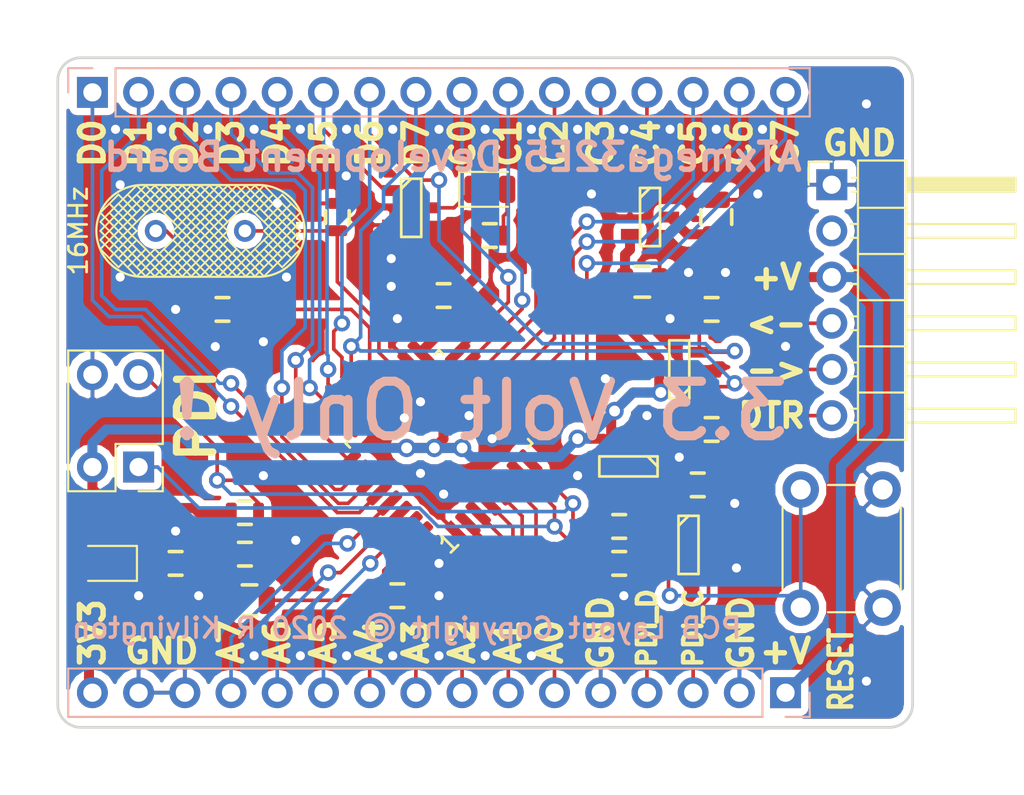
<source format=kicad_pcb>
(kicad_pcb (version 20171130) (host pcbnew 5.0.2-bee76a0~70~ubuntu14.04.1)

  (general
    (thickness 1.6)
    (drawings 51)
    (tracks 478)
    (zones 0)
    (modules 66)
    (nets 42)
  )

  (page A4)
  (layers
    (0 F.Cu signal)
    (31 B.Cu signal)
    (32 B.Adhes user hide)
    (33 F.Adhes user hide)
    (34 B.Paste user hide)
    (35 F.Paste user hide)
    (36 B.SilkS user hide)
    (37 F.SilkS user)
    (38 B.Mask user hide)
    (39 F.Mask user hide)
    (40 Dwgs.User user hide)
    (41 Cmts.User user hide)
    (42 Eco1.User user hide)
    (43 Eco2.User user hide)
    (44 Edge.Cuts user)
    (45 Margin user hide)
    (46 B.CrtYd user hide)
    (47 F.CrtYd user hide)
    (48 B.Fab user hide)
    (49 F.Fab user hide)
  )

  (setup
    (last_trace_width 0.2)
    (trace_clearance 0.2)
    (zone_clearance 0.4)
    (zone_45_only no)
    (trace_min 0.2)
    (segment_width 0.2)
    (edge_width 0.15)
    (via_size 0.9)
    (via_drill 0.5)
    (via_min_size 0.4)
    (via_min_drill 0.3)
    (uvia_size 0.5)
    (uvia_drill 0.1)
    (uvias_allowed no)
    (uvia_min_size 0.2)
    (uvia_min_drill 0.1)
    (pcb_text_width 0.3)
    (pcb_text_size 1.5 1.5)
    (mod_edge_width 0.15)
    (mod_text_size 1 1)
    (mod_text_width 0.15)
    (pad_size 1.3 1.3)
    (pad_drill 0.75)
    (pad_to_mask_clearance 0.051)
    (solder_mask_min_width 0.25)
    (aux_axis_origin 0 0)
    (grid_origin 165.1 67.09)
    (visible_elements FFFFFF7F)
    (pcbplotparams
      (layerselection 0x010f0_ffffffff)
      (usegerberextensions false)
      (usegerberattributes true)
      (usegerberadvancedattributes false)
      (creategerberjobfile false)
      (excludeedgelayer false)
      (linewidth 0.100000)
      (plotframeref false)
      (viasonmask false)
      (mode 1)
      (useauxorigin false)
      (hpglpennumber 1)
      (hpglpenspeed 20)
      (hpglpendiameter 15.000000)
      (psnegative false)
      (psa4output false)
      (plotreference true)
      (plotvalue true)
      (plotinvisibletext false)
      (padsonsilk true)
      (subtractmaskfromsilk false)
      (outputformat 1)
      (mirror false)
      (drillshape 0)
      (scaleselection 1)
      (outputdirectory ""))
  )

  (net 0 "")
  (net 1 GND)
  (net 2 +5V)
  (net 3 XTAL1)
  (net 4 XTAL2)
  (net 5 "Net-(D2-Pad2)")
  (net 6 PDI_DATA)
  (net 7 A0)
  (net 8 A1)
  (net 9 A2)
  (net 10 A3)
  (net 11 A4)
  (net 12 A5)
  (net 13 A6)
  (net 14 A7)
  (net 15 C7)
  (net 16 C6)
  (net 17 C5)
  (net 18 C4)
  (net 19 C3)
  (net 20 C2)
  (net 21 C1)
  (net 22 C0)
  (net 23 D7)
  (net 24 D6)
  (net 25 D5)
  (net 26 D4)
  (net 27 D3)
  (net 28 D2)
  (net 29 D1)
  (net 30 D0)
  (net 31 +3V3)
  (net 32 "Net-(C5-Pad1)")
  (net 33 DTR)
  (net 34 "Net-(D1-Pad1)")
  (net 35 "Net-(D4-Pad2)")
  (net 36 ~RESET~|PDI_CLK)
  (net 37 "Net-(C6-Pad2)")
  (net 38 /TXD)
  (net 39 /RXD)
  (net 40 "Net-(D2-Pad1)")
  (net 41 "Net-(J4-Pad2)")

  (net_class Default "This is the default net class."
    (clearance 0.2)
    (trace_width 0.2)
    (via_dia 0.9)
    (via_drill 0.5)
    (uvia_dia 0.5)
    (uvia_drill 0.1)
    (add_net /RXD)
    (add_net /TXD)
    (add_net A0)
    (add_net A1)
    (add_net A2)
    (add_net A3)
    (add_net A4)
    (add_net A5)
    (add_net A6)
    (add_net A7)
    (add_net C0)
    (add_net C1)
    (add_net C2)
    (add_net C3)
    (add_net C4)
    (add_net C5)
    (add_net C6)
    (add_net C7)
    (add_net D0)
    (add_net D1)
    (add_net D2)
    (add_net D3)
    (add_net D4)
    (add_net D5)
    (add_net D6)
    (add_net D7)
    (add_net DTR)
    (add_net GND)
    (add_net "Net-(C5-Pad1)")
    (add_net "Net-(C6-Pad2)")
    (add_net "Net-(D1-Pad1)")
    (add_net "Net-(D2-Pad1)")
    (add_net "Net-(D2-Pad2)")
    (add_net "Net-(D4-Pad2)")
    (add_net "Net-(J4-Pad2)")
    (add_net PDI_DATA)
    (add_net XTAL1)
    (add_net XTAL2)
    (add_net ~RESET~|PDI_CLK)
  )

  (net_class Power ""
    (clearance 0.2)
    (trace_width 0.55)
    (via_dia 1)
    (via_drill 0.6)
    (uvia_dia 0.5)
    (uvia_drill 0.1)
    (add_net +3V3)
    (add_net +5V)
  )

  (module PROJECT_SPECIFIC:SM_0805_2012Metric (layer F.Cu) (tedit 5E91C0C4) (tstamp 5E8EB6DE)
    (at 195.326 77.504 180)
    (descr "LED SMD 0805 (2012 Metric), square (rectangular) end terminal, IPC_7351 nominal, (Body size source: https://docs.google.com/spreadsheets/d/1BsfQQcO9C6DZCsRaXUlFlo91Tg2WpOkGARC1WS5S8t0/edit?usp=sharing), generated with kicad-footprint-generator")
    (tags diode)
    (path /5E2F4453)
    (attr smd)
    (fp_text reference C4 (at 0 -1.65 180) (layer F.SilkS) hide
      (effects (font (size 1 1) (thickness 0.15)))
    )
    (fp_text value 10U (at 0 1.65 180) (layer F.SilkS) hide
      (effects (font (size 1 1) (thickness 0.15)))
    )
    (fp_line (start -1.75 1) (end -1.75 -1) (layer F.CrtYd) (width 0.05))
    (fp_line (start 1.75 1) (end -1.75 1) (layer F.CrtYd) (width 0.05))
    (fp_line (start 1.75 -1) (end 1.75 1) (layer F.CrtYd) (width 0.05))
    (fp_line (start -1.75 -1) (end 1.75 -1) (layer F.CrtYd) (width 0.05))
    (fp_line (start -0.4 -0.85) (end 0.4 -0.85) (layer F.SilkS) (width 0.2))
    (fp_line (start -0.4 0.85) (end 0.4 0.85) (layer F.SilkS) (width 0.2))
    (fp_text user %R (at 0 0 -90) (layer F.Fab)
      (effects (font (size 0.5 0.5) (thickness 0.08)))
    )
    (pad 2 smd roundrect (at 0.95 0 180) (size 0.9 1.5) (layers F.Cu F.Paste F.Mask) (roundrect_rratio 0.25)
      (net 31 +3V3))
    (pad 1 smd roundrect (at -0.95 0 180) (size 0.9 1.5) (layers F.Cu F.Paste F.Mask) (roundrect_rratio 0.25)
      (net 1 GND))
    (model ${KISYS3DMOD}/Capacitors_SMD.3dshapes/C_0805.wrl
      (at (xyz 0 0 0))
      (scale (xyz 1 1 1))
      (rotate (xyz 0 0 0))
    )
  )

  (module PROJECT_SPECIFIC:SM_0805_2012Metric (layer F.Cu) (tedit 5E91C0C4) (tstamp 5E8EB6EA)
    (at 173.736 95.03)
    (descr "LED SMD 0805 (2012 Metric), square (rectangular) end terminal, IPC_7351 nominal, (Body size source: https://docs.google.com/spreadsheets/d/1BsfQQcO9C6DZCsRaXUlFlo91Tg2WpOkGARC1WS5S8t0/edit?usp=sharing), generated with kicad-footprint-generator")
    (tags diode)
    (path /5E500255)
    (attr smd)
    (fp_text reference C6 (at 0 -1.65) (layer F.SilkS) hide
      (effects (font (size 1 1) (thickness 0.15)))
    )
    (fp_text value 10U (at 0 1.65) (layer F.SilkS) hide
      (effects (font (size 1 1) (thickness 0.15)))
    )
    (fp_line (start -1.75 1) (end -1.75 -1) (layer F.CrtYd) (width 0.05))
    (fp_line (start 1.75 1) (end -1.75 1) (layer F.CrtYd) (width 0.05))
    (fp_line (start 1.75 -1) (end 1.75 1) (layer F.CrtYd) (width 0.05))
    (fp_line (start -1.75 -1) (end 1.75 -1) (layer F.CrtYd) (width 0.05))
    (fp_line (start -0.4 -0.85) (end 0.4 -0.85) (layer F.SilkS) (width 0.2))
    (fp_line (start -0.4 0.85) (end 0.4 0.85) (layer F.SilkS) (width 0.2))
    (fp_text user %R (at 0 0 -270) (layer F.Fab)
      (effects (font (size 0.5 0.5) (thickness 0.08)))
    )
    (pad 2 smd roundrect (at 0.95 0) (size 0.9 1.5) (layers F.Cu F.Paste F.Mask) (roundrect_rratio 0.25)
      (net 37 "Net-(C6-Pad2)"))
    (pad 1 smd roundrect (at -0.95 0) (size 0.9 1.5) (layers F.Cu F.Paste F.Mask) (roundrect_rratio 0.25)
      (net 1 GND))
    (model ${KISYS3DMOD}/Capacitors_SMD.3dshapes/C_0805.wrl
      (at (xyz 0 0 0))
      (scale (xyz 1 1 1))
      (rotate (xyz 0 0 0))
    )
  )

  (module PROJECT_SPECIFIC:SM_0805_2012Metric (layer F.Cu) (tedit 5E91C0C4) (tstamp 5E8EB7B3)
    (at 199.39 73.948 270)
    (descr "LED SMD 0805 (2012 Metric), square (rectangular) end terminal, IPC_7351 nominal, (Body size source: https://docs.google.com/spreadsheets/d/1BsfQQcO9C6DZCsRaXUlFlo91Tg2WpOkGARC1WS5S8t0/edit?usp=sharing), generated with kicad-footprint-generator")
    (tags diode)
    (path /5E2F4760)
    (attr smd)
    (fp_text reference C1 (at 0 -1.65 270) (layer F.SilkS) hide
      (effects (font (size 1 1) (thickness 0.15)))
    )
    (fp_text value 10U (at 0 1.65 270) (layer F.SilkS) hide
      (effects (font (size 1 1) (thickness 0.15)))
    )
    (fp_line (start -1.75 1) (end -1.75 -1) (layer F.CrtYd) (width 0.05))
    (fp_line (start 1.75 1) (end -1.75 1) (layer F.CrtYd) (width 0.05))
    (fp_line (start 1.75 -1) (end 1.75 1) (layer F.CrtYd) (width 0.05))
    (fp_line (start -1.75 -1) (end 1.75 -1) (layer F.CrtYd) (width 0.05))
    (fp_line (start -0.4 -0.85) (end 0.4 -0.85) (layer F.SilkS) (width 0.2))
    (fp_line (start -0.4 0.85) (end 0.4 0.85) (layer F.SilkS) (width 0.2))
    (fp_text user %R (at 0 0) (layer F.Fab)
      (effects (font (size 0.5 0.5) (thickness 0.08)))
    )
    (pad 2 smd roundrect (at 0.95 0 270) (size 0.9 1.5) (layers F.Cu F.Paste F.Mask) (roundrect_rratio 0.25)
      (net 2 +5V))
    (pad 1 smd roundrect (at -0.95 0 270) (size 0.9 1.5) (layers F.Cu F.Paste F.Mask) (roundrect_rratio 0.25)
      (net 1 GND))
    (model ${KISYS3DMOD}/Capacitors_SMD.3dshapes/C_0805.wrl
      (at (xyz 0 0 0))
      (scale (xyz 1 1 1))
      (rotate (xyz 0 0 0))
    )
  )

  (module PROJECT_SPECIFIC:LED_0805_2012Metric (layer F.Cu) (tedit 5E91C13F) (tstamp 5E8EB6F6)
    (at 165.862 92.998 180)
    (descr "LED SMD 0805 (2012 Metric), square (rectangular) end terminal, IPC_7351 nominal, (Body size source: https://docs.google.com/spreadsheets/d/1BsfQQcO9C6DZCsRaXUlFlo91Tg2WpOkGARC1WS5S8t0/edit?usp=sharing), generated with kicad-footprint-generator")
    (tags diode)
    (path /5E2F7DBF)
    (attr smd)
    (fp_text reference D1 (at 0 -1.65 180) (layer F.SilkS) hide
      (effects (font (size 1 1) (thickness 0.15)))
    )
    (fp_text value Green (at 0 1.65 180) (layer F.Fab) hide
      (effects (font (size 1 1) (thickness 0.15)))
    )
    (fp_line (start 1 -0.6) (end -0.7 -0.6) (layer F.Fab) (width 0.1))
    (fp_line (start -0.7 -0.6) (end -1 -0.3) (layer F.Fab) (width 0.1))
    (fp_line (start -1 -0.3) (end -1 0.6) (layer F.Fab) (width 0.1))
    (fp_line (start -1 0.6) (end 1 0.6) (layer F.Fab) (width 0.1))
    (fp_line (start 1 0.6) (end 1 -0.6) (layer F.Fab) (width 0.1))
    (fp_line (start 1 -0.96) (end -1.685 -0.96) (layer F.SilkS) (width 0.12))
    (fp_line (start -1.685 -0.96) (end -1.685 0.96) (layer F.SilkS) (width 0.12))
    (fp_line (start -1.685 0.96) (end 1 0.96) (layer F.SilkS) (width 0.12))
    (fp_line (start -1.68 0.95) (end -1.68 -0.95) (layer F.CrtYd) (width 0.05))
    (fp_line (start -1.68 -0.95) (end 1.68 -0.95) (layer F.CrtYd) (width 0.05))
    (fp_line (start 1.68 -0.95) (end 1.68 0.95) (layer F.CrtYd) (width 0.05))
    (fp_line (start 1.68 0.95) (end -1.68 0.95) (layer F.CrtYd) (width 0.05))
    (fp_text user %R (at 0 0 180) (layer F.Fab)
      (effects (font (size 0.5 0.5) (thickness 0.08)))
    )
    (pad 1 smd roundrect (at -0.95 0 180) (size 0.9 1.5) (layers F.Cu F.Paste F.Mask) (roundrect_rratio 0.25)
      (net 34 "Net-(D1-Pad1)"))
    (pad 2 smd roundrect (at 0.95 0 180) (size 0.9 1.5) (layers F.Cu F.Paste F.Mask) (roundrect_rratio 0.25)
      (net 31 +3V3))
    (model ${KISYS3DMOD}/LED_SMD.3dshapes/LED_0805_2012Metric.wrl
      (at (xyz 0 0 0))
      (scale (xyz 1 1 1))
      (rotate (xyz 0 0 0))
    )
  )

  (module PROJECT_SPECIFIC:LED_0805_2012Metric (layer F.Cu) (tedit 5E91C13F) (tstamp 5E8EB708)
    (at 186.944 72.424)
    (descr "LED SMD 0805 (2012 Metric), square (rectangular) end terminal, IPC_7351 nominal, (Body size source: https://docs.google.com/spreadsheets/d/1BsfQQcO9C6DZCsRaXUlFlo91Tg2WpOkGARC1WS5S8t0/edit?usp=sharing), generated with kicad-footprint-generator")
    (tags diode)
    (path /5E2F7852)
    (attr smd)
    (fp_text reference D2 (at 0 -1.65) (layer F.SilkS) hide
      (effects (font (size 1 1) (thickness 0.15)))
    )
    (fp_text value Amber (at 0 1.65) (layer F.Fab) hide
      (effects (font (size 1 1) (thickness 0.15)))
    )
    (fp_line (start 1 -0.6) (end -0.7 -0.6) (layer F.Fab) (width 0.1))
    (fp_line (start -0.7 -0.6) (end -1 -0.3) (layer F.Fab) (width 0.1))
    (fp_line (start -1 -0.3) (end -1 0.6) (layer F.Fab) (width 0.1))
    (fp_line (start -1 0.6) (end 1 0.6) (layer F.Fab) (width 0.1))
    (fp_line (start 1 0.6) (end 1 -0.6) (layer F.Fab) (width 0.1))
    (fp_line (start 1 -0.96) (end -1.685 -0.96) (layer F.SilkS) (width 0.12))
    (fp_line (start -1.685 -0.96) (end -1.685 0.96) (layer F.SilkS) (width 0.12))
    (fp_line (start -1.685 0.96) (end 1 0.96) (layer F.SilkS) (width 0.12))
    (fp_line (start -1.68 0.95) (end -1.68 -0.95) (layer F.CrtYd) (width 0.05))
    (fp_line (start -1.68 -0.95) (end 1.68 -0.95) (layer F.CrtYd) (width 0.05))
    (fp_line (start 1.68 -0.95) (end 1.68 0.95) (layer F.CrtYd) (width 0.05))
    (fp_line (start 1.68 0.95) (end -1.68 0.95) (layer F.CrtYd) (width 0.05))
    (fp_text user %R (at 0 0) (layer F.Fab)
      (effects (font (size 0.5 0.5) (thickness 0.08)))
    )
    (pad 1 smd roundrect (at -0.95 0) (size 0.9 1.5) (layers F.Cu F.Paste F.Mask) (roundrect_rratio 0.25)
      (net 40 "Net-(D2-Pad1)"))
    (pad 2 smd roundrect (at 0.95 0) (size 0.9 1.5) (layers F.Cu F.Paste F.Mask) (roundrect_rratio 0.25)
      (net 5 "Net-(D2-Pad2)"))
    (model ${KISYS3DMOD}/LED_SMD.3dshapes/LED_0805_2012Metric.wrl
      (at (xyz 0 0 0))
      (scale (xyz 1 1 1))
      (rotate (xyz 0 0 0))
    )
  )

  (module PROJECT_SPECIFIC:SOT-23 (layer F.Cu) (tedit 5E2F6E1D) (tstamp 5E9CB222)
    (at 195.75 73.948 270)
    (path /5E2EE90D)
    (fp_text reference U1 (at 0 0 270) (layer F.SilkS) hide
      (effects (font (size 0.6 0.6) (thickness 0.1)))
    )
    (fp_text value MCP1703A-3302_SOT23 (at 2.2 0) (layer F.SilkS) hide
      (effects (font (size 0.6 0.6) (thickness 0.1)))
    )
    (fp_line (start -2.1 2.1) (end 2.1 2.1) (layer F.CrtYd) (width 0.05))
    (fp_line (start -2.1 -2.1) (end 2.1 -2.1) (layer F.CrtYd) (width 0.05))
    (fp_line (start 2.1 -2.1) (end 2.1 2.1) (layer F.CrtYd) (width 0.05))
    (fp_line (start -2.1 -2.1) (end -2.1 2.1) (layer F.CrtYd) (width 0.05))
    (fp_line (start -1.6 0) (end -1.05 0.55) (layer F.SilkS) (width 0.15))
    (fp_line (start -1.6 -0.55) (end -1.6 0.55) (layer F.SilkS) (width 0.15))
    (fp_line (start 1.6 -0.55) (end 1.6 0.55) (layer F.SilkS) (width 0.15))
    (fp_line (start -1.6 0.55) (end 1.6 0.55) (layer F.SilkS) (width 0.15))
    (fp_line (start -1.6 -0.55) (end 1.6 -0.55) (layer F.SilkS) (width 0.15))
    (pad 2 smd rect (at 0.95 1.1 270) (size 0.6 1) (layers F.Cu F.Mask)
      (net 31 +3V3))
    (pad 3 smd rect (at 0 -1.1 270) (size 0.6 1) (layers F.Cu F.Mask)
      (net 2 +5V))
    (pad 1 smd rect (at -0.95 1.1 270) (size 0.6 1) (layers F.Cu F.Mask)
      (net 1 GND))
    (model ${KISYS3DMOD}/Package_TO_SOT_SMD.3dshapes/SOT-23.wrl
      (at (xyz 0 0 0))
      (scale (xyz 1 1 1))
      (rotate (xyz 0 0 -90))
    )
  )

  (module PROJECT_SPECIFIC:SM0603 (layer F.Cu) (tedit 5E8713A5) (tstamp 5E68D8E1)
    (at 199.136 85.632)
    (descr "CR_SMD 0603")
    (tags 0603)
    (path /5E5AED5B)
    (attr smd)
    (fp_text reference R4 (at 0 -1.5) (layer F.SilkS) hide
      (effects (font (size 0.6 0.6) (thickness 0.1)))
    )
    (fp_text value 1K0 (at 0 1.6) (layer F.SilkS) hide
      (effects (font (size 0.6 0.6) (thickness 0.1)))
    )
    (fp_line (start -1.55 1.05) (end 1.55 1.05) (layer F.CrtYd) (width 0.05))
    (fp_line (start -1.55 -1.05) (end 1.55 -1.05) (layer F.CrtYd) (width 0.05))
    (fp_line (start 1.55 -1.05) (end 1.55 1.05) (layer F.CrtYd) (width 0.05))
    (fp_line (start -1.55 -1.05) (end -1.55 1.05) (layer F.CrtYd) (width 0.05))
    (fp_line (start -0.35 0.65) (end 0.35 0.65) (layer F.SilkS) (width 0.2))
    (fp_line (start -0.35 -0.65) (end 0.35 -0.65) (layer F.SilkS) (width 0.2))
    (pad 1 smd roundrect (at -0.75 0) (size 0.6 1.1) (layers F.Cu F.Mask) (roundrect_rratio 0.25)
      (net 23 D7))
    (pad 2 smd roundrect (at 0.75 0) (size 0.6 1.1) (layers F.Cu F.Mask) (roundrect_rratio 0.25)
      (net 39 /RXD))
    (model Capacitors_SMD.3dshapes/C_0603.wrl
      (at (xyz 0 0 0))
      (scale (xyz 1 1 1))
      (rotate (xyz 0 0 0))
    )
    (model Resistors_SMD.3dshapes/R_0603.wrl
      (at (xyz 0 0 0))
      (scale (xyz 1 1 1))
      (rotate (xyz 0 0 0))
    )
  )

  (module PROJECT_SPECIFIC:SM0603 (layer F.Cu) (tedit 5E8713A5) (tstamp 5E9CB15B)
    (at 178.562 73.948 90)
    (descr "CR_SMD 0603")
    (tags 0603)
    (path /5E2EF1A8)
    (attr smd)
    (fp_text reference C2 (at 0 -1.5 90) (layer F.SilkS) hide
      (effects (font (size 0.6 0.6) (thickness 0.1)))
    )
    (fp_text value 22P (at 0 1.6 90) (layer F.SilkS) hide
      (effects (font (size 0.6 0.6) (thickness 0.1)))
    )
    (fp_line (start -1.55 1.05) (end 1.55 1.05) (layer F.CrtYd) (width 0.05))
    (fp_line (start -1.55 -1.05) (end 1.55 -1.05) (layer F.CrtYd) (width 0.05))
    (fp_line (start 1.55 -1.05) (end 1.55 1.05) (layer F.CrtYd) (width 0.05))
    (fp_line (start -1.55 -1.05) (end -1.55 1.05) (layer F.CrtYd) (width 0.05))
    (fp_line (start -0.35 0.65) (end 0.35 0.65) (layer F.SilkS) (width 0.2))
    (fp_line (start -0.35 -0.65) (end 0.35 -0.65) (layer F.SilkS) (width 0.2))
    (pad 1 smd roundrect (at -0.75 0 90) (size 0.6 1.1) (layers F.Cu F.Mask) (roundrect_rratio 0.25)
      (net 3 XTAL1))
    (pad 2 smd roundrect (at 0.75 0 90) (size 0.6 1.1) (layers F.Cu F.Mask) (roundrect_rratio 0.25)
      (net 1 GND))
    (model Capacitors_SMD.3dshapes/C_0603.wrl
      (at (xyz 0 0 0))
      (scale (xyz 1 1 1))
      (rotate (xyz 0 0 0))
    )
    (model Resistors_SMD.3dshapes/R_0603.wrl
      (at (xyz 0 0 0))
      (scale (xyz 1 1 1))
      (rotate (xyz 0 0 0))
    )
  )

  (module PROJECT_SPECIFIC:SM0603 (layer F.Cu) (tedit 5E8713A5) (tstamp 5E9CB3E9)
    (at 172.25 79.028 180)
    (descr "CR_SMD 0603")
    (tags 0603)
    (path /5E2EFAF0)
    (attr smd)
    (fp_text reference C3 (at 0 -1.5 180) (layer F.SilkS) hide
      (effects (font (size 0.6 0.6) (thickness 0.1)))
    )
    (fp_text value 22P (at 0 1.6 180) (layer F.SilkS) hide
      (effects (font (size 0.6 0.6) (thickness 0.1)))
    )
    (fp_line (start -1.55 1.05) (end 1.55 1.05) (layer F.CrtYd) (width 0.05))
    (fp_line (start -1.55 -1.05) (end 1.55 -1.05) (layer F.CrtYd) (width 0.05))
    (fp_line (start 1.55 -1.05) (end 1.55 1.05) (layer F.CrtYd) (width 0.05))
    (fp_line (start -1.55 -1.05) (end -1.55 1.05) (layer F.CrtYd) (width 0.05))
    (fp_line (start -0.35 0.65) (end 0.35 0.65) (layer F.SilkS) (width 0.2))
    (fp_line (start -0.35 -0.65) (end 0.35 -0.65) (layer F.SilkS) (width 0.2))
    (pad 1 smd roundrect (at -0.75 0 180) (size 0.6 1.1) (layers F.Cu F.Mask) (roundrect_rratio 0.25)
      (net 4 XTAL2))
    (pad 2 smd roundrect (at 0.75 0 180) (size 0.6 1.1) (layers F.Cu F.Mask) (roundrect_rratio 0.25)
      (net 1 GND))
    (model Capacitors_SMD.3dshapes/C_0603.wrl
      (at (xyz 0 0 0))
      (scale (xyz 1 1 1))
      (rotate (xyz 0 0 0))
    )
    (model Resistors_SMD.3dshapes/R_0603.wrl
      (at (xyz 0 0 0))
      (scale (xyz 1 1 1))
      (rotate (xyz 0 0 0))
    )
  )

  (module PROJECT_SPECIFIC:SM0603 (layer F.Cu) (tedit 5E8713A5) (tstamp 5E5EC8A3)
    (at 184.404 78.266)
    (descr "CR_SMD 0603")
    (tags 0603)
    (path /5E2F458F)
    (attr smd)
    (fp_text reference C7 (at 0 -1.5) (layer F.SilkS) hide
      (effects (font (size 0.6 0.6) (thickness 0.1)))
    )
    (fp_text value 100n (at 0 1.5 -180) (layer F.SilkS) hide
      (effects (font (size 0.6 0.6) (thickness 0.1)))
    )
    (fp_line (start -1.55 1.05) (end 1.55 1.05) (layer F.CrtYd) (width 0.05))
    (fp_line (start -1.55 -1.05) (end 1.55 -1.05) (layer F.CrtYd) (width 0.05))
    (fp_line (start 1.55 -1.05) (end 1.55 1.05) (layer F.CrtYd) (width 0.05))
    (fp_line (start -1.55 -1.05) (end -1.55 1.05) (layer F.CrtYd) (width 0.05))
    (fp_line (start -0.35 0.65) (end 0.35 0.65) (layer F.SilkS) (width 0.2))
    (fp_line (start -0.35 -0.65) (end 0.35 -0.65) (layer F.SilkS) (width 0.2))
    (pad 1 smd roundrect (at -0.75 0) (size 0.6 1.1) (layers F.Cu F.Mask) (roundrect_rratio 0.25)
      (net 1 GND))
    (pad 2 smd roundrect (at 0.75 0) (size 0.6 1.1) (layers F.Cu F.Mask) (roundrect_rratio 0.25)
      (net 31 +3V3))
    (model Capacitors_SMD.3dshapes/C_0603.wrl
      (at (xyz 0 0 0))
      (scale (xyz 1 1 1))
      (rotate (xyz 0 0 0))
    )
    (model Resistors_SMD.3dshapes/R_0603.wrl
      (at (xyz 0 0 0))
      (scale (xyz 1 1 1))
      (rotate (xyz 0 0 0))
    )
  )

  (module PROJECT_SPECIFIC:SM0603 (layer F.Cu) (tedit 5E8713A5) (tstamp 5E306AF5)
    (at 181.864 94.776)
    (descr "CR_SMD 0603")
    (tags 0603)
    (path /5E35C50B)
    (attr smd)
    (fp_text reference C8 (at 0 -1.5) (layer F.SilkS) hide
      (effects (font (size 0.6 0.6) (thickness 0.1)))
    )
    (fp_text value 100n (at 0 1.5) (layer F.SilkS) hide
      (effects (font (size 0.6 0.6) (thickness 0.1)))
    )
    (fp_line (start -1.55 1.05) (end 1.55 1.05) (layer F.CrtYd) (width 0.05))
    (fp_line (start -1.55 -1.05) (end 1.55 -1.05) (layer F.CrtYd) (width 0.05))
    (fp_line (start 1.55 -1.05) (end 1.55 1.05) (layer F.CrtYd) (width 0.05))
    (fp_line (start -1.55 -1.05) (end -1.55 1.05) (layer F.CrtYd) (width 0.05))
    (fp_line (start -0.35 0.65) (end 0.35 0.65) (layer F.SilkS) (width 0.2))
    (fp_line (start -0.35 -0.65) (end 0.35 -0.65) (layer F.SilkS) (width 0.2))
    (pad 1 smd roundrect (at -0.75 0) (size 0.6 1.1) (layers F.Cu F.Mask) (roundrect_rratio 0.25)
      (net 37 "Net-(C6-Pad2)"))
    (pad 2 smd roundrect (at 0.75 0) (size 0.6 1.1) (layers F.Cu F.Mask) (roundrect_rratio 0.25)
      (net 1 GND))
    (model Capacitors_SMD.3dshapes/C_0603.wrl
      (at (xyz 0 0 0))
      (scale (xyz 1 1 1))
      (rotate (xyz 0 0 0))
    )
    (model Resistors_SMD.3dshapes/R_0603.wrl
      (at (xyz 0 0 0))
      (scale (xyz 1 1 1))
      (rotate (xyz 0 0 0))
    )
  )

  (module PROJECT_SPECIFIC:SM0603 (layer F.Cu) (tedit 5E8713A5) (tstamp 5E9CB530)
    (at 173.482 90.204)
    (descr "CR_SMD 0603")
    (tags 0603)
    (path /5E2F1312)
    (attr smd)
    (fp_text reference R1 (at 0 -1.5) (layer F.SilkS) hide
      (effects (font (size 0.6 0.6) (thickness 0.1)))
    )
    (fp_text value 22K (at 0 1.6 180) (layer F.SilkS) hide
      (effects (font (size 0.6 0.6) (thickness 0.1)))
    )
    (fp_line (start -1.55 1.05) (end 1.55 1.05) (layer F.CrtYd) (width 0.05))
    (fp_line (start -1.55 -1.05) (end 1.55 -1.05) (layer F.CrtYd) (width 0.05))
    (fp_line (start 1.55 -1.05) (end 1.55 1.05) (layer F.CrtYd) (width 0.05))
    (fp_line (start -1.55 -1.05) (end -1.55 1.05) (layer F.CrtYd) (width 0.05))
    (fp_line (start -0.35 0.65) (end 0.35 0.65) (layer F.SilkS) (width 0.2))
    (fp_line (start -0.35 -0.65) (end 0.35 -0.65) (layer F.SilkS) (width 0.2))
    (pad 1 smd roundrect (at -0.75 0) (size 0.6 1.1) (layers F.Cu F.Mask) (roundrect_rratio 0.25)
      (net 31 +3V3))
    (pad 2 smd roundrect (at 0.75 0) (size 0.6 1.1) (layers F.Cu F.Mask) (roundrect_rratio 0.25)
      (net 36 ~RESET~|PDI_CLK))
    (model Capacitors_SMD.3dshapes/C_0603.wrl
      (at (xyz 0 0 0))
      (scale (xyz 1 1 1))
      (rotate (xyz 0 0 0))
    )
    (model Resistors_SMD.3dshapes/R_0603.wrl
      (at (xyz 0 0 0))
      (scale (xyz 1 1 1))
      (rotate (xyz 0 0 0))
    )
  )

  (module PROJECT_SPECIFIC:SM0603 (layer F.Cu) (tedit 5E8713A5) (tstamp 5E9CB50F)
    (at 169.672 92.998 180)
    (descr "CR_SMD 0603")
    (tags 0603)
    (path /5E2F7BD0)
    (attr smd)
    (fp_text reference R2 (at 0 -1.5 180) (layer F.SilkS) hide
      (effects (font (size 0.6 0.6) (thickness 0.1)))
    )
    (fp_text value 510 (at 0 1.6 180) (layer F.SilkS) hide
      (effects (font (size 0.6 0.6) (thickness 0.1)))
    )
    (fp_line (start -1.55 1.05) (end 1.55 1.05) (layer F.CrtYd) (width 0.05))
    (fp_line (start -1.55 -1.05) (end 1.55 -1.05) (layer F.CrtYd) (width 0.05))
    (fp_line (start 1.55 -1.05) (end 1.55 1.05) (layer F.CrtYd) (width 0.05))
    (fp_line (start -1.55 -1.05) (end -1.55 1.05) (layer F.CrtYd) (width 0.05))
    (fp_line (start -0.35 0.65) (end 0.35 0.65) (layer F.SilkS) (width 0.2))
    (fp_line (start -0.35 -0.65) (end 0.35 -0.65) (layer F.SilkS) (width 0.2))
    (pad 1 smd roundrect (at -0.75 0 180) (size 0.6 1.1) (layers F.Cu F.Mask) (roundrect_rratio 0.25)
      (net 1 GND))
    (pad 2 smd roundrect (at 0.75 0 180) (size 0.6 1.1) (layers F.Cu F.Mask) (roundrect_rratio 0.25)
      (net 34 "Net-(D1-Pad1)"))
    (model Capacitors_SMD.3dshapes/C_0603.wrl
      (at (xyz 0 0 0))
      (scale (xyz 1 1 1))
      (rotate (xyz 0 0 0))
    )
    (model Resistors_SMD.3dshapes/R_0603.wrl
      (at (xyz 0 0 0))
      (scale (xyz 1 1 1))
      (rotate (xyz 0 0 0))
    )
  )

  (module PROJECT_SPECIFIC:SM0603 (layer F.Cu) (tedit 5E8713A5) (tstamp 5E9CB4EE)
    (at 186.944 74.964)
    (descr "CR_SMD 0603")
    (tags 0603)
    (path /5E2F7F3F)
    (attr smd)
    (fp_text reference R3 (at 0 -1.5) (layer F.SilkS) hide
      (effects (font (size 0.6 0.6) (thickness 0.1)))
    )
    (fp_text value 1K0 (at 0 1.6) (layer F.SilkS) hide
      (effects (font (size 0.6 0.6) (thickness 0.1)))
    )
    (fp_line (start -1.55 1.05) (end 1.55 1.05) (layer F.CrtYd) (width 0.05))
    (fp_line (start -1.55 -1.05) (end 1.55 -1.05) (layer F.CrtYd) (width 0.05))
    (fp_line (start 1.55 -1.05) (end 1.55 1.05) (layer F.CrtYd) (width 0.05))
    (fp_line (start -1.55 -1.05) (end -1.55 1.05) (layer F.CrtYd) (width 0.05))
    (fp_line (start -0.35 0.65) (end 0.35 0.65) (layer F.SilkS) (width 0.2))
    (fp_line (start -0.35 -0.65) (end 0.35 -0.65) (layer F.SilkS) (width 0.2))
    (pad 1 smd roundrect (at -0.75 0) (size 0.6 1.1) (layers F.Cu F.Mask) (roundrect_rratio 0.25)
      (net 31 +3V3))
    (pad 2 smd roundrect (at 0.75 0) (size 0.6 1.1) (layers F.Cu F.Mask) (roundrect_rratio 0.25)
      (net 5 "Net-(D2-Pad2)"))
    (model Capacitors_SMD.3dshapes/C_0603.wrl
      (at (xyz 0 0 0))
      (scale (xyz 1 1 1))
      (rotate (xyz 0 0 0))
    )
    (model Resistors_SMD.3dshapes/R_0603.wrl
      (at (xyz 0 0 0))
      (scale (xyz 1 1 1))
      (rotate (xyz 0 0 0))
    )
  )

  (module PROJECT_SPECIFIC:SM0603 (layer F.Cu) (tedit 5E8713A5) (tstamp 5E492F09)
    (at 198.374 88.68)
    (descr "CR_SMD 0603")
    (tags 0603)
    (path /5E3B3ED5)
    (attr smd)
    (fp_text reference C5 (at 0 -1.5) (layer F.SilkS) hide
      (effects (font (size 0.6 0.6) (thickness 0.1)))
    )
    (fp_text value 100n (at 0 1.6) (layer F.SilkS) hide
      (effects (font (size 0.6 0.6) (thickness 0.1)))
    )
    (fp_line (start -1.55 1.05) (end 1.55 1.05) (layer F.CrtYd) (width 0.05))
    (fp_line (start -1.55 -1.05) (end 1.55 -1.05) (layer F.CrtYd) (width 0.05))
    (fp_line (start 1.55 -1.05) (end 1.55 1.05) (layer F.CrtYd) (width 0.05))
    (fp_line (start -1.55 -1.05) (end -1.55 1.05) (layer F.CrtYd) (width 0.05))
    (fp_line (start -0.35 0.65) (end 0.35 0.65) (layer F.SilkS) (width 0.2))
    (fp_line (start -0.35 -0.65) (end 0.35 -0.65) (layer F.SilkS) (width 0.2))
    (pad 1 smd roundrect (at -0.75 0) (size 0.6 1.1) (layers F.Cu F.Mask) (roundrect_rratio 0.25)
      (net 32 "Net-(C5-Pad1)"))
    (pad 2 smd roundrect (at 0.75 0) (size 0.6 1.1) (layers F.Cu F.Mask) (roundrect_rratio 0.25)
      (net 33 DTR))
    (model Capacitors_SMD.3dshapes/C_0603.wrl
      (at (xyz 0 0 0))
      (scale (xyz 1 1 1))
      (rotate (xyz 0 0 0))
    )
    (model Resistors_SMD.3dshapes/R_0603.wrl
      (at (xyz 0 0 0))
      (scale (xyz 1 1 1))
      (rotate (xyz 0 0 0))
    )
  )

  (module PROJECT_SPECIFIC:SM0603 (layer F.Cu) (tedit 5E8713A5) (tstamp 5E492F2A)
    (at 194.056 92.998 180)
    (descr "CR_SMD 0603")
    (tags 0603)
    (path /5E3B0214)
    (attr smd)
    (fp_text reference R5 (at 0 -1.5 180) (layer F.SilkS) hide
      (effects (font (size 0.6 0.6) (thickness 0.1)))
    )
    (fp_text value 22K (at 0 1.6 180) (layer F.SilkS) hide
      (effects (font (size 0.6 0.6) (thickness 0.1)))
    )
    (fp_line (start -1.55 1.05) (end 1.55 1.05) (layer F.CrtYd) (width 0.05))
    (fp_line (start -1.55 -1.05) (end 1.55 -1.05) (layer F.CrtYd) (width 0.05))
    (fp_line (start 1.55 -1.05) (end 1.55 1.05) (layer F.CrtYd) (width 0.05))
    (fp_line (start -1.55 -1.05) (end -1.55 1.05) (layer F.CrtYd) (width 0.05))
    (fp_line (start -0.35 0.65) (end 0.35 0.65) (layer F.SilkS) (width 0.2))
    (fp_line (start -0.35 -0.65) (end 0.35 -0.65) (layer F.SilkS) (width 0.2))
    (pad 1 smd roundrect (at -0.75 0 180) (size 0.6 1.1) (layers F.Cu F.Mask) (roundrect_rratio 0.25)
      (net 35 "Net-(D4-Pad2)"))
    (pad 2 smd roundrect (at 0.75 0 180) (size 0.6 1.1) (layers F.Cu F.Mask) (roundrect_rratio 0.25)
      (net 31 +3V3))
    (model Capacitors_SMD.3dshapes/C_0603.wrl
      (at (xyz 0 0 0))
      (scale (xyz 1 1 1))
      (rotate (xyz 0 0 0))
    )
    (model Resistors_SMD.3dshapes/R_0603.wrl
      (at (xyz 0 0 0))
      (scale (xyz 1 1 1))
      (rotate (xyz 0 0 0))
    )
  )

  (module PROJECT_SPECIFIC:SM0603 (layer F.Cu) (tedit 5E8713A5) (tstamp 5E4B2568)
    (at 194.056 90.966 180)
    (descr "CR_SMD 0603")
    (tags 0603)
    (path /5E425D6A)
    (attr smd)
    (fp_text reference R6 (at 0 -1.5 180) (layer F.SilkS) hide
      (effects (font (size 0.6 0.6) (thickness 0.1)))
    )
    (fp_text value 22K (at 0 1.6 180) (layer F.SilkS) hide
      (effects (font (size 0.6 0.6) (thickness 0.1)))
    )
    (fp_line (start -1.55 1.05) (end 1.55 1.05) (layer F.CrtYd) (width 0.05))
    (fp_line (start -1.55 -1.05) (end 1.55 -1.05) (layer F.CrtYd) (width 0.05))
    (fp_line (start 1.55 -1.05) (end 1.55 1.05) (layer F.CrtYd) (width 0.05))
    (fp_line (start -1.55 -1.05) (end -1.55 1.05) (layer F.CrtYd) (width 0.05))
    (fp_line (start -0.35 0.65) (end 0.35 0.65) (layer F.SilkS) (width 0.2))
    (fp_line (start -0.35 -0.65) (end 0.35 -0.65) (layer F.SilkS) (width 0.2))
    (pad 1 smd roundrect (at -0.75 0 180) (size 0.6 1.1) (layers F.Cu F.Mask) (roundrect_rratio 0.25)
      (net 32 "Net-(C5-Pad1)"))
    (pad 2 smd roundrect (at 0.75 0 180) (size 0.6 1.1) (layers F.Cu F.Mask) (roundrect_rratio 0.25)
      (net 31 +3V3))
    (model Capacitors_SMD.3dshapes/C_0603.wrl
      (at (xyz 0 0 0))
      (scale (xyz 1 1 1))
      (rotate (xyz 0 0 0))
    )
    (model Resistors_SMD.3dshapes/R_0603.wrl
      (at (xyz 0 0 0))
      (scale (xyz 1 1 1))
      (rotate (xyz 0 0 0))
    )
  )

  (module PROJECT_SPECIFIC:SM0603 (layer F.Cu) (tedit 5E8713A5) (tstamp 5E5F718A)
    (at 173.482 92.49)
    (descr "CR_SMD 0603")
    (tags 0603)
    (path /5E5375EE)
    (attr smd)
    (fp_text reference FB1 (at 0 -1.5) (layer F.SilkS) hide
      (effects (font (size 0.6 0.6) (thickness 0.1)))
    )
    (fp_text value 220Z (at 0 1.6) (layer F.SilkS) hide
      (effects (font (size 0.6 0.6) (thickness 0.1)))
    )
    (fp_line (start -1.55 1.05) (end 1.55 1.05) (layer F.CrtYd) (width 0.05))
    (fp_line (start -1.55 -1.05) (end 1.55 -1.05) (layer F.CrtYd) (width 0.05))
    (fp_line (start 1.55 -1.05) (end 1.55 1.05) (layer F.CrtYd) (width 0.05))
    (fp_line (start -1.55 -1.05) (end -1.55 1.05) (layer F.CrtYd) (width 0.05))
    (fp_line (start -0.35 0.65) (end 0.35 0.65) (layer F.SilkS) (width 0.2))
    (fp_line (start -0.35 -0.65) (end 0.35 -0.65) (layer F.SilkS) (width 0.2))
    (pad 1 smd roundrect (at -0.75 0) (size 0.6 1.1) (layers F.Cu F.Mask) (roundrect_rratio 0.25)
      (net 31 +3V3))
    (pad 2 smd roundrect (at 0.75 0) (size 0.6 1.1) (layers F.Cu F.Mask) (roundrect_rratio 0.25)
      (net 37 "Net-(C6-Pad2)"))
    (model Capacitors_SMD.3dshapes/C_0603.wrl
      (at (xyz 0 0 0))
      (scale (xyz 1 1 1))
      (rotate (xyz 0 0 0))
    )
    (model Resistors_SMD.3dshapes/R_0603.wrl
      (at (xyz 0 0 0))
      (scale (xyz 1 1 1))
      (rotate (xyz 0 0 0))
    )
  )

  (module PROJECT_SPECIFIC:SM0603 (layer F.Cu) (tedit 5E8713A5) (tstamp 5E68D8ED)
    (at 199.136 79.028)
    (descr "CR_SMD 0603")
    (tags 0603)
    (path /5E5AEE16)
    (attr smd)
    (fp_text reference R7 (at 0 -1.5) (layer F.SilkS) hide
      (effects (font (size 0.6 0.6) (thickness 0.1)))
    )
    (fp_text value 1K0 (at 0 1.6) (layer F.SilkS) hide
      (effects (font (size 0.6 0.6) (thickness 0.1)))
    )
    (fp_line (start -1.55 1.05) (end 1.55 1.05) (layer F.CrtYd) (width 0.05))
    (fp_line (start -1.55 -1.05) (end 1.55 -1.05) (layer F.CrtYd) (width 0.05))
    (fp_line (start 1.55 -1.05) (end 1.55 1.05) (layer F.CrtYd) (width 0.05))
    (fp_line (start -1.55 -1.05) (end -1.55 1.05) (layer F.CrtYd) (width 0.05))
    (fp_line (start -0.35 0.65) (end 0.35 0.65) (layer F.SilkS) (width 0.2))
    (fp_line (start -0.35 -0.65) (end 0.35 -0.65) (layer F.SilkS) (width 0.2))
    (pad 1 smd roundrect (at -0.75 0) (size 0.6 1.1) (layers F.Cu F.Mask) (roundrect_rratio 0.25)
      (net 24 D6))
    (pad 2 smd roundrect (at 0.75 0) (size 0.6 1.1) (layers F.Cu F.Mask) (roundrect_rratio 0.25)
      (net 38 /TXD))
    (model Capacitors_SMD.3dshapes/C_0603.wrl
      (at (xyz 0 0 0))
      (scale (xyz 1 1 1))
      (rotate (xyz 0 0 0))
    )
    (model Resistors_SMD.3dshapes/R_0603.wrl
      (at (xyz 0 0 0))
      (scale (xyz 1 1 1))
      (rotate (xyz 0 0 0))
    )
  )

  (module Connector_PinHeader_2.54mm:PinHeader_1x16_P2.54mm_Vertical (layer B.Cu) (tedit 5E307746) (tstamp 5E4B42FE)
    (at 165.1 67.09 270)
    (descr "Through hole straight pin header, 1x16, 2.54mm pitch, single row")
    (tags "Through hole pin header THT 1x16 2.54mm single row")
    (path /5E3089E2)
    (fp_text reference J3 (at 0 2.33 270) (layer B.SilkS) hide
      (effects (font (size 1 1) (thickness 0.15)) (justify mirror))
    )
    (fp_text value Conn_01x16 (at 0 -40.43 270) (layer B.Fab) hide
      (effects (font (size 1 1) (thickness 0.15)) (justify mirror))
    )
    (fp_text user %R (at 0 -19.05 180) (layer B.Fab)
      (effects (font (size 1 1) (thickness 0.15)) (justify mirror))
    )
    (fp_line (start 1.8 1.8) (end -1.8 1.8) (layer B.CrtYd) (width 0.05))
    (fp_line (start 1.8 -39.9) (end 1.8 1.8) (layer B.CrtYd) (width 0.05))
    (fp_line (start -1.8 -39.9) (end 1.8 -39.9) (layer B.CrtYd) (width 0.05))
    (fp_line (start -1.8 1.8) (end -1.8 -39.9) (layer B.CrtYd) (width 0.05))
    (fp_line (start -1.33 1.33) (end 0 1.33) (layer B.SilkS) (width 0.12))
    (fp_line (start -1.33 0) (end -1.33 1.33) (layer B.SilkS) (width 0.12))
    (fp_line (start -1.33 -1.27) (end 1.33 -1.27) (layer B.SilkS) (width 0.12))
    (fp_line (start 1.33 -1.27) (end 1.33 -39.43) (layer B.SilkS) (width 0.12))
    (fp_line (start -1.33 -1.27) (end -1.33 -39.43) (layer B.SilkS) (width 0.12))
    (fp_line (start -1.33 -39.43) (end 1.33 -39.43) (layer B.SilkS) (width 0.12))
    (fp_line (start -1.27 0.635) (end -0.635 1.27) (layer B.Fab) (width 0.1))
    (fp_line (start -1.27 -39.37) (end -1.27 0.635) (layer B.Fab) (width 0.1))
    (fp_line (start 1.27 -39.37) (end -1.27 -39.37) (layer B.Fab) (width 0.1))
    (fp_line (start 1.27 1.27) (end 1.27 -39.37) (layer B.Fab) (width 0.1))
    (fp_line (start -0.635 1.27) (end 1.27 1.27) (layer B.Fab) (width 0.1))
    (pad 16 thru_hole oval (at 0 -38.1 270) (size 1.7 1.7) (drill 1) (layers *.Cu *.Mask)
      (net 15 C7))
    (pad 15 thru_hole oval (at 0 -35.56 270) (size 1.7 1.7) (drill 1) (layers *.Cu *.Mask)
      (net 16 C6))
    (pad 14 thru_hole oval (at 0 -33.02 270) (size 1.7 1.7) (drill 1) (layers *.Cu *.Mask)
      (net 17 C5))
    (pad 13 thru_hole oval (at 0 -30.48 270) (size 1.7 1.7) (drill 1) (layers *.Cu *.Mask)
      (net 18 C4))
    (pad 12 thru_hole oval (at 0 -27.94 270) (size 1.7 1.7) (drill 1) (layers *.Cu *.Mask)
      (net 19 C3))
    (pad 11 thru_hole oval (at 0 -25.4 270) (size 1.7 1.7) (drill 1) (layers *.Cu *.Mask)
      (net 20 C2))
    (pad 10 thru_hole oval (at 0 -22.86 270) (size 1.7 1.7) (drill 1) (layers *.Cu *.Mask)
      (net 21 C1))
    (pad 9 thru_hole oval (at 0 -20.32 270) (size 1.7 1.7) (drill 1) (layers *.Cu *.Mask)
      (net 22 C0))
    (pad 8 thru_hole oval (at 0 -17.78 270) (size 1.7 1.7) (drill 1) (layers *.Cu *.Mask)
      (net 23 D7))
    (pad 7 thru_hole oval (at 0 -15.24 270) (size 1.7 1.7) (drill 1) (layers *.Cu *.Mask)
      (net 24 D6))
    (pad 6 thru_hole oval (at 0 -12.7 270) (size 1.7 1.7) (drill 1) (layers *.Cu *.Mask)
      (net 25 D5))
    (pad 5 thru_hole oval (at 0 -10.16 270) (size 1.7 1.7) (drill 1) (layers *.Cu *.Mask)
      (net 26 D4))
    (pad 4 thru_hole oval (at 0 -7.62 270) (size 1.7 1.7) (drill 1) (layers *.Cu *.Mask)
      (net 27 D3))
    (pad 3 thru_hole oval (at 0 -5.08 270) (size 1.7 1.7) (drill 1) (layers *.Cu *.Mask)
      (net 28 D2))
    (pad 2 thru_hole oval (at 0 -2.54 270) (size 1.7 1.7) (drill 1) (layers *.Cu *.Mask)
      (net 29 D1))
    (pad 1 thru_hole rect (at 0 0 270) (size 1.7 1.7) (drill 1) (layers *.Cu *.Mask)
      (net 30 D0))
    (model ${KISYS3DMOD}/Connector_PinHeader_2.54mm.3dshapes/PinHeader_1x16_P2.54mm_Vertical.wrl
      (at (xyz 0 0 0))
      (scale (xyz 1 1 1))
      (rotate (xyz 0 0 0))
    )
  )

  (module PROJECT_SPECIFIC:Crystal_HC49-4H_Vertical (layer F.Cu) (tedit 5E4E4B97) (tstamp 5E3EFA71)
    (at 173.482 74.71 180)
    (descr "Crystal THT HC-49-4H http://5hertz.com/pdfs/04404_D.pdf")
    (tags "THT crystalHC-49-4H")
    (path /5E2EEA70)
    (fp_text reference Y1 (at 0 0 180) (layer F.SilkS) hide
      (effects (font (size 1 1) (thickness 0.15)))
    )
    (fp_text value 16MHz (at 9.158 0 270) (layer F.SilkS)
      (effects (font (size 1 1) (thickness 0.15)))
    )
    (fp_arc (start 5.64 0) (end 5.64 -2.525) (angle 180) (layer F.SilkS) (width 0.12))
    (fp_arc (start -0.76 0) (end -0.76 -2.525) (angle -180) (layer F.SilkS) (width 0.12))
    (fp_line (start 8.5 -2.8) (end -3.6 -2.8) (layer F.CrtYd) (width 0.05))
    (fp_line (start 8.5 2.8) (end 8.5 -2.8) (layer F.CrtYd) (width 0.05))
    (fp_line (start -3.6 2.8) (end 8.5 2.8) (layer F.CrtYd) (width 0.05))
    (fp_line (start -3.6 -2.8) (end -3.6 2.8) (layer F.CrtYd) (width 0.05))
    (fp_line (start -0.76 2.525) (end 5.64 2.525) (layer F.SilkS) (width 0.12))
    (fp_line (start -0.76 -2.525) (end 5.64 -2.525) (layer F.SilkS) (width 0.12))
    (fp_line (start -0.05 -2.5) (end 4.95 2.5) (layer F.SilkS) (width 0.1))
    (fp_line (start -0.05 2.5) (end 4.95 -2.5) (layer F.SilkS) (width 0.1))
    (fp_line (start 0.45 -2.5) (end 5.45 2.5) (layer F.SilkS) (width 0.1))
    (fp_line (start 0.95 -2.5) (end 5.95 2.5) (layer F.SilkS) (width 0.1))
    (fp_line (start 4.45 -2.5) (end -0.55 2.5) (layer F.SilkS) (width 0.1))
    (fp_line (start 3.95 -2.5) (end -1.05 2.5) (layer F.SilkS) (width 0.1))
    (fp_line (start -0.55 -2.5) (end 4.45 2.5) (layer F.SilkS) (width 0.1))
    (fp_line (start 0.45 2.5) (end 5.45 -2.5) (layer F.SilkS) (width 0.1))
    (fp_line (start 0.95 2.5) (end 5.95 -2.5) (layer F.SilkS) (width 0.1))
    (fp_line (start -1.05 -2.5) (end 3.95 2.5) (layer F.SilkS) (width 0.1))
    (fp_line (start 5.45 2.5) (end 7.95 0) (layer F.SilkS) (width 0.1))
    (fp_line (start 4.95 2.5) (end 7.95 -0.5) (layer F.SilkS) (width 0.1))
    (fp_line (start 4.45 2.5) (end 7.95 -1) (layer F.SilkS) (width 0.1))
    (fp_line (start 3.95 2.5) (end 7.45 -1) (layer F.SilkS) (width 0.1))
    (fp_line (start 5.95 2.5) (end 7.95 0.5) (layer F.SilkS) (width 0.1))
    (fp_line (start 1.45 2.5) (end 3.95 0) (layer F.SilkS) (width 0.1))
    (fp_line (start 1.95 2.5) (end 3.95 0.5) (layer F.SilkS) (width 0.1))
    (fp_line (start 2.45 2.5) (end 3.95 1) (layer F.SilkS) (width 0.1))
    (fp_line (start 2.95 2.5) (end 4.45 1) (layer F.SilkS) (width 0.1))
    (fp_line (start 3.45 2.5) (end 4.95 1) (layer F.SilkS) (width 0.1))
    (fp_line (start 3.45 2.5) (end 0.95 0) (layer F.SilkS) (width 0.1))
    (fp_line (start 2.45 2.5) (end 0.95 1) (layer F.SilkS) (width 0.1))
    (fp_line (start 2.95 2.5) (end 0.95 0.5) (layer F.SilkS) (width 0.1))
    (fp_line (start 1.45 2.5) (end -0.05 1) (layer F.SilkS) (width 0.1))
    (fp_line (start 1.95 2.5) (end 0.45 1) (layer F.SilkS) (width 0.1))
    (fp_line (start 1.45 -2.5) (end 3.95 0) (layer F.SilkS) (width 0.1))
    (fp_line (start 1.95 -2.5) (end 3.95 -0.5) (layer F.SilkS) (width 0.1))
    (fp_line (start 2.45 -2.5) (end 3.95 -1) (layer F.SilkS) (width 0.1))
    (fp_line (start 2.95 -2.5) (end 4.45 -1) (layer F.SilkS) (width 0.1))
    (fp_line (start 3.45 -2.5) (end 4.95 -1) (layer F.SilkS) (width 0.1))
    (fp_line (start 4.95 -1) (end 5.95 -2) (layer F.SilkS) (width 0.1))
    (fp_line (start 3.95 -2.5) (end 7.45 1) (layer F.SilkS) (width 0.1))
    (fp_line (start 3.45 -2.5) (end 0.95 0) (layer F.SilkS) (width 0.1))
    (fp_line (start 2.95 -2.5) (end 0.95 -0.5) (layer F.SilkS) (width 0.1))
    (fp_line (start 4.95 1) (end 5.95 2) (layer F.SilkS) (width 0.1))
    (fp_line (start 2.45 -2.5) (end 0.95 -1) (layer F.SilkS) (width 0.1))
    (fp_line (start 1.95 -2.5) (end 0.45 -1) (layer F.SilkS) (width 0.1))
    (fp_line (start 1.45 -2.5) (end -0.05 -1) (layer F.SilkS) (width 0.1))
    (fp_line (start 0.95 -2.5) (end -2.55 1) (layer F.SilkS) (width 0.1))
    (fp_line (start -0.05 -1) (end -1.05 -2) (layer F.SilkS) (width 0.1))
    (fp_line (start -0.05 1) (end -1.05 2) (layer F.SilkS) (width 0.1))
    (fp_line (start 4.45 -2.5) (end 7.95 1) (layer F.SilkS) (width 0.1))
    (fp_line (start 4.95 -2.5) (end 7.95 0.5) (layer F.SilkS) (width 0.1))
    (fp_line (start 5.45 -2.5) (end 7.95 0) (layer F.SilkS) (width 0.1))
    (fp_line (start 5.95 -2.5) (end 7.95 -0.5) (layer F.SilkS) (width 0.1))
    (fp_line (start 5.45 -1) (end 6.45 -2) (layer F.SilkS) (width 0.1))
    (fp_line (start 5.95 -0.5) (end 6.95 -1.5) (layer F.SilkS) (width 0.1))
    (fp_line (start 5.45 1) (end 6.45 2) (layer F.SilkS) (width 0.1))
    (fp_line (start 5.95 0.5) (end 6.95 1.5) (layer F.SilkS) (width 0.1))
    (fp_line (start 5.95 1) (end 6.95 2) (layer F.SilkS) (width 0.1))
    (fp_line (start 5.95 -1) (end 6.95 -2) (layer F.SilkS) (width 0.1))
    (fp_line (start -1.05 2) (end -3.05 0) (layer F.SilkS) (width 0.1))
    (fp_line (start -3.05 0) (end -0.55 -2.5) (layer F.SilkS) (width 0.1))
    (fp_line (start 5.95 0) (end 7.45 -1.5) (layer F.SilkS) (width 0.1))
    (fp_line (start 5.95 0) (end 7.45 1.5) (layer F.SilkS) (width 0.1))
    (fp_line (start 0.45 -2.5) (end -3.05 1) (layer F.SilkS) (width 0.1))
    (fp_line (start -0.05 -2.5) (end -3.05 0.5) (layer F.SilkS) (width 0.1))
    (fp_line (start -1.05 -2.5) (end -3.05 -0.5) (layer F.SilkS) (width 0.1))
    (fp_line (start -0.55 2.5) (end -3.05 0) (layer F.SilkS) (width 0.1))
    (fp_line (start -0.05 2.5) (end -3.05 -0.5) (layer F.SilkS) (width 0.1))
    (fp_line (start 0.45 2.5) (end -3.05 -1) (layer F.SilkS) (width 0.1))
    (fp_line (start 0.95 2.5) (end -2.55 -1) (layer F.SilkS) (width 0.1))
    (fp_line (start -2.55 -1.5) (end -1.05 0) (layer F.SilkS) (width 0.1))
    (fp_line (start -1.05 0) (end -2.55 1.5) (layer F.SilkS) (width 0.1))
    (fp_line (start -2.05 -2) (end -1.05 -1) (layer F.SilkS) (width 0.1))
    (fp_line (start -1.05 -0.5) (end -2.05 -1.5) (layer F.SilkS) (width 0.1))
    (fp_line (start -0.55 -1) (end -1.55 -2) (layer F.SilkS) (width 0.1))
    (fp_line (start -1.05 0.5) (end -2.05 1.5) (layer F.SilkS) (width 0.1))
    (fp_line (start -0.55 1) (end -1.55 2) (layer F.SilkS) (width 0.1))
    (fp_line (start -2.05 2) (end -1.05 1) (layer F.SilkS) (width 0.1))
    (fp_line (start -3.05 -1) (end -2.05 -2) (layer F.SilkS) (width 0.1))
    (fp_line (start -3.05 0.5) (end -1.05 2.5) (layer F.SilkS) (width 0.1))
    (fp_line (start 7.95 -1) (end 6.95 -2) (layer F.SilkS) (width 0.1))
    (fp_line (start 7.95 1) (end 6.95 2) (layer F.SilkS) (width 0.1))
    (fp_line (start -3.05 1) (end -2.05 2) (layer F.SilkS) (width 0.1))
    (pad 1 thru_hole circle (at 0 0 180) (size 1.2 1.2) (drill 0.7) (layers *.Cu B.Mask)
      (net 3 XTAL1))
    (pad 2 thru_hole circle (at 4.9 0 180) (size 1.2 1.2) (drill 0.7) (layers *.Cu B.Mask)
      (net 4 XTAL2))
    (model ${KISYS3DMOD}/Crystal.3dshapes/Crystal_HC49-4H_Vertical.wrl
      (at (xyz 0 0 0))
      (scale (xyz 1 1 1))
      (rotate (xyz 0 0 0))
    )
  )

  (module PROJECT_SPECIFIC:GND_PLANE_VIA (layer F.Cu) (tedit 5E31526E) (tstamp 5E5EEDF7)
    (at 166.624 72.17)
    (path /5E5F3C7C)
    (fp_text reference v26 (at 0 0.5) (layer F.SilkS) hide
      (effects (font (size 0.127 0.127) (thickness 0.03175)))
    )
    (fp_text value gnd_via (at 0 -0.5) (layer F.SilkS) hide
      (effects (font (size 0.127 0.127) (thickness 0.03175)))
    )
    (pad 1 thru_hole circle (at 0 0) (size 0.9 0.9) (drill 0.5) (layers *.Cu)
      (net 1 GND) (zone_connect 2))
  )

  (module Connector_PinHeader_2.54mm:PinHeader_1x06_P2.54mm_Horizontal (layer F.Cu) (tedit 5E307F72) (tstamp 5E4B26E7)
    (at 205.74 72.17)
    (descr "Through hole angled pin header, 1x06, 2.54mm pitch, 6mm pin length, single row")
    (tags "Through hole angled pin header THT 1x06 2.54mm single row")
    (path /5E2FBE6E)
    (fp_text reference J4 (at 4.385 -2.27) (layer F.SilkS) hide
      (effects (font (size 1 1) (thickness 0.15)))
    )
    (fp_text value TTL_232 (at 4.385 14.97) (layer F.Fab) hide
      (effects (font (size 1 1) (thickness 0.15)))
    )
    (fp_line (start 2.135 -1.27) (end 4.04 -1.27) (layer F.Fab) (width 0.1))
    (fp_line (start 4.04 -1.27) (end 4.04 13.97) (layer F.Fab) (width 0.1))
    (fp_line (start 4.04 13.97) (end 1.5 13.97) (layer F.Fab) (width 0.1))
    (fp_line (start 1.5 13.97) (end 1.5 -0.635) (layer F.Fab) (width 0.1))
    (fp_line (start 1.5 -0.635) (end 2.135 -1.27) (layer F.Fab) (width 0.1))
    (fp_line (start -0.32 -0.32) (end 1.5 -0.32) (layer F.Fab) (width 0.1))
    (fp_line (start -0.32 -0.32) (end -0.32 0.32) (layer F.Fab) (width 0.1))
    (fp_line (start -0.32 0.32) (end 1.5 0.32) (layer F.Fab) (width 0.1))
    (fp_line (start 4.04 -0.32) (end 10.04 -0.32) (layer F.Fab) (width 0.1))
    (fp_line (start 10.04 -0.32) (end 10.04 0.32) (layer F.Fab) (width 0.1))
    (fp_line (start 4.04 0.32) (end 10.04 0.32) (layer F.Fab) (width 0.1))
    (fp_line (start -0.32 2.22) (end 1.5 2.22) (layer F.Fab) (width 0.1))
    (fp_line (start -0.32 2.22) (end -0.32 2.86) (layer F.Fab) (width 0.1))
    (fp_line (start -0.32 2.86) (end 1.5 2.86) (layer F.Fab) (width 0.1))
    (fp_line (start 4.04 2.22) (end 10.04 2.22) (layer F.Fab) (width 0.1))
    (fp_line (start 10.04 2.22) (end 10.04 2.86) (layer F.Fab) (width 0.1))
    (fp_line (start 4.04 2.86) (end 10.04 2.86) (layer F.Fab) (width 0.1))
    (fp_line (start -0.32 4.76) (end 1.5 4.76) (layer F.Fab) (width 0.1))
    (fp_line (start -0.32 4.76) (end -0.32 5.4) (layer F.Fab) (width 0.1))
    (fp_line (start -0.32 5.4) (end 1.5 5.4) (layer F.Fab) (width 0.1))
    (fp_line (start 4.04 4.76) (end 10.04 4.76) (layer F.Fab) (width 0.1))
    (fp_line (start 10.04 4.76) (end 10.04 5.4) (layer F.Fab) (width 0.1))
    (fp_line (start 4.04 5.4) (end 10.04 5.4) (layer F.Fab) (width 0.1))
    (fp_line (start -0.32 7.3) (end 1.5 7.3) (layer F.Fab) (width 0.1))
    (fp_line (start -0.32 7.3) (end -0.32 7.94) (layer F.Fab) (width 0.1))
    (fp_line (start -0.32 7.94) (end 1.5 7.94) (layer F.Fab) (width 0.1))
    (fp_line (start 4.04 7.3) (end 10.04 7.3) (layer F.Fab) (width 0.1))
    (fp_line (start 10.04 7.3) (end 10.04 7.94) (layer F.Fab) (width 0.1))
    (fp_line (start 4.04 7.94) (end 10.04 7.94) (layer F.Fab) (width 0.1))
    (fp_line (start -0.32 9.84) (end 1.5 9.84) (layer F.Fab) (width 0.1))
    (fp_line (start -0.32 9.84) (end -0.32 10.48) (layer F.Fab) (width 0.1))
    (fp_line (start -0.32 10.48) (end 1.5 10.48) (layer F.Fab) (width 0.1))
    (fp_line (start 4.04 9.84) (end 10.04 9.84) (layer F.Fab) (width 0.1))
    (fp_line (start 10.04 9.84) (end 10.04 10.48) (layer F.Fab) (width 0.1))
    (fp_line (start 4.04 10.48) (end 10.04 10.48) (layer F.Fab) (width 0.1))
    (fp_line (start -0.32 12.38) (end 1.5 12.38) (layer F.Fab) (width 0.1))
    (fp_line (start -0.32 12.38) (end -0.32 13.02) (layer F.Fab) (width 0.1))
    (fp_line (start -0.32 13.02) (end 1.5 13.02) (layer F.Fab) (width 0.1))
    (fp_line (start 4.04 12.38) (end 10.04 12.38) (layer F.Fab) (width 0.1))
    (fp_line (start 10.04 12.38) (end 10.04 13.02) (layer F.Fab) (width 0.1))
    (fp_line (start 4.04 13.02) (end 10.04 13.02) (layer F.Fab) (width 0.1))
    (fp_line (start 1.44 -1.33) (end 1.44 14.03) (layer F.SilkS) (width 0.12))
    (fp_line (start 1.44 14.03) (end 4.1 14.03) (layer F.SilkS) (width 0.12))
    (fp_line (start 4.1 14.03) (end 4.1 -1.33) (layer F.SilkS) (width 0.12))
    (fp_line (start 4.1 -1.33) (end 1.44 -1.33) (layer F.SilkS) (width 0.12))
    (fp_line (start 4.1 -0.38) (end 10.1 -0.38) (layer F.SilkS) (width 0.12))
    (fp_line (start 10.1 -0.38) (end 10.1 0.38) (layer F.SilkS) (width 0.12))
    (fp_line (start 10.1 0.38) (end 4.1 0.38) (layer F.SilkS) (width 0.12))
    (fp_line (start 4.1 -0.32) (end 10.1 -0.32) (layer F.SilkS) (width 0.12))
    (fp_line (start 4.1 -0.2) (end 10.1 -0.2) (layer F.SilkS) (width 0.12))
    (fp_line (start 4.1 -0.08) (end 10.1 -0.08) (layer F.SilkS) (width 0.12))
    (fp_line (start 4.1 0.04) (end 10.1 0.04) (layer F.SilkS) (width 0.12))
    (fp_line (start 4.1 0.16) (end 10.1 0.16) (layer F.SilkS) (width 0.12))
    (fp_line (start 4.1 0.28) (end 10.1 0.28) (layer F.SilkS) (width 0.12))
    (fp_line (start 1.11 -0.38) (end 1.44 -0.38) (layer F.SilkS) (width 0.12))
    (fp_line (start 1.11 0.38) (end 1.44 0.38) (layer F.SilkS) (width 0.12))
    (fp_line (start 1.44 1.27) (end 4.1 1.27) (layer F.SilkS) (width 0.12))
    (fp_line (start 4.1 2.16) (end 10.1 2.16) (layer F.SilkS) (width 0.12))
    (fp_line (start 10.1 2.16) (end 10.1 2.92) (layer F.SilkS) (width 0.12))
    (fp_line (start 10.1 2.92) (end 4.1 2.92) (layer F.SilkS) (width 0.12))
    (fp_line (start 1.042929 2.16) (end 1.44 2.16) (layer F.SilkS) (width 0.12))
    (fp_line (start 1.042929 2.92) (end 1.44 2.92) (layer F.SilkS) (width 0.12))
    (fp_line (start 1.44 3.81) (end 4.1 3.81) (layer F.SilkS) (width 0.12))
    (fp_line (start 4.1 4.7) (end 10.1 4.7) (layer F.SilkS) (width 0.12))
    (fp_line (start 10.1 4.7) (end 10.1 5.46) (layer F.SilkS) (width 0.12))
    (fp_line (start 10.1 5.46) (end 4.1 5.46) (layer F.SilkS) (width 0.12))
    (fp_line (start 1.042929 4.7) (end 1.44 4.7) (layer F.SilkS) (width 0.12))
    (fp_line (start 1.042929 5.46) (end 1.44 5.46) (layer F.SilkS) (width 0.12))
    (fp_line (start 1.44 6.35) (end 4.1 6.35) (layer F.SilkS) (width 0.12))
    (fp_line (start 4.1 7.24) (end 10.1 7.24) (layer F.SilkS) (width 0.12))
    (fp_line (start 10.1 7.24) (end 10.1 8) (layer F.SilkS) (width 0.12))
    (fp_line (start 10.1 8) (end 4.1 8) (layer F.SilkS) (width 0.12))
    (fp_line (start 1.042929 7.24) (end 1.44 7.24) (layer F.SilkS) (width 0.12))
    (fp_line (start 1.042929 8) (end 1.44 8) (layer F.SilkS) (width 0.12))
    (fp_line (start 1.44 8.89) (end 4.1 8.89) (layer F.SilkS) (width 0.12))
    (fp_line (start 4.1 9.78) (end 10.1 9.78) (layer F.SilkS) (width 0.12))
    (fp_line (start 10.1 9.78) (end 10.1 10.54) (layer F.SilkS) (width 0.12))
    (fp_line (start 10.1 10.54) (end 4.1 10.54) (layer F.SilkS) (width 0.12))
    (fp_line (start 1.042929 9.78) (end 1.44 9.78) (layer F.SilkS) (width 0.12))
    (fp_line (start 1.042929 10.54) (end 1.44 10.54) (layer F.SilkS) (width 0.12))
    (fp_line (start 1.44 11.43) (end 4.1 11.43) (layer F.SilkS) (width 0.12))
    (fp_line (start 4.1 12.32) (end 10.1 12.32) (layer F.SilkS) (width 0.12))
    (fp_line (start 10.1 12.32) (end 10.1 13.08) (layer F.SilkS) (width 0.12))
    (fp_line (start 10.1 13.08) (end 4.1 13.08) (layer F.SilkS) (width 0.12))
    (fp_line (start 1.042929 12.32) (end 1.44 12.32) (layer F.SilkS) (width 0.12))
    (fp_line (start 1.042929 13.08) (end 1.44 13.08) (layer F.SilkS) (width 0.12))
    (fp_line (start -1.27 0) (end -1.27 -1.27) (layer F.SilkS) (width 0.12))
    (fp_line (start -1.27 -1.27) (end 0 -1.27) (layer F.SilkS) (width 0.12))
    (fp_line (start -1.8 -1.8) (end -1.8 14.5) (layer F.CrtYd) (width 0.05))
    (fp_line (start -1.8 14.5) (end 10.55 14.5) (layer F.CrtYd) (width 0.05))
    (fp_line (start 10.55 14.5) (end 10.55 -1.8) (layer F.CrtYd) (width 0.05))
    (fp_line (start 10.55 -1.8) (end -1.8 -1.8) (layer F.CrtYd) (width 0.05))
    (fp_text user %R (at 2.77 6.35 90) (layer F.Fab) hide
      (effects (font (size 1 1) (thickness 0.15)))
    )
    (pad 1 thru_hole rect (at 0 0) (size 1.7 1.7) (drill 1) (layers *.Cu *.Mask)
      (net 1 GND))
    (pad 2 thru_hole oval (at 0 2.54) (size 1.7 1.7) (drill 1) (layers *.Cu *.Mask)
      (net 41 "Net-(J4-Pad2)"))
    (pad 3 thru_hole oval (at 0 5.08) (size 1.7 1.7) (drill 1) (layers *.Cu *.Mask)
      (net 2 +5V))
    (pad 4 thru_hole oval (at 0 7.62) (size 1.7 1.7) (drill 1) (layers *.Cu *.Mask)
      (net 38 /TXD))
    (pad 5 thru_hole oval (at 0 10.16) (size 1.7 1.7) (drill 1) (layers *.Cu *.Mask)
      (net 39 /RXD))
    (pad 6 thru_hole oval (at 0 12.7) (size 1.7 1.7) (drill 1) (layers *.Cu *.Mask)
      (net 33 DTR))
    (model ${KISYS3DMOD}/Connector_PinHeader_2.54mm.3dshapes/PinHeader_1x06_P2.54mm_Horizontal.wrl
      (at (xyz 0 0 0))
      (scale (xyz 1 1 1))
      (rotate (xyz 0 0 0))
    )
  )

  (module PROJECT_SPECIFIC:TQFP-32_7x7mm_P0.8mm locked (layer F.Cu) (tedit 5E32E6E6) (tstamp 5E4B883F)
    (at 184.15 86.394 135)
    (descr "32-Lead Plastic Thin Quad Flatpack (PT) - 7x7x1.0 mm Body, 2.00 mm [TQFP] (see Microchip Packaging Specification 00000049BS.pdf)")
    (tags "QFP 0.8")
    (path /5E2EE7CB)
    (attr smd)
    (fp_text reference U2 (at -1.426975 -1.426975 270) (layer F.SilkS) hide
      (effects (font (size 1 1) (thickness 0.15)))
    )
    (fp_text value ATxmega32E5-AU (at -6.915504 -0.056569 45) (layer B.Fab)
      (effects (font (size 1 1) (thickness 0.15)) (justify mirror))
    )
    (fp_text user %R (at 0.190919 0.190919 180) (layer F.Fab) hide
      (effects (font (size 1 1) (thickness 0.15)))
    )
    (fp_line (start -2.5 -3.5) (end 3.5 -3.5) (layer F.Fab) (width 0.15))
    (fp_line (start 3.5 -3.5) (end 3.5 3.5) (layer F.Fab) (width 0.15))
    (fp_line (start 3.5 3.5) (end -3.5 3.5) (layer F.Fab) (width 0.15))
    (fp_line (start -3.5 3.5) (end -3.5 -2.5) (layer F.Fab) (width 0.15))
    (fp_line (start -3.5 -2.5) (end -2.5 -3.5) (layer F.Fab) (width 0.15))
    (fp_line (start -5.3 -5.3) (end -5.3 5.3) (layer F.CrtYd) (width 0.05))
    (fp_line (start 5.3 -5.3) (end 5.3 5.3) (layer F.CrtYd) (width 0.05))
    (fp_line (start -5.3 -5.3) (end 5.3 -5.3) (layer F.CrtYd) (width 0.05))
    (fp_line (start -5.3 5.3) (end 5.3 5.3) (layer F.CrtYd) (width 0.05))
    (fp_line (start 3.625 -3.625) (end 3.625 -3.299999) (layer F.SilkS) (width 0.15))
    (fp_line (start 3.625 3.625) (end 3.625 3.299999) (layer F.SilkS) (width 0.15))
    (fp_line (start -3.625 3.625) (end -3.625 3.299999) (layer F.SilkS) (width 0.15))
    (fp_line (start -3.625 3.625) (end -3.299999 3.625) (layer F.SilkS) (width 0.15))
    (fp_line (start 3.625 3.625) (end 3.299999 3.625) (layer F.SilkS) (width 0.15))
    (fp_line (start 3.625 -3.625) (end 3.299999 -3.625) (layer F.SilkS) (width 0.15))
    (fp_text user 1 (at -4.25 -3.5 45) (layer F.SilkS)
      (effects (font (size 1 1) (thickness 0.15)))
    )
    (pad 1 smd rect (at -4.25 -2.8 135) (size 1.6 0.55) (layers F.Cu F.Paste F.Mask)
      (net 1 GND))
    (pad 2 smd roundrect (at -4.25 -2 135) (size 1.6 0.55) (layers F.Cu F.Paste F.Mask) (roundrect_rratio 0.25)
      (net 11 A4) (zone_connect 0))
    (pad 3 smd roundrect (at -4.25 -1.2 135) (size 1.6 0.55) (layers F.Cu F.Paste F.Mask) (roundrect_rratio 0.25)
      (net 10 A3))
    (pad 4 smd roundrect (at -4.25 -0.4 135) (size 1.6 0.55) (layers F.Cu F.Paste F.Mask) (roundrect_rratio 0.25)
      (net 9 A2))
    (pad 5 smd roundrect (at -4.25 0.4 135) (size 1.6 0.55) (layers F.Cu F.Paste F.Mask) (roundrect_rratio 0.25)
      (net 8 A1))
    (pad 6 smd roundrect (at -4.25 1.2 135) (size 1.6 0.55) (layers F.Cu F.Paste F.Mask) (roundrect_rratio 0.25)
      (net 7 A0))
    (pad 7 smd roundrect (at -4.25 2 135) (size 1.6 0.55) (layers F.Cu F.Paste F.Mask) (roundrect_rratio 0.25)
      (net 6 PDI_DATA))
    (pad 8 smd roundrect (at -4.25 2.8 135) (size 1.6 0.55) (layers F.Cu F.Paste F.Mask) (roundrect_rratio 0.25)
      (net 36 ~RESET~|PDI_CLK))
    (pad 9 smd roundrect (at -2.8 4.25 225) (size 1.6 0.55) (layers F.Cu F.Paste F.Mask) (roundrect_rratio 0.25)
      (net 15 C7))
    (pad 10 smd roundrect (at -2 4.25 225) (size 1.6 0.55) (layers F.Cu F.Paste F.Mask) (roundrect_rratio 0.25)
      (net 16 C6))
    (pad 11 smd roundrect (at -1.2 4.25 225) (size 1.6 0.55) (layers F.Cu F.Paste F.Mask) (roundrect_rratio 0.25)
      (net 17 C5))
    (pad 12 smd roundrect (at -0.4 4.25 225) (size 1.6 0.55) (layers F.Cu F.Paste F.Mask) (roundrect_rratio 0.25)
      (net 18 C4))
    (pad 13 smd roundrect (at 0.4 4.25 225) (size 1.6 0.55) (layers F.Cu F.Paste F.Mask) (roundrect_rratio 0.25)
      (net 19 C3))
    (pad 14 smd roundrect (at 1.2 4.25 225) (size 1.6 0.55) (layers F.Cu F.Paste F.Mask) (roundrect_rratio 0.25)
      (net 20 C2))
    (pad 15 smd roundrect (at 2 4.25 225) (size 1.6 0.55) (layers F.Cu F.Paste F.Mask) (roundrect_rratio 0.25)
      (net 21 C1))
    (pad 16 smd roundrect (at 2.8 4.25 225) (size 1.6 0.55) (layers F.Cu F.Paste F.Mask) (roundrect_rratio 0.25)
      (net 22 C0))
    (pad 17 smd roundrect (at 4.25 2.8 135) (size 1.6 0.55) (layers F.Cu F.Paste F.Mask) (roundrect_rratio 0.25)
      (net 31 +3V3))
    (pad 18 smd roundrect (at 4.25 2 135) (size 1.6 0.55) (layers F.Cu F.Paste F.Mask) (roundrect_rratio 0.25)
      (net 1 GND))
    (pad 19 smd roundrect (at 4.25 1.2 135) (size 1.6 0.55) (layers F.Cu F.Paste F.Mask) (roundrect_rratio 0.25)
      (net 3 XTAL1))
    (pad 20 smd roundrect (at 4.25 0.4 135) (size 1.6 0.55) (layers F.Cu F.Paste F.Mask) (roundrect_rratio 0.25)
      (net 4 XTAL2))
    (pad 21 smd roundrect (at 4.25 -0.4 135) (size 1.6 0.55) (layers F.Cu F.Paste F.Mask) (roundrect_rratio 0.25)
      (net 23 D7))
    (pad 22 smd roundrect (at 4.25 -1.2 135) (size 1.6 0.55) (layers F.Cu F.Paste F.Mask) (roundrect_rratio 0.25)
      (net 24 D6))
    (pad 23 smd roundrect (at 4.25 -2 135) (size 1.6 0.55) (layers F.Cu F.Paste F.Mask) (roundrect_rratio 0.25)
      (net 25 D5))
    (pad 24 smd roundrect (at 4.25 -2.8 135) (size 1.6 0.55) (layers F.Cu F.Paste F.Mask) (roundrect_rratio 0.25)
      (net 26 D4))
    (pad 25 smd roundrect (at 2.8 -4.25 225) (size 1.6 0.55) (layers F.Cu F.Paste F.Mask) (roundrect_rratio 0.25)
      (net 27 D3))
    (pad 26 smd roundrect (at 2 -4.25 225) (size 1.6 0.55) (layers F.Cu F.Paste F.Mask) (roundrect_rratio 0.25)
      (net 28 D2))
    (pad 27 smd roundrect (at 1.2 -4.25 225) (size 1.6 0.55) (layers F.Cu F.Paste F.Mask) (roundrect_rratio 0.25)
      (net 29 D1))
    (pad 28 smd roundrect (at 0.4 -4.25 225) (size 1.6 0.55) (layers F.Cu F.Paste F.Mask) (roundrect_rratio 0.25)
      (net 30 D0))
    (pad 29 smd roundrect (at -0.4 -4.25 225) (size 1.6 0.55) (layers F.Cu F.Paste F.Mask) (roundrect_rratio 0.25)
      (net 14 A7))
    (pad 30 smd roundrect (at -1.2 -4.25 225) (size 1.6 0.55) (layers F.Cu F.Paste F.Mask) (roundrect_rratio 0.25)
      (net 13 A6))
    (pad 31 smd roundrect (at -2 -4.25 225) (size 1.6 0.55) (layers F.Cu F.Paste F.Mask) (roundrect_rratio 0.25)
      (net 12 A5))
    (pad 32 smd roundrect (at -2.8 -4.25 225) (size 1.6 0.55) (layers F.Cu F.Paste F.Mask) (roundrect_rratio 0.25)
      (net 37 "Net-(C6-Pad2)"))
    (model ${KISYS3DMOD}/Package_QFP.3dshapes/TQFP-32_7x7mm_P0.8mm.wrl
      (at (xyz 0 0 0))
      (scale (xyz 1 1 1))
      (rotate (xyz 0 0 0))
    )
  )

  (module PROJECT_SPECIFIC:GND_PLANE_VIA (layer F.Cu) (tedit 5E31526E) (tstamp 5E6B18B7)
    (at 182.245 84.997)
    (path /5E345501)
    (fp_text reference v1 (at 0 0.5) (layer F.SilkS) hide
      (effects (font (size 0.127 0.127) (thickness 0.03175)))
    )
    (fp_text value gnd_via (at 0 -0.5) (layer F.SilkS) hide
      (effects (font (size 0.127 0.127) (thickness 0.03175)))
    )
    (pad 1 thru_hole circle (at 0 0) (size 0.9 0.9) (drill 0.5) (layers *.Cu)
      (net 1 GND) (zone_connect 2))
  )

  (module PROJECT_SPECIFIC:GND_PLANE_VIA (layer F.Cu) (tedit 5E31526E) (tstamp 5E6B1884)
    (at 185.801 84.87)
    (path /5E345772)
    (fp_text reference v2 (at 0 0.5) (layer F.SilkS) hide
      (effects (font (size 0.127 0.127) (thickness 0.03175)))
    )
    (fp_text value gnd_via (at 0 -0.5) (layer F.SilkS) hide
      (effects (font (size 0.127 0.127) (thickness 0.03175)))
    )
    (pad 1 thru_hole circle (at 0 0) (size 0.9 0.9) (drill 0.5) (layers *.Cu)
      (net 1 GND) (zone_connect 2))
  )

  (module PROJECT_SPECIFIC:GND_PLANE_VIA (layer F.Cu) (tedit 5E31526E) (tstamp 5E6B18C9)
    (at 187.071 86.14)
    (path /5E3457AB)
    (fp_text reference v3 (at 0 0.5) (layer F.SilkS) hide
      (effects (font (size 0.127 0.127) (thickness 0.03175)))
    )
    (fp_text value gnd_via (at 0 -0.5) (layer F.SilkS) hide
      (effects (font (size 0.127 0.127) (thickness 0.03175)))
    )
    (pad 1 thru_hole circle (at 0 0) (size 0.9 0.9) (drill 0.5) (layers *.Cu)
      (net 1 GND) (zone_connect 2))
  )

  (module PROJECT_SPECIFIC:GND_PLANE_VIA (layer F.Cu) (tedit 5E31526E) (tstamp 5E6B1860)
    (at 183.134 88.045)
    (path /5E3457E4)
    (fp_text reference v4 (at 0 0.5) (layer F.SilkS) hide
      (effects (font (size 0.127 0.127) (thickness 0.03175)))
    )
    (fp_text value gnd_via (at 0 -0.5) (layer F.SilkS) hide
      (effects (font (size 0.127 0.127) (thickness 0.03175)))
    )
    (pad 1 thru_hole circle (at 0 0) (size 0.9 0.9) (drill 0.5) (layers *.Cu)
      (net 1 GND) (zone_connect 2))
  )

  (module PROJECT_SPECIFIC:GND_PLANE_VIA (layer F.Cu) (tedit 5E31526E) (tstamp 5E5EEE6E)
    (at 175.768 77.25)
    (path /5E34581D)
    (fp_text reference v5 (at 0 0.5) (layer F.SilkS) hide
      (effects (font (size 0.127 0.127) (thickness 0.03175)))
    )
    (fp_text value gnd_via (at 0 -0.5) (layer F.SilkS) hide
      (effects (font (size 0.127 0.127) (thickness 0.03175)))
    )
    (pad 1 thru_hole circle (at 0 0) (size 0.9 0.9) (drill 0.5) (layers *.Cu)
      (net 1 GND) (zone_connect 2))
  )

  (module PROJECT_SPECIFIC:GND_PLANE_VIA (layer F.Cu) (tedit 5E31526E) (tstamp 5E495D3C)
    (at 174.498 80.806)
    (path /5E34568E)
    (fp_text reference v6 (at 0 0.5) (layer F.SilkS) hide
      (effects (font (size 0.127 0.127) (thickness 0.03175)))
    )
    (fp_text value gnd_via (at 0 -0.5) (layer F.SilkS) hide
      (effects (font (size 0.127 0.127) (thickness 0.03175)))
    )
    (pad 1 thru_hole circle (at 0 0) (size 0.9 0.9) (drill 0.5) (layers *.Cu)
      (net 1 GND) (zone_connect 2))
  )

  (module PROJECT_SPECIFIC:GND_PLANE_VIA (layer F.Cu) (tedit 5E31526E) (tstamp 5E6AEF12)
    (at 196.85 69.122)
    (path /5E345856)
    (fp_text reference v7 (at 0 0.5) (layer F.SilkS) hide
      (effects (font (size 0.127 0.127) (thickness 0.03175)))
    )
    (fp_text value gnd_via (at 0 -0.5) (layer F.SilkS) hide
      (effects (font (size 0.127 0.127) (thickness 0.03175)))
    )
    (pad 1 thru_hole circle (at 0 0) (size 0.9 0.9) (drill 0.5) (layers *.Cu)
      (net 1 GND) (zone_connect 2))
  )

  (module PROJECT_SPECIFIC:GND_PLANE_VIA (layer F.Cu) (tedit 5E31526E) (tstamp 5E31AFEA)
    (at 173.99 98.078)
    (path /5E345A1E)
    (fp_text reference v8 (at 0 0.5) (layer F.SilkS) hide
      (effects (font (size 0.127 0.127) (thickness 0.03175)))
    )
    (fp_text value gnd_via (at 0 -0.5) (layer F.SilkS) hide
      (effects (font (size 0.127 0.127) (thickness 0.03175)))
    )
    (pad 1 thru_hole circle (at 0 0) (size 0.9 0.9) (drill 0.5) (layers *.Cu)
      (net 1 GND) (zone_connect 2))
  )

  (module PROJECT_SPECIFIC:GND_PLANE_VIA (layer F.Cu) (tedit 5E31526E) (tstamp 5E495D4B)
    (at 194.31 94.776)
    (path /5E3459E5)
    (fp_text reference v9 (at 0 0.5) (layer F.SilkS) hide
      (effects (font (size 0.127 0.127) (thickness 0.03175)))
    )
    (fp_text value gnd_via (at 0 -0.5) (layer F.SilkS) hide
      (effects (font (size 0.127 0.127) (thickness 0.03175)))
    )
    (pad 1 thru_hole circle (at 0 0) (size 0.9 0.9) (drill 0.5) (layers *.Cu)
      (net 1 GND) (zone_connect 2))
  )

  (module PROJECT_SPECIFIC:GND_PLANE_VIA (layer F.Cu) (tedit 5E31526E) (tstamp 5E495D50)
    (at 166.624 77.25)
    (path /5E3459AC)
    (fp_text reference v10 (at 0 0.5) (layer F.SilkS) hide
      (effects (font (size 0.127 0.127) (thickness 0.03175)))
    )
    (fp_text value gnd_via (at 0 -0.5) (layer F.SilkS) hide
      (effects (font (size 0.127 0.127) (thickness 0.03175)))
    )
    (pad 1 thru_hole circle (at 0 0) (size 0.9 0.9) (drill 0.5) (layers *.Cu)
      (net 1 GND) (zone_connect 2))
  )

  (module PROJECT_SPECIFIC:GND_PLANE_VIA (layer F.Cu) (tedit 5E31526E) (tstamp 5E495D55)
    (at 193.294 82.838)
    (path /5E3456C7)
    (fp_text reference v11 (at 0 0.5) (layer F.SilkS) hide
      (effects (font (size 0.127 0.127) (thickness 0.03175)))
    )
    (fp_text value gnd_via (at 0 -0.5) (layer F.SilkS) hide
      (effects (font (size 0.127 0.127) (thickness 0.03175)))
    )
    (pad 1 thru_hole circle (at 0 0) (size 0.9 0.9) (drill 0.5) (layers *.Cu)
      (net 1 GND) (zone_connect 2))
  )

  (module PROJECT_SPECIFIC:GND_PLANE_VIA (layer F.Cu) (tedit 5E31526E) (tstamp 5E495D5A)
    (at 186.69 98.078)
    (path /5E3458C8)
    (fp_text reference v12 (at 0 0.5) (layer F.SilkS) hide
      (effects (font (size 0.127 0.127) (thickness 0.03175)))
    )
    (fp_text value gnd_via (at 0 -0.5) (layer F.SilkS) hide
      (effects (font (size 0.127 0.127) (thickness 0.03175)))
    )
    (pad 1 thru_hole circle (at 0 0) (size 0.9 0.9) (drill 0.5) (layers *.Cu)
      (net 1 GND) (zone_connect 2))
  )

  (module PROJECT_SPECIFIC:GND_PLANE_VIA (layer F.Cu) (tedit 5E31526E) (tstamp 5E495D5F)
    (at 191.77 88.172)
    (path /5E345901)
    (fp_text reference v13 (at 0 0.5) (layer F.SilkS) hide
      (effects (font (size 0.127 0.127) (thickness 0.03175)))
    )
    (fp_text value gnd_via (at 0 -0.5) (layer F.SilkS) hide
      (effects (font (size 0.127 0.127) (thickness 0.03175)))
    )
    (pad 1 thru_hole circle (at 0 0) (size 0.9 0.9) (drill 0.5) (layers *.Cu)
      (net 1 GND) (zone_connect 2))
  )

  (module PROJECT_SPECIFIC:GND_PLANE_VIA (layer F.Cu) (tedit 5E31526E) (tstamp 5E495D64)
    (at 199.898 76.996)
    (path /5E34593A)
    (fp_text reference v14 (at 0 0.5) (layer F.SilkS) hide
      (effects (font (size 0.127 0.127) (thickness 0.03175)))
    )
    (fp_text value gnd_via (at 0 -0.5) (layer F.SilkS) hide
      (effects (font (size 0.127 0.127) (thickness 0.03175)))
    )
    (pad 1 thru_hole circle (at 0 0) (size 0.9 0.9) (drill 0.5) (layers *.Cu)
      (net 1 GND) (zone_connect 2))
  )

  (module PROJECT_SPECIFIC:GND_PLANE_VIA (layer F.Cu) (tedit 5E31526E) (tstamp 5E495D69)
    (at 176.53 98.078)
    (path /5E345973)
    (fp_text reference v15 (at 0 0.5) (layer F.SilkS) hide
      (effects (font (size 0.127 0.127) (thickness 0.03175)))
    )
    (fp_text value gnd_via (at 0 -0.5) (layer F.SilkS) hide
      (effects (font (size 0.127 0.127) (thickness 0.03175)))
    )
    (pad 1 thru_hole circle (at 0 0) (size 0.9 0.9) (drill 0.5) (layers *.Cu)
      (net 1 GND) (zone_connect 2))
  )

  (module PROJECT_SPECIFIC:GND_PLANE_VIA (layer F.Cu) (tedit 5E31526E) (tstamp 5E495D6E)
    (at 197.866 76.996)
    (path /5E345700)
    (fp_text reference v16 (at 0 0.5) (layer F.SilkS) hide
      (effects (font (size 0.127 0.127) (thickness 0.03175)))
    )
    (fp_text value gnd_via (at 0 -0.5) (layer F.SilkS) hide
      (effects (font (size 0.127 0.127) (thickness 0.03175)))
    )
    (pad 1 thru_hole circle (at 0 0) (size 0.9 0.9) (drill 0.5) (layers *.Cu)
      (net 1 GND) (zone_connect 2))
  )

  (module PROJECT_SPECIFIC:GND_PLANE_VIA (layer F.Cu) (tedit 5E31526E) (tstamp 5E495D73)
    (at 167.64 94.776)
    (path /5E345B74)
    (fp_text reference v17 (at 0 0.5) (layer F.SilkS) hide
      (effects (font (size 0.127 0.127) (thickness 0.03175)))
    )
    (fp_text value gnd_via (at 0 -0.5) (layer F.SilkS) hide
      (effects (font (size 0.127 0.127) (thickness 0.03175)))
    )
    (pad 1 thru_hole circle (at 0 0) (size 0.9 0.9) (drill 0.5) (layers *.Cu)
      (net 1 GND) (zone_connect 2))
  )

  (module PROJECT_SPECIFIC:GND_PLANE_VIA (layer F.Cu) (tedit 5E31526E) (tstamp 5E495D78)
    (at 189.23 69.122)
    (path /5E345BAD)
    (fp_text reference v18 (at 0 0.5) (layer F.SilkS) hide
      (effects (font (size 0.127 0.127) (thickness 0.03175)))
    )
    (fp_text value gnd_via (at 0 -0.5) (layer F.SilkS) hide
      (effects (font (size 0.127 0.127) (thickness 0.03175)))
    )
    (pad 1 thru_hole circle (at 0 0) (size 0.9 0.9) (drill 0.5) (layers *.Cu)
      (net 1 GND) (zone_connect 2))
  )

  (module PROJECT_SPECIFIC:GND_PLANE_VIA (layer F.Cu) (tedit 5E31526E) (tstamp 5E4B819E)
    (at 174.498 88.172)
    (path /5E345AC9)
    (fp_text reference v19 (at 0 0.5) (layer F.SilkS) hide
      (effects (font (size 0.127 0.127) (thickness 0.03175)))
    )
    (fp_text value gnd_via (at 0 -0.5) (layer F.SilkS) hide
      (effects (font (size 0.127 0.127) (thickness 0.03175)))
    )
    (pad 1 thru_hole circle (at 0 0) (size 0.9 0.9) (drill 0.5) (layers *.Cu)
      (net 1 GND) (zone_connect 2))
  )

  (module PROJECT_SPECIFIC:GND_PLANE_VIA (layer F.Cu) (tedit 5E31526E) (tstamp 5E6B0F94)
    (at 171.45 69.122)
    (path /5E345A57)
    (fp_text reference v20 (at 0 0.5) (layer F.SilkS) hide
      (effects (font (size 0.127 0.127) (thickness 0.03175)))
    )
    (fp_text value gnd_via (at 0 -0.5) (layer F.SilkS) hide
      (effects (font (size 0.127 0.127) (thickness 0.03175)))
    )
    (pad 1 thru_hole circle (at 0 0) (size 0.9 0.9) (drill 0.5) (layers *.Cu)
      (net 1 GND) (zone_connect 2))
  )

  (module PROJECT_SPECIFIC:GND_PLANE_VIA (layer F.Cu) (tedit 5E31526E) (tstamp 5E495D87)
    (at 203.2 81.06)
    (path /5E345739)
    (fp_text reference v21 (at 0 0.5) (layer F.SilkS) hide
      (effects (font (size 0.127 0.127) (thickness 0.03175)))
    )
    (fp_text value gnd_via (at 0 -0.5) (layer F.SilkS) hide
      (effects (font (size 0.127 0.127) (thickness 0.03175)))
    )
    (pad 1 thru_hole circle (at 0 0) (size 0.9 0.9) (drill 0.5) (layers *.Cu)
      (net 1 GND) (zone_connect 2))
  )

  (module PROJECT_SPECIFIC:GND_PLANE_VIA (layer F.Cu) (tedit 5E31526E) (tstamp 5E495D8C)
    (at 175.26 73.186)
    (path /5E34588F)
    (fp_text reference v22 (at 0 0.5) (layer F.SilkS) hide
      (effects (font (size 0.127 0.127) (thickness 0.03175)))
    )
    (fp_text value gnd_via (at 0 -0.5) (layer F.SilkS) hide
      (effects (font (size 0.127 0.127) (thickness 0.03175)))
    )
    (pad 1 thru_hole circle (at 0 0) (size 0.9 0.9) (drill 0.5) (layers *.Cu)
      (net 1 GND) (zone_connect 2))
  )

  (module PROJECT_SPECIFIC:GND_PLANE_VIA (layer F.Cu) (tedit 5E31526E) (tstamp 5E495D91)
    (at 179.07 98.078)
    (path /5E345B3B)
    (fp_text reference v23 (at 0 0.5) (layer F.SilkS) hide
      (effects (font (size 0.127 0.127) (thickness 0.03175)))
    )
    (fp_text value gnd_via (at 0 -0.5) (layer F.SilkS) hide
      (effects (font (size 0.127 0.127) (thickness 0.03175)))
    )
    (pad 1 thru_hole circle (at 0 0) (size 0.9 0.9) (drill 0.5) (layers *.Cu)
      (net 1 GND) (zone_connect 2))
  )

  (module PROJECT_SPECIFIC:GND_PLANE_VIA (layer F.Cu) (tedit 5E31526E) (tstamp 5E495D96)
    (at 195.58 84.87)
    (path /5E345B02)
    (fp_text reference v24 (at 0 0.5) (layer F.SilkS) hide
      (effects (font (size 0.127 0.127) (thickness 0.03175)))
    )
    (fp_text value gnd_via (at 0 -0.5) (layer F.SilkS) hide
      (effects (font (size 0.127 0.127) (thickness 0.03175)))
    )
    (pad 1 thru_hole circle (at 0 0) (size 0.9 0.9) (drill 0.5) (layers *.Cu)
      (net 1 GND) (zone_connect 2))
  )

  (module PROJECT_SPECIFIC:GND_PLANE_VIA (layer F.Cu) (tedit 5E31526E) (tstamp 5E6B184B)
    (at 176.276 91.728)
    (path /5E345A90)
    (fp_text reference v25 (at 0 0.5) (layer F.SilkS) hide
      (effects (font (size 0.127 0.127) (thickness 0.03175)))
    )
    (fp_text value gnd_via (at 0 -0.5) (layer F.SilkS) hide
      (effects (font (size 0.127 0.127) (thickness 0.03175)))
    )
    (pad 1 thru_hole circle (at 0 0) (size 0.9 0.9) (drill 0.5) (layers *.Cu)
      (net 1 GND) (zone_connect 2))
  )

  (module PROJECT_SPECIFIC:PinHeader_2x03_P2.54mm_Vertical_missing_3&4 (layer F.Cu) (tedit 5E3034CA) (tstamp 5E89E45F)
    (at 167.64 87.697919 180)
    (descr "Through hole straight pin header, 2x03, 2.54mm pitch, double rows")
    (tags "Through hole pin header THT 2x03 2.54mm double row")
    (path /5E318746)
    (fp_text reference J2 (at 1.27 2.54) (layer F.SilkS) hide
      (effects (font (size 1 1) (thickness 0.15)))
    )
    (fp_text value PDI (at -3.175 2.827919 270) (layer F.SilkS)
      (effects (font (size 2 2) (thickness 0.4)))
    )
    (fp_line (start -1.33 6.41) (end 3.87 6.41) (layer F.SilkS) (width 0.12))
    (fp_line (start -1.33 1.27) (end -1.33 6.41) (layer F.SilkS) (width 0.12))
    (fp_line (start 3.87 -1.33) (end 3.87 6.41) (layer F.SilkS) (width 0.12))
    (fp_line (start -1.33 1.27) (end 1.27 1.27) (layer F.SilkS) (width 0.12))
    (fp_line (start 1.27 1.27) (end 1.27 -1.33) (layer F.SilkS) (width 0.12))
    (fp_line (start 1.27 -1.33) (end 3.87 -1.33) (layer F.SilkS) (width 0.12))
    (fp_line (start -1.33 0) (end -1.33 -1.33) (layer F.SilkS) (width 0.12))
    (fp_line (start -1.33 -1.33) (end 0 -1.33) (layer F.SilkS) (width 0.12))
    (fp_line (start -1.8 -1.8) (end -1.8 6.85) (layer F.CrtYd) (width 0.05))
    (fp_line (start -1.8 6.85) (end 4.35 6.85) (layer F.CrtYd) (width 0.05))
    (fp_line (start 4.35 6.85) (end 4.35 -1.8) (layer F.CrtYd) (width 0.05))
    (fp_line (start 4.35 -1.8) (end -1.8 -1.8) (layer F.CrtYd) (width 0.05))
    (pad 1 thru_hole rect (at 0 0 180) (size 1.7 1.7) (drill 1) (layers *.Cu *.Mask)
      (net 6 PDI_DATA))
    (pad 2 thru_hole oval (at 2.54 0 180) (size 1.7 1.7) (drill 1) (layers *.Cu *.Mask)
      (net 31 +3V3))
    (pad 5 thru_hole oval (at 0 5.08 180) (size 1.7 1.7) (drill 1) (layers *.Cu *.Mask)
      (net 36 ~RESET~|PDI_CLK))
    (pad 6 thru_hole oval (at 2.54 5.08 180) (size 1.7 1.7) (drill 1) (layers *.Cu *.Mask)
      (net 1 GND))
  )

  (module Connector_PinHeader_2.54mm:PinHeader_1x16_P2.54mm_Vertical (layer B.Cu) (tedit 5E30774C) (tstamp 5E3D2899)
    (at 203.2 100.11 90)
    (descr "Through hole straight pin header, 1x16, 2.54mm pitch, single row")
    (tags "Through hole pin header THT 1x16 2.54mm single row")
    (path /5E30871B)
    (fp_text reference J1 (at 0 2.33 90) (layer B.SilkS) hide
      (effects (font (size 1 1) (thickness 0.15)) (justify mirror))
    )
    (fp_text value Conn_01x16 (at 0 -40.43 90) (layer B.Fab) hide
      (effects (font (size 1 1) (thickness 0.15)) (justify mirror))
    )
    (fp_line (start -0.635 1.27) (end 1.27 1.27) (layer B.Fab) (width 0.1))
    (fp_line (start 1.27 1.27) (end 1.27 -39.37) (layer B.Fab) (width 0.1))
    (fp_line (start 1.27 -39.37) (end -1.27 -39.37) (layer B.Fab) (width 0.1))
    (fp_line (start -1.27 -39.37) (end -1.27 0.635) (layer B.Fab) (width 0.1))
    (fp_line (start -1.27 0.635) (end -0.635 1.27) (layer B.Fab) (width 0.1))
    (fp_line (start -1.33 -39.43) (end 1.33 -39.43) (layer B.SilkS) (width 0.12))
    (fp_line (start -1.33 -1.27) (end -1.33 -39.43) (layer B.SilkS) (width 0.12))
    (fp_line (start 1.33 -1.27) (end 1.33 -39.43) (layer B.SilkS) (width 0.12))
    (fp_line (start -1.33 -1.27) (end 1.33 -1.27) (layer B.SilkS) (width 0.12))
    (fp_line (start -1.33 0) (end -1.33 1.33) (layer B.SilkS) (width 0.12))
    (fp_line (start -1.33 1.33) (end 0 1.33) (layer B.SilkS) (width 0.12))
    (fp_line (start -1.8 1.8) (end -1.8 -39.9) (layer B.CrtYd) (width 0.05))
    (fp_line (start -1.8 -39.9) (end 1.8 -39.9) (layer B.CrtYd) (width 0.05))
    (fp_line (start 1.8 -39.9) (end 1.8 1.8) (layer B.CrtYd) (width 0.05))
    (fp_line (start 1.8 1.8) (end -1.8 1.8) (layer B.CrtYd) (width 0.05))
    (fp_text user %R (at 0 -19.05) (layer B.Fab)
      (effects (font (size 1 1) (thickness 0.15)) (justify mirror))
    )
    (pad 1 thru_hole rect (at 0 0 90) (size 1.7 1.7) (drill 1) (layers *.Cu *.Mask)
      (net 2 +5V))
    (pad 2 thru_hole oval (at 0 -2.54 90) (size 1.7 1.7) (drill 1) (layers *.Cu *.Mask)
      (net 1 GND))
    (pad 3 thru_hole oval (at 0 -5.08 90) (size 1.7 1.7) (drill 1) (layers *.Cu *.Mask)
      (net 36 ~RESET~|PDI_CLK))
    (pad 4 thru_hole oval (at 0 -7.62 90) (size 1.7 1.7) (drill 1) (layers *.Cu *.Mask)
      (net 6 PDI_DATA))
    (pad 5 thru_hole oval (at 0 -10.16 90) (size 1.7 1.7) (drill 1) (layers *.Cu *.Mask)
      (net 1 GND))
    (pad 6 thru_hole oval (at 0 -12.7 90) (size 1.7 1.7) (drill 1) (layers *.Cu *.Mask)
      (net 7 A0))
    (pad 7 thru_hole oval (at 0 -15.24 90) (size 1.7 1.7) (drill 1) (layers *.Cu *.Mask)
      (net 8 A1))
    (pad 8 thru_hole oval (at 0 -17.78 90) (size 1.7 1.7) (drill 1) (layers *.Cu *.Mask)
      (net 9 A2))
    (pad 9 thru_hole oval (at 0 -20.32 90) (size 1.7 1.7) (drill 1) (layers *.Cu *.Mask)
      (net 10 A3))
    (pad 10 thru_hole oval (at 0 -22.86 90) (size 1.7 1.7) (drill 1) (layers *.Cu *.Mask)
      (net 11 A4))
    (pad 11 thru_hole oval (at 0 -25.4 90) (size 1.7 1.7) (drill 1) (layers *.Cu *.Mask)
      (net 12 A5))
    (pad 12 thru_hole oval (at 0 -27.94 90) (size 1.7 1.7) (drill 1) (layers *.Cu *.Mask)
      (net 13 A6))
    (pad 13 thru_hole oval (at 0 -30.48 90) (size 1.7 1.7) (drill 1) (layers *.Cu *.Mask)
      (net 14 A7))
    (pad 14 thru_hole oval (at 0 -33.02 90) (size 1.7 1.7) (drill 1) (layers *.Cu *.Mask)
      (net 1 GND))
    (pad 15 thru_hole oval (at 0 -35.56 90) (size 1.7 1.7) (drill 1) (layers *.Cu *.Mask)
      (net 1 GND))
    (pad 16 thru_hole oval (at 0 -38.1 90) (size 1.7 1.7) (drill 1) (layers *.Cu *.Mask)
      (net 31 +3V3))
    (model ${KISYS3DMOD}/Connector_PinHeader_2.54mm.3dshapes/PinHeader_1x16_P2.54mm_Vertical.wrl
      (at (xyz 0 0 0))
      (scale (xyz 1 1 1))
      (rotate (xyz 0 0 0))
    )
  )

  (module PROJECT_SPECIFIC:SW_PUSH_6mm_H5mm (layer F.Cu) (tedit 5E3ED018) (tstamp 5E60DCD9)
    (at 208.534 88.934 270)
    (descr "tactile push button, 6x6mm e.g. PHAP33xx series, height=5mm")
    (tags "tact sw push 6mm")
    (path /5E302D7D)
    (fp_text reference SW1 (at 12 -0.25 270) (layer F.SilkS) hide
      (effects (font (size 1 1) (thickness 0.15)))
    )
    (fp_text value RESET (at 9.906 2.286 270) (layer F.SilkS)
      (effects (font (size 1.25 1) (thickness 0.25)))
    )
    (fp_text user %R (at 3.25 2.25 270) (layer F.Fab) hide
      (effects (font (size 1 1) (thickness 0.15)))
    )
    (fp_line (start 3.25 -0.75) (end 6.25 -0.75) (layer F.Fab) (width 0.1))
    (fp_line (start 6.25 -0.75) (end 6.25 5.25) (layer F.Fab) (width 0.1))
    (fp_line (start 6.25 5.25) (end 0.25 5.25) (layer F.Fab) (width 0.1))
    (fp_line (start 0.25 5.25) (end 0.25 -0.75) (layer F.Fab) (width 0.1))
    (fp_line (start 0.25 -0.75) (end 3.25 -0.75) (layer F.Fab) (width 0.1))
    (fp_line (start 7.75 6) (end 8 6) (layer F.CrtYd) (width 0.05))
    (fp_line (start 8 6) (end 8 5.75) (layer F.CrtYd) (width 0.05))
    (fp_line (start 7.75 -1.5) (end 8 -1.5) (layer F.CrtYd) (width 0.05))
    (fp_line (start 8 -1.5) (end 8 -1.25) (layer F.CrtYd) (width 0.05))
    (fp_line (start -1.5 -1.25) (end -1.5 -1.5) (layer F.CrtYd) (width 0.05))
    (fp_line (start -1.5 -1.5) (end -1.25 -1.5) (layer F.CrtYd) (width 0.05))
    (fp_line (start -1.5 5.75) (end -1.5 6) (layer F.CrtYd) (width 0.05))
    (fp_line (start -1.5 6) (end -1.25 6) (layer F.CrtYd) (width 0.05))
    (fp_line (start -1.25 -1.5) (end 7.75 -1.5) (layer F.CrtYd) (width 0.05))
    (fp_line (start -1.5 5.75) (end -1.5 -1.25) (layer F.CrtYd) (width 0.05))
    (fp_line (start 7.75 6) (end -1.25 6) (layer F.CrtYd) (width 0.05))
    (fp_line (start 8 -1.25) (end 8 5.75) (layer F.CrtYd) (width 0.05))
    (fp_line (start 1 5.5) (end 5.5 5.5) (layer F.SilkS) (width 0.12))
    (fp_line (start -0.25 1.5) (end -0.25 3) (layer F.SilkS) (width 0.12))
    (fp_line (start 5.5 -1) (end 1 -1) (layer F.SilkS) (width 0.12))
    (fp_line (start 6.75 3) (end 6.75 1.5) (layer F.SilkS) (width 0.12))
    (fp_circle (center 3.25 2.25) (end 1.25 2.5) (layer F.Fab) (width 0.1))
    (pad 2 thru_hole circle (at 0 4.5) (size 2 2) (drill 1.1) (layers *.Cu *.Mask)
      (net 35 "Net-(D4-Pad2)"))
    (pad 1 thru_hole circle (at 0 0) (size 2 2) (drill 1.1) (layers *.Cu *.Mask)
      (net 1 GND))
    (pad 2 thru_hole circle (at 6.5 4.5) (size 2 2) (drill 1.1) (layers *.Cu *.Mask)
      (net 35 "Net-(D4-Pad2)"))
    (pad 1 thru_hole circle (at 6.5 0) (size 2 2) (drill 1.1) (layers *.Cu *.Mask)
      (net 1 GND))
    (model ${KISYS3DMOD}/Button_Switch_THT.3dshapes/SW_PUSH_6mm_H5mm.wrl
      (at (xyz 0 0 0))
      (scale (xyz 1 1 1))
      (rotate (xyz 0 0 0))
    )
  )

  (module PROJECT_SPECIFIC:SOT-23 (layer F.Cu) (tedit 5E2F6E1D) (tstamp 5E5B9FB2)
    (at 194.564 87.664 180)
    (path /5E3F8252)
    (fp_text reference D3 (at 0 0 180) (layer F.SilkS) hide
      (effects (font (size 0.6 0.6) (thickness 0.1)))
    )
    (fp_text value BAT54S (at 2.2 0 -90) (layer F.SilkS) hide
      (effects (font (size 0.6 0.6) (thickness 0.1)))
    )
    (fp_line (start -1.6 -0.55) (end 1.6 -0.55) (layer F.SilkS) (width 0.15))
    (fp_line (start -1.6 0.55) (end 1.6 0.55) (layer F.SilkS) (width 0.15))
    (fp_line (start 1.6 -0.55) (end 1.6 0.55) (layer F.SilkS) (width 0.15))
    (fp_line (start -1.6 -0.55) (end -1.6 0.55) (layer F.SilkS) (width 0.15))
    (fp_line (start -1.6 0) (end -1.05 0.55) (layer F.SilkS) (width 0.15))
    (fp_line (start -2.1 -2.1) (end -2.1 2.1) (layer F.CrtYd) (width 0.05))
    (fp_line (start 2.1 -2.1) (end 2.1 2.1) (layer F.CrtYd) (width 0.05))
    (fp_line (start -2.1 -2.1) (end 2.1 -2.1) (layer F.CrtYd) (width 0.05))
    (fp_line (start -2.1 2.1) (end 2.1 2.1) (layer F.CrtYd) (width 0.05))
    (pad 1 smd rect (at -0.95 1.1 180) (size 0.6 1) (layers F.Cu F.Mask)
      (net 1 GND))
    (pad 3 smd rect (at 0 -1.1 180) (size 0.6 1) (layers F.Cu F.Mask)
      (net 32 "Net-(C5-Pad1)"))
    (pad 2 smd rect (at 0.95 1.1 180) (size 0.6 1) (layers F.Cu F.Mask)
      (net 31 +3V3))
    (model ${KISYS3DMOD}/Package_TO_SOT_SMD.3dshapes/SOT-23.wrl
      (at (xyz 0 0 0))
      (scale (xyz 1 1 1))
      (rotate (xyz 0 0 -90))
    )
  )

  (module PROJECT_SPECIFIC:SOT-23 (layer F.Cu) (tedit 5E2F6E1D) (tstamp 5E5B9F85)
    (at 197.866 91.982 270)
    (path /5E3F8394)
    (fp_text reference D4 (at 0 0 270) (layer F.SilkS) hide
      (effects (font (size 0.6 0.6) (thickness 0.1)))
    )
    (fp_text value BAT54A (at 2.2 0) (layer F.SilkS) hide
      (effects (font (size 0.6 0.6) (thickness 0.1)))
    )
    (fp_line (start -2.1 2.1) (end 2.1 2.1) (layer F.CrtYd) (width 0.05))
    (fp_line (start -2.1 -2.1) (end 2.1 -2.1) (layer F.CrtYd) (width 0.05))
    (fp_line (start 2.1 -2.1) (end 2.1 2.1) (layer F.CrtYd) (width 0.05))
    (fp_line (start -2.1 -2.1) (end -2.1 2.1) (layer F.CrtYd) (width 0.05))
    (fp_line (start -1.6 0) (end -1.05 0.55) (layer F.SilkS) (width 0.15))
    (fp_line (start -1.6 -0.55) (end -1.6 0.55) (layer F.SilkS) (width 0.15))
    (fp_line (start 1.6 -0.55) (end 1.6 0.55) (layer F.SilkS) (width 0.15))
    (fp_line (start -1.6 0.55) (end 1.6 0.55) (layer F.SilkS) (width 0.15))
    (fp_line (start -1.6 -0.55) (end 1.6 -0.55) (layer F.SilkS) (width 0.15))
    (pad 2 smd rect (at 0.95 1.1 270) (size 0.6 1) (layers F.Cu F.Mask)
      (net 35 "Net-(D4-Pad2)"))
    (pad 3 smd rect (at 0 -1.1 270) (size 0.6 1) (layers F.Cu F.Mask)
      (net 36 ~RESET~|PDI_CLK))
    (pad 1 smd rect (at -0.95 1.1 270) (size 0.6 1) (layers F.Cu F.Mask)
      (net 32 "Net-(C5-Pad1)"))
    (model ${KISYS3DMOD}/Package_TO_SOT_SMD.3dshapes/SOT-23.wrl
      (at (xyz 0 0 0))
      (scale (xyz 1 1 1))
      (rotate (xyz 0 0 -90))
    )
  )

  (module PROJECT_SPECIFIC:SOT-23 (layer F.Cu) (tedit 5E5E2CE1) (tstamp 5E6ABD69)
    (at 197.358 82.33 90)
    (path /5E5B8E18)
    (fp_text reference D5 (at 0 -2.5 90) (layer F.SilkS) hide
      (effects (font (size 1 1) (thickness 0.15)))
    )
    (fp_text value BAT54C (at 0 2.5 90) (layer F.SilkS) hide
      (effects (font (size 1 1) (thickness 0.15)))
    )
    (fp_line (start -2.1 2.1) (end 2.1 2.1) (layer F.CrtYd) (width 0.05))
    (fp_line (start -2.1 -2.1) (end 2.1 -2.1) (layer F.CrtYd) (width 0.05))
    (fp_line (start 2.1 -2.1) (end 2.1 2.1) (layer F.CrtYd) (width 0.05))
    (fp_line (start -2.1 -2.1) (end -2.1 2.1) (layer F.CrtYd) (width 0.05))
    (fp_line (start -1.6 0) (end -1.05 0.55) (layer F.SilkS) (width 0.15))
    (fp_line (start -1.6 -0.55) (end -1.6 0.55) (layer F.SilkS) (width 0.15))
    (fp_line (start 1.6 -0.55) (end 1.6 0.55) (layer F.SilkS) (width 0.15))
    (fp_line (start -1.6 0.55) (end 1.6 0.55) (layer F.SilkS) (width 0.15))
    (fp_line (start -1.6 -0.55) (end 1.6 -0.55) (layer F.SilkS) (width 0.15))
    (pad 2 smd rect (at 0.95 1.1 90) (size 0.6 1) (layers F.Cu F.Mask)
      (net 24 D6))
    (pad 3 smd rect (at 0 -1.1 90) (size 0.6 1) (layers F.Cu F.Mask)
      (net 31 +3V3))
    (pad 1 smd rect (at -0.95 1.1 90) (size 0.6 1) (layers F.Cu F.Mask)
      (net 23 D7))
    (model ${KISYS3DMOD}/Package_TO_SOT_SMD.3dshapes/SOT-23.wrl
      (at (xyz 0 0 0))
      (scale (xyz 1 1 1))
      (rotate (xyz 0 0 -90))
    )
  )

  (module PROJECT_SPECIFIC:SOT-23 (layer F.Cu) (tedit 5E2F6E1D) (tstamp 5E6B1519)
    (at 182.626 73.44 270)
    (path /5E609AE2)
    (fp_text reference Q1 (at 0 0 270) (layer F.SilkS) hide
      (effects (font (size 0.6 0.6) (thickness 0.1)))
    )
    (fp_text value RK7002BM (at 2.2 0) (layer F.SilkS) hide
      (effects (font (size 0.6 0.6) (thickness 0.1)))
    )
    (fp_line (start -2.1 2.1) (end 2.1 2.1) (layer F.CrtYd) (width 0.05))
    (fp_line (start -2.1 -2.1) (end 2.1 -2.1) (layer F.CrtYd) (width 0.05))
    (fp_line (start 2.1 -2.1) (end 2.1 2.1) (layer F.CrtYd) (width 0.05))
    (fp_line (start -2.1 -2.1) (end -2.1 2.1) (layer F.CrtYd) (width 0.05))
    (fp_line (start -1.6 0) (end -1.05 0.55) (layer F.SilkS) (width 0.15))
    (fp_line (start -1.6 -0.55) (end -1.6 0.55) (layer F.SilkS) (width 0.15))
    (fp_line (start 1.6 -0.55) (end 1.6 0.55) (layer F.SilkS) (width 0.15))
    (fp_line (start -1.6 0.55) (end 1.6 0.55) (layer F.SilkS) (width 0.15))
    (fp_line (start -1.6 -0.55) (end 1.6 -0.55) (layer F.SilkS) (width 0.15))
    (pad 2 smd rect (at 0.95 1.1 270) (size 0.6 1) (layers F.Cu F.Mask)
      (net 1 GND))
    (pad 3 smd rect (at 0 -1.1 270) (size 0.6 1) (layers F.Cu F.Mask)
      (net 40 "Net-(D2-Pad1)"))
    (pad 1 smd rect (at -0.95 1.1 270) (size 0.6 1) (layers F.Cu F.Mask)
      (net 25 D5))
    (model ${KISYS3DMOD}/Package_TO_SOT_SMD.3dshapes/SOT-23.wrl
      (at (xyz 0 0 0))
      (scale (xyz 1 1 1))
      (rotate (xyz 0 0 -90))
    )
  )

  (module PROJECT_SPECIFIC:GND_PLANE_VIA (layer F.Cu) (tedit 5E31526E) (tstamp 5E5F7FBC)
    (at 181.61 98.078)
    (path /5E5FCEB1)
    (fp_text reference v27 (at 0 0.5) (layer F.SilkS) hide
      (effects (font (size 0.127 0.127) (thickness 0.03175)))
    )
    (fp_text value gnd_via (at 0 -0.5) (layer F.SilkS) hide
      (effects (font (size 0.127 0.127) (thickness 0.03175)))
    )
    (pad 1 thru_hole circle (at 0 0) (size 0.9 0.9) (drill 0.5) (layers *.Cu)
      (net 1 GND) (zone_connect 2))
  )

  (module PROJECT_SPECIFIC:GND_PLANE_VIA (layer F.Cu) (tedit 5E31526E) (tstamp 5E5F7FC1)
    (at 184.15 98.078)
    (path /5E5FCE6A)
    (fp_text reference v28 (at 0 0.5) (layer F.SilkS) hide
      (effects (font (size 0.127 0.127) (thickness 0.03175)))
    )
    (fp_text value gnd_via (at 0 -0.5) (layer F.SilkS) hide
      (effects (font (size 0.127 0.127) (thickness 0.03175)))
    )
    (pad 1 thru_hole circle (at 0 0) (size 0.9 0.9) (drill 0.5) (layers *.Cu)
      (net 1 GND) (zone_connect 2))
  )

  (module PROJECT_SPECIFIC:GND_PLANE_VIA (layer F.Cu) (tedit 5E31526E) (tstamp 5E5F858A)
    (at 201.93 69.122)
    (path /5E60C62F)
    (fp_text reference v29 (at 0 0.5) (layer F.SilkS) hide
      (effects (font (size 0.127 0.127) (thickness 0.03175)))
    )
    (fp_text value gnd_via (at 0 -0.5) (layer F.SilkS) hide
      (effects (font (size 0.127 0.127) (thickness 0.03175)))
    )
    (pad 1 thru_hole circle (at 0 0) (size 0.9 0.9) (drill 0.5) (layers *.Cu)
      (net 1 GND) (zone_connect 2))
  )

  (module PROJECT_SPECIFIC:GND_PLANE_VIA (layer F.Cu) (tedit 5E31526E) (tstamp 5E5F858F)
    (at 181.61 69.122)
    (path /5E60C5E8)
    (fp_text reference v30 (at 0 0.5) (layer F.SilkS) hide
      (effects (font (size 0.127 0.127) (thickness 0.03175)))
    )
    (fp_text value gnd_via (at 0 -0.5) (layer F.SilkS) hide
      (effects (font (size 0.127 0.127) (thickness 0.03175)))
    )
    (pad 1 thru_hole circle (at 0 0) (size 0.9 0.9) (drill 0.5) (layers *.Cu)
      (net 1 GND) (zone_connect 2))
  )

  (module PROJECT_SPECIFIC:GND_PLANE_VIA (layer F.Cu) (tedit 5E31526E) (tstamp 5E5F8C0B)
    (at 166.37 69.122)
    (path /5E630C22)
    (fp_text reference v31 (at 0 0.5) (layer F.SilkS) hide
      (effects (font (size 0.127 0.127) (thickness 0.03175)))
    )
    (fp_text value gnd_via (at 0 -0.5) (layer F.SilkS) hide
      (effects (font (size 0.127 0.127) (thickness 0.03175)))
    )
    (pad 1 thru_hole circle (at 0 0) (size 0.9 0.9) (drill 0.5) (layers *.Cu)
      (net 1 GND) (zone_connect 2))
  )

  (module PROJECT_SPECIFIC:GND_PLANE_VIA (layer F.Cu) (tedit 5E31526E) (tstamp 5E5F8C10)
    (at 173.99 69.122)
    (path /5E630C69)
    (fp_text reference v32 (at 0 0.5) (layer F.SilkS) hide
      (effects (font (size 0.127 0.127) (thickness 0.03175)))
    )
    (fp_text value gnd_via (at 0 -0.5) (layer F.SilkS) hide
      (effects (font (size 0.127 0.127) (thickness 0.03175)))
    )
    (pad 1 thru_hole circle (at 0 0) (size 0.9 0.9) (drill 0.5) (layers *.Cu)
      (net 1 GND) (zone_connect 2))
  )

  (module PROJECT_SPECIFIC:GND_PLANE_VIA (layer F.Cu) (tedit 5E31526E) (tstamp 5E5F8C15)
    (at 168.91 69.122)
    (path /5E630CB0)
    (fp_text reference v33 (at 0 0.5) (layer F.SilkS) hide
      (effects (font (size 0.127 0.127) (thickness 0.03175)))
    )
    (fp_text value gnd_via (at 0 -0.5) (layer F.SilkS) hide
      (effects (font (size 0.127 0.127) (thickness 0.03175)))
    )
    (pad 1 thru_hole circle (at 0 0) (size 0.9 0.9) (drill 0.5) (layers *.Cu)
      (net 1 GND) (zone_connect 2))
  )

  (module PROJECT_SPECIFIC:GND_PLANE_VIA (layer F.Cu) (tedit 5E31526E) (tstamp 5E5F8C1A)
    (at 176.53 69.122)
    (path /5E630CF7)
    (fp_text reference v34 (at 0 0.5) (layer F.SilkS) hide
      (effects (font (size 0.127 0.127) (thickness 0.03175)))
    )
    (fp_text value gnd_via (at 0 -0.5) (layer F.SilkS) hide
      (effects (font (size 0.127 0.127) (thickness 0.03175)))
    )
    (pad 1 thru_hole circle (at 0 0) (size 0.9 0.9) (drill 0.5) (layers *.Cu)
      (net 1 GND) (zone_connect 2))
  )

  (module PROJECT_SPECIFIC:GND_PLANE_VIA (layer F.Cu) (tedit 5E31526E) (tstamp 5E5F8C1F)
    (at 191.77 69.122)
    (path /5E630D3E)
    (fp_text reference v35 (at 0 0.5) (layer F.SilkS) hide
      (effects (font (size 0.127 0.127) (thickness 0.03175)))
    )
    (fp_text value gnd_via (at 0 -0.5) (layer F.SilkS) hide
      (effects (font (size 0.127 0.127) (thickness 0.03175)))
    )
    (pad 1 thru_hole circle (at 0 0) (size 0.9 0.9) (drill 0.5) (layers *.Cu)
      (net 1 GND) (zone_connect 2))
  )

  (module PROJECT_SPECIFIC:GND_PLANE_VIA (layer F.Cu) (tedit 5E31526E) (tstamp 5E5F8C24)
    (at 194.31 69.122)
    (path /5E630D85)
    (fp_text reference v36 (at 0 0.5) (layer F.SilkS) hide
      (effects (font (size 0.127 0.127) (thickness 0.03175)))
    )
    (fp_text value gnd_via (at 0 -0.5) (layer F.SilkS) hide
      (effects (font (size 0.127 0.127) (thickness 0.03175)))
    )
    (pad 1 thru_hole circle (at 0 0) (size 0.9 0.9) (drill 0.5) (layers *.Cu)
      (net 1 GND) (zone_connect 2))
  )

  (gr_line (start 210.185 66.455) (end 210.185 100.745) (layer Edge.Cuts) (width 0.15))
  (gr_line (start 163.195 66.455) (end 163.195 100.745) (layer Edge.Cuts) (width 0.15))
  (gr_line (start 164.465 102.015) (end 208.915 102.015) (layer Edge.Cuts) (width 0.15))
  (gr_line (start 164.465 65.185) (end 208.915 65.185) (layer Edge.Cuts) (width 0.15))
  (gr_arc (start 208.915 100.745) (end 208.915 102.015) (angle -90) (layer Edge.Cuts) (width 0.15))
  (gr_arc (start 208.915 66.455) (end 210.185 66.455) (angle -90) (layer Edge.Cuts) (width 0.15))
  (gr_arc (start 164.465 100.745) (end 163.195 100.745) (angle -90) (layer Edge.Cuts) (width 0.15))
  (gr_arc (start 164.465 66.455) (end 164.465 65.185) (angle -90) (layer Edge.Cuts) (width 0.15))
  (dimension 47.244 (width 0.3) (layer Cmts.User)
    (gr_text "47.244 mm" (at 186.69 109.322) (layer Cmts.User)
      (effects (font (size 1.5 1.5) (thickness 0.3)))
    )
    (feature1 (pts (xy 210.312 102.396) (xy 210.312 107.808421)))
    (feature2 (pts (xy 163.068 102.396) (xy 163.068 107.808421)))
    (crossbar (pts (xy 163.068 107.222) (xy 210.312 107.222)))
    (arrow1a (pts (xy 210.312 107.222) (xy 209.185496 107.808421)))
    (arrow1b (pts (xy 210.312 107.222) (xy 209.185496 106.635579)))
    (arrow2a (pts (xy 163.068 107.222) (xy 164.194504 107.808421)))
    (arrow2b (pts (xy 163.068 107.222) (xy 164.194504 106.635579)))
  )
  (dimension 37.084 (width 0.3) (layer Cmts.User)
    (gr_text "37.084 mm" (at 155.888 83.6 270) (layer Cmts.User)
      (effects (font (size 1.5 1.5) (thickness 0.3)))
    )
    (feature1 (pts (xy 162.814 102.142) (xy 157.401579 102.142)))
    (feature2 (pts (xy 162.814 65.058) (xy 157.401579 65.058)))
    (crossbar (pts (xy 157.988 65.058) (xy 157.988 102.142)))
    (arrow1a (pts (xy 157.988 102.142) (xy 157.401579 101.015496)))
    (arrow1b (pts (xy 157.988 102.142) (xy 158.574421 101.015496)))
    (arrow2a (pts (xy 157.988 65.058) (xy 157.401579 66.184504)))
    (arrow2b (pts (xy 157.988 65.058) (xy 158.574421 66.184504)))
  )
  (gr_text "3.3 Volt Only !" (at 186.436 84.616) (layer B.SilkS) (tstamp 5E5EE19C)
    (effects (font (size 3 3) (thickness 0.5)) (justify mirror))
  )
  (gr_text "ATxmega32E5 Development Board" (at 184.912 70.646) (layer B.SilkS) (tstamp 5E4B8BA5)
    (effects (font (size 1.5 1.5) (thickness 0.3)) (justify mirror))
  )
  (gr_text "PCB Layout Copyright © 2020 R Kilvington" (at 182.372 96.554) (layer B.SilkS)
    (effects (font (size 1.1 1.1) (thickness 0.2)) (justify mirror))
  )
  (gr_poly (pts (xy 210.185 65.015) (xy 210.185 70.265) (xy 205.685 70.265) (xy 205.685 65.015)) (layer B.Mask) (width 0.15))
  (gr_poly (pts (xy 210.185 65.185) (xy 204.935 65.185) (xy 204.935 68.685) (xy 210.185 68.685)) (layer F.Mask) (width 0.15))
  (gr_text DTR (at 202.438 84.87) (layer F.SilkS)
    (effects (font (size 1.3 1.3) (thickness 0.3)))
  )
  (gr_text -> (at 202.692 82.33) (layer F.SilkS)
    (effects (font (size 1.3 1.3) (thickness 0.3)))
  )
  (gr_text <- (at 202.692 79.79) (layer F.SilkS)
    (effects (font (size 1.3 1.3) (thickness 0.3)))
  )
  (gr_text GND (at 207.264 69.884) (layer F.SilkS)
    (effects (font (size 1.3 1.3) (thickness 0.3)))
  )
  (gr_text +V (at 202.692 77.25) (layer F.SilkS)
    (effects (font (size 1.3 1.3) (thickness 0.3)))
  )
  (gr_text PDI_C (at 198.12 96.554 90) (layer F.SilkS) (tstamp 5E2F79D4)
    (effects (font (size 1 1) (thickness 0.25)))
  )
  (gr_text PDI_D (at 195.58 96.554 90) (layer F.SilkS) (tstamp 5E4B3E36)
    (effects (font (size 1 1) (thickness 0.25)))
  )
  (gr_text GND (at 200.75 96.808 90) (layer F.SilkS)
    (effects (font (size 1.3 1.3) (thickness 0.3)))
  )
  (gr_text GND (at 193.04 96.808 90) (layer F.SilkS)
    (effects (font (size 1.3 1.3) (thickness 0.3)))
  )
  (gr_text 3V3 (at 165.1 96.808 90) (layer F.SilkS)
    (effects (font (size 1.3 1.3) (thickness 0.3)))
  )
  (gr_text +V (at 203.2 97.824) (layer F.SilkS)
    (effects (font (size 1.3 1.3) (thickness 0.3)))
  )
  (gr_text GND (at 168.91 97.824) (layer F.SilkS)
    (effects (font (size 1.3 1.3) (thickness 0.3)))
  )
  (gr_text A5 (at 177.8 97.316 90) (layer F.SilkS)
    (effects (font (size 1.3 1.3) (thickness 0.3)))
  )
  (gr_text A6 (at 175.26 97.316 90) (layer F.SilkS) (tstamp 5E2F8FAB)
    (effects (font (size 1.3 1.3) (thickness 0.3)))
  )
  (gr_text A7 (at 172.72 97.316 90) (layer F.SilkS)
    (effects (font (size 1.3 1.3) (thickness 0.3)))
  )
  (gr_text A4 (at 180.34 97.316 90) (layer F.SilkS)
    (effects (font (size 1.3 1.3) (thickness 0.3)))
  )
  (gr_text A3 (at 182.88 97.316 90) (layer F.SilkS)
    (effects (font (size 1.3 1.3) (thickness 0.3)))
  )
  (gr_text A2 (at 185.42 97.316 90) (layer F.SilkS)
    (effects (font (size 1.3 1.3) (thickness 0.3)))
  )
  (gr_text A1 (at 187.96 97.316 90) (layer F.SilkS)
    (effects (font (size 1.3 1.3) (thickness 0.3)))
  )
  (gr_text A0 (at 190.246 97.316 90) (layer F.SilkS)
    (effects (font (size 1.3 1.3) (thickness 0.3)))
  )
  (gr_text C7 (at 203.2 69.884 90) (layer F.SilkS)
    (effects (font (size 1.3 1.3) (thickness 0.3)))
  )
  (gr_text C6 (at 200.66 69.884 90) (layer F.SilkS)
    (effects (font (size 1.3 1.3) (thickness 0.3)))
  )
  (gr_text C5 (at 198.12 69.884 90) (layer F.SilkS)
    (effects (font (size 1.3 1.3) (thickness 0.3)))
  )
  (gr_text C4 (at 195.58 69.884 90) (layer F.SilkS)
    (effects (font (size 1.3 1.3) (thickness 0.3)))
  )
  (gr_text C3 (at 193.04 69.884 90) (layer F.SilkS) (tstamp 5E4B4292)
    (effects (font (size 1.3 1.3) (thickness 0.3)))
  )
  (gr_text C2 (at 190.5 69.884 90) (layer F.SilkS)
    (effects (font (size 1.3 1.3) (thickness 0.3)))
  )
  (gr_text C1 (at 187.96 69.884 90) (layer F.SilkS)
    (effects (font (size 1.3 1.3) (thickness 0.3)))
  )
  (gr_text C0 (at 185.42 69.884 90) (layer F.SilkS)
    (effects (font (size 1.3 1.3) (thickness 0.3)))
  )
  (gr_text D7 (at 182.88 69.884 90) (layer F.SilkS) (tstamp 5E306A06)
    (effects (font (size 1.3 1.3) (thickness 0.3)))
  )
  (gr_text D6 (at 180.34 69.884 90) (layer F.SilkS)
    (effects (font (size 1.3 1.3) (thickness 0.3)))
  )
  (gr_text D5 (at 177.8 69.884 90) (layer F.SilkS)
    (effects (font (size 1.3 1.3) (thickness 0.3)))
  )
  (gr_text D4 (at 175.26 69.884 90) (layer F.SilkS)
    (effects (font (size 1.3 1.3) (thickness 0.3)))
  )
  (gr_text D3 (at 172.72 69.884 90) (layer F.SilkS)
    (effects (font (size 1.3 1.3) (thickness 0.3)))
  )
  (gr_text D2 (at 170.18 69.884 90) (layer F.SilkS)
    (effects (font (size 1.3 1.3) (thickness 0.3)))
  )
  (gr_text D1 (at 167.64 69.884 90) (layer F.SilkS)
    (effects (font (size 1.3 1.3) (thickness 0.3)))
  )
  (gr_text D0 (at 165.1 69.884 90) (layer F.SilkS) (tstamp 5E4B4F7B)
    (effects (font (size 1.3 1.3) (thickness 0.3)))
  )

  (via (at 200.5 93.25) (size 0.9) (drill 0.5) (layers F.Cu B.Cu) (net 1))
  (segment (start 200.5 93.25) (end 200.66 93.41) (width 0.2) (layer F.Cu) (net 1))
  (via (at 207.645 99.475) (size 0.9) (drill 0.5) (layers F.Cu B.Cu) (net 1))
  (segment (start 200.66 100.11) (end 200.66 93.41) (width 0.2) (layer F.Cu) (net 1) (status 10))
  (segment (start 171.5 79.028) (end 171 79.028) (width 0.2) (layer F.Cu) (net 1) (status 10))
  (via (at 169.672 79.028) (size 0.9) (drill 0.5) (layers F.Cu B.Cu) (net 1))
  (segment (start 171 79.028) (end 169.672 79.028) (width 0.2) (layer F.Cu) (net 1))
  (via (at 184.15 92.998) (size 0.9) (drill 0.5) (layers F.Cu B.Cu) (net 1) (tstamp 5E6B17B2))
  (segment (start 205.74 69.63) (end 207.645 67.725) (width 0.2) (layer B.Cu) (net 1))
  (segment (start 205.74 72.17) (end 205.74 69.63) (width 0.2) (layer B.Cu) (net 1) (status 10))
  (via (at 207.645 67.725) (size 0.9) (drill 0.5) (layers F.Cu B.Cu) (net 1))
  (via (at 196.85 79.536) (size 0.9) (drill 0.5) (layers F.Cu B.Cu) (net 1))
  (segment (start 184.15 92.998) (end 184.15 94.776) (width 0.2) (layer F.Cu) (net 1))
  (segment (start 184.15 92.404408) (end 185.175305 91.379103) (width 0.2) (layer F.Cu) (net 1))
  (segment (start 184.15 92.998) (end 184.15 92.404408) (width 0.2) (layer F.Cu) (net 1))
  (via (at 184.15 94.77599) (size 0.9) (drill 0.5) (layers F.Cu B.Cu) (net 1))
  (segment (start 182.61401 94.77599) (end 184.15 94.77599) (width 0.2) (layer F.Cu) (net 1))
  (segment (start 182.614 94.776) (end 182.61401 94.77599) (width 0.2) (layer F.Cu) (net 1))
  (via (at 184.404 89.187994) (size 0.9) (drill 0.5) (layers F.Cu B.Cu) (net 1))
  (via (at 170.942 94.775996) (size 0.9) (drill 0.5) (layers F.Cu B.Cu) (net 1))
  (segment (start 171.5 80.718652) (end 171.853338 81.07199) (width 0.2) (layer F.Cu) (net 1))
  (via (at 171.853338 81.07199) (size 0.9) (drill 0.5) (layers F.Cu B.Cu) (net 1))
  (segment (start 171.5 79.028) (end 171.5 80.718652) (width 0.2) (layer F.Cu) (net 1))
  (segment (start 181.526 74.39) (end 181.526 76.234) (width 0.2) (layer F.Cu) (net 1))
  (via (at 181.864 79.536) (size 0.9) (drill 0.5) (layers F.Cu B.Cu) (net 1))
  (segment (start 181.526 79.198) (end 181.864 79.536) (width 0.2) (layer F.Cu) (net 1))
  (via (at 181.526 76.234) (size 0.9) (drill 0.5) (layers F.Cu B.Cu) (net 1))
  (segment (start 181.526 77.758) (end 181.526 79.198) (width 0.2) (layer F.Cu) (net 1))
  (segment (start 181.526 76.234) (end 181.526 77.758) (width 0.2) (layer F.Cu) (net 1))
  (segment (start 181.526 77.758) (end 181.526 77.758) (width 0.2) (layer F.Cu) (net 1) (tstamp 5E5ED004))
  (via (at 181.526 77.758) (size 0.9) (drill 0.5) (layers F.Cu B.Cu) (net 1))
  (via (at 183.134008 84.107989) (size 0.9) (drill 0.5) (layers F.Cu B.Cu) (net 1))
  (segment (start 183.515 83.726997) (end 183.134008 84.107989) (width 0.2) (layer F.Cu) (net 1))
  (segment (start 183.515 82.930573) (end 183.515 83.726997) (width 0.2) (layer F.Cu) (net 1))
  (segment (start 182.55901 81.974583) (end 183.515 82.930573) (width 0.2) (layer F.Cu) (net 1))
  (segment (start 182.034 78.266) (end 181.526 77.758) (width 0.2) (layer F.Cu) (net 1))
  (segment (start 183.654 78.266) (end 182.034 78.266) (width 0.2) (layer F.Cu) (net 1))
  (segment (start 166.624 76.613604) (end 166.624 72.17) (width 0.2) (layer F.Cu) (net 1))
  (segment (start 166.624 77.25) (end 166.624 76.613604) (width 0.2) (layer F.Cu) (net 1))
  (segment (start 175.272 73.198) (end 175.26 73.186) (width 0.2) (layer F.Cu) (net 1))
  (segment (start 178.562 73.198) (end 175.272 73.198) (width 0.2) (layer F.Cu) (net 1))
  (segment (start 174.244 72.17) (end 166.624 72.17) (width 0.2) (layer F.Cu) (net 1))
  (segment (start 175.26 73.186) (end 174.244 72.17) (width 0.2) (layer F.Cu) (net 1))
  (segment (start 167.64 100.11) (end 167.64 94.776) (width 0.2) (layer B.Cu) (net 1))
  (segment (start 170.18 97.316) (end 167.64 94.776) (width 0.2) (layer B.Cu) (net 1))
  (segment (start 170.18 100.11) (end 170.18 97.316) (width 0.2) (layer B.Cu) (net 1))
  (via (at 179.047662 71.684338) (size 0.9) (drill 0.5) (layers F.Cu B.Cu) (net 1))
  (segment (start 178.562 73.198) (end 178.562 72.17) (width 0.2) (layer F.Cu) (net 1))
  (segment (start 178.562 72.17) (end 178.597663 72.134337) (width 0.2) (layer F.Cu) (net 1))
  (segment (start 178.597663 72.134337) (end 179.047662 71.684338) (width 0.2) (layer F.Cu) (net 1))
  (segment (start 179.047662 71.047942) (end 179.07 71.025604) (width 0.2) (layer B.Cu) (net 1))
  (segment (start 179.047662 71.684338) (end 179.047662 71.047942) (width 0.2) (layer B.Cu) (net 1))
  (segment (start 179.07 71.025604) (end 179.07 69.122) (width 0.2) (layer B.Cu) (net 1))
  (via (at 179.07 69.122) (size 0.9) (drill 0.5) (layers F.Cu B.Cu) (net 1))
  (via (at 200.40601 89.696) (size 0.9) (drill 0.5) (layers F.Cu B.Cu) (net 1))
  (segment (start 200.5 93.25) (end 200.5 89.78999) (width 0.2) (layer B.Cu) (net 1))
  (segment (start 200.5 89.78999) (end 200.40601 89.696) (width 0.2) (layer B.Cu) (net 1))
  (via (at 184.15 69.122) (size 0.9) (drill 0.5) (layers F.Cu B.Cu) (net 1))
  (segment (start 181.61 69.122) (end 184.15 69.122) (width 0.2) (layer F.Cu) (net 1))
  (segment (start 184.15 69.122) (end 186.69 69.122) (width 0.2) (layer F.Cu) (net 1))
  (via (at 186.69 69.122) (size 0.9) (drill 0.5) (layers F.Cu B.Cu) (net 1))
  (segment (start 201.93 69.122) (end 199.39 69.122) (width 0.2) (layer F.Cu) (net 1))
  (via (at 199.39 69.122) (size 0.9) (drill 0.5) (layers F.Cu B.Cu) (net 1))
  (via (at 189.23 98.078) (size 0.9) (drill 0.5) (layers F.Cu B.Cu) (net 1))
  (segment (start 186.69 98.078) (end 189.23 98.078) (width 0.2) (layer B.Cu) (net 1))
  (via (at 201.676 72.678) (size 0.9) (drill 0.5) (layers F.Cu B.Cu) (net 1))
  (via (at 192.53201 72.678) (size 0.9) (drill 0.5) (layers F.Cu B.Cu) (net 1))
  (segment (start 194.65 72.998) (end 192.85201 72.998) (width 0.2) (layer F.Cu) (net 1))
  (segment (start 192.85201 72.998) (end 192.53201 72.678) (width 0.2) (layer F.Cu) (net 1))
  (via (at 197.35796 87.156) (size 0.9) (drill 0.5) (layers F.Cu B.Cu) (net 1))
  (segment (start 195.514 86.564) (end 196.76596 86.564) (width 0.2) (layer F.Cu) (net 1))
  (segment (start 196.76596 86.564) (end 196.907961 86.706001) (width 0.2) (layer F.Cu) (net 1))
  (segment (start 196.907961 86.706001) (end 197.35796 87.156) (width 0.2) (layer F.Cu) (net 1))
  (via (at 169.672 91.22) (size 0.9) (drill 0.5) (layers F.Cu B.Cu) (net 1))
  (segment (start 170.422 91.97) (end 170.422 92.998) (width 0.2) (layer F.Cu) (net 1))
  (segment (start 169.672 91.22) (end 170.422 91.97) (width 0.2) (layer F.Cu) (net 1))
  (segment (start 206.248 97.72) (end 206.248 97.824) (width 0.2) (layer F.Cu) (net 1))
  (segment (start 208.534 95.434) (end 206.248 97.72) (width 0.2) (layer F.Cu) (net 1))
  (segment (start 206.248 91.22) (end 206.248 97.824) (width 0.2) (layer F.Cu) (net 1))
  (segment (start 208.534 88.934) (end 206.248 91.22) (width 0.2) (layer F.Cu) (net 1))
  (segment (start 206.248 98.078) (end 207.645 99.475) (width 0.2) (layer F.Cu) (net 1))
  (segment (start 206.248 97.824) (end 206.248 98.078) (width 0.2) (layer F.Cu) (net 1))
  (segment (start 181.61 79.79) (end 181.864 79.536) (width 0.2) (layer F.Cu) (net 1))
  (segment (start 181.61 81.025573) (end 181.61 79.79) (width 0.2) (layer F.Cu) (net 1))
  (segment (start 182.55901 81.974583) (end 181.61 81.025573) (width 0.2) (layer F.Cu) (net 1))
  (segment (start 184.404 89.82439) (end 184.404 89.187994) (width 0.2) (layer F.Cu) (net 1))
  (segment (start 184.404 90.607798) (end 184.404 89.82439) (width 0.2) (layer F.Cu) (net 1))
  (segment (start 185.175305 91.379103) (end 184.404 90.607798) (width 0.2) (layer F.Cu) (net 1))
  (segment (start 171.196004 95.03) (end 172.786 95.03) (width 0.2) (layer F.Cu) (net 1))
  (segment (start 170.942 94.775996) (end 171.196004 95.03) (width 0.2) (layer F.Cu) (net 1))
  (segment (start 196.276 78.962) (end 196.276 77.504) (width 0.2) (layer F.Cu) (net 1))
  (segment (start 196.85 79.536) (end 196.276 78.962) (width 0.2) (layer F.Cu) (net 1))
  (segment (start 201.356 72.998) (end 199.39 72.998) (width 0.2) (layer F.Cu) (net 1))
  (segment (start 201.676 72.678) (end 201.356 72.998) (width 0.2) (layer F.Cu) (net 1))
  (segment (start 199.39 72.998) (end 194.65 72.998) (width 0.2) (layer F.Cu) (net 1))
  (segment (start 203.2 100.11) (end 206.248 97.062) (width 0.55) (layer B.Cu) (net 2) (status 10))
  (segment (start 203.708 77.25) (end 205.74 77.25) (width 0.55) (layer F.Cu) (net 2))
  (segment (start 201.355999 74.897999) (end 203.708 77.25) (width 0.55) (layer F.Cu) (net 2))
  (segment (start 206.942081 77.25) (end 208.28 78.587919) (width 0.55) (layer B.Cu) (net 2))
  (segment (start 205.74 77.25) (end 206.942081 77.25) (width 0.55) (layer B.Cu) (net 2))
  (segment (start 208.28 78.587919) (end 208.28 85.632) (width 0.55) (layer B.Cu) (net 2))
  (segment (start 206.248 87.664) (end 206.248 97.062) (width 0.55) (layer B.Cu) (net 2))
  (segment (start 208.28 85.632) (end 206.248 87.664) (width 0.55) (layer B.Cu) (net 2))
  (segment (start 199.390001 74.897999) (end 199.39 74.898) (width 0.55) (layer F.Cu) (net 2))
  (segment (start 201.355999 74.897999) (end 199.390001 74.897999) (width 0.55) (layer F.Cu) (net 2))
  (segment (start 197.8 74.898) (end 199.39 74.898) (width 0.55) (layer F.Cu) (net 2))
  (segment (start 196.85 73.948) (end 197.8 74.898) (width 0.55) (layer F.Cu) (net 2))
  (segment (start 180.848 81.394944) (end 181.356929 81.903873) (width 0.2) (layer F.Cu) (net 3))
  (segment (start 180.848 79.79) (end 180.848 81.394944) (width 0.2) (layer F.Cu) (net 3))
  (segment (start 178.562 77.504) (end 180.848 79.79) (width 0.2) (layer F.Cu) (net 3))
  (segment (start 181.356929 81.903873) (end 181.993324 82.540268) (width 0.2) (layer F.Cu) (net 3))
  (segment (start 178.562 74.698) (end 178.562 77.504) (width 0.2) (layer F.Cu) (net 3))
  (segment (start 178.55 74.71) (end 178.562 74.698) (width 0.2) (layer F.Cu) (net 3))
  (segment (start 173.482 74.71) (end 178.55 74.71) (width 0.2) (layer F.Cu) (net 3))
  (segment (start 173.5 79.028) (end 173 79.028) (width 0.2) (layer F.Cu) (net 4))
  (segment (start 179.324 79.028) (end 173.5 79.028) (width 0.2) (layer F.Cu) (net 4))
  (segment (start 180.34 80.044) (end 179.324 79.028) (width 0.2) (layer F.Cu) (net 4))
  (segment (start 180.34 82.018314) (end 180.34 80.044) (width 0.2) (layer F.Cu) (net 4))
  (segment (start 181.427639 83.105953) (end 180.34 82.018314) (width 0.2) (layer F.Cu) (net 4))
  (segment (start 173 78.546) (end 173 79.028) (width 0.2) (layer F.Cu) (net 4))
  (segment (start 169.164 74.71) (end 173 78.546) (width 0.2) (layer F.Cu) (net 4))
  (segment (start 168.582 74.71) (end 169.164 74.71) (width 0.2) (layer F.Cu) (net 4))
  (segment (start 187.694 74.964) (end 187.694 73.896) (width 0.2) (layer F.Cu) (net 5))
  (segment (start 187.894 73.696) (end 187.894 72.424) (width 0.2) (layer F.Cu) (net 5))
  (segment (start 187.694 73.896) (end 187.894 73.696) (width 0.2) (layer F.Cu) (net 5))
  (via (at 190.5 90.966002) (size 0.9) (drill 0.5) (layers F.Cu B.Cu) (net 6) (tstamp 5E6B190E))
  (segment (start 183.0763 89.95) (end 184.092302 90.966002) (width 0.2) (layer B.Cu) (net 6))
  (segment (start 167.64 87.697919) (end 168.69 87.697919) (width 0.2) (layer B.Cu) (net 6))
  (segment (start 184.092302 90.966002) (end 189.863604 90.966002) (width 0.2) (layer B.Cu) (net 6))
  (segment (start 189.863604 90.966002) (end 190.5 90.966002) (width 0.2) (layer B.Cu) (net 6))
  (segment (start 170.942081 89.95) (end 183.0763 89.95) (width 0.2) (layer B.Cu) (net 6))
  (segment (start 168.69 87.697919) (end 170.942081 89.95) (width 0.2) (layer B.Cu) (net 6))
  (segment (start 190.5 89.915573) (end 190.5 90.329606) (width 0.2) (layer F.Cu) (net 6))
  (segment (start 190.5 90.329606) (end 190.5 90.966002) (width 0.2) (layer F.Cu) (net 6))
  (segment (start 188.569417 87.98499) (end 190.5 89.915573) (width 0.2) (layer F.Cu) (net 6))
  (segment (start 195.58 98.84) (end 195.58 100.11) (width 0.2) (layer F.Cu) (net 6))
  (segment (start 191.115989 91.581991) (end 191.115989 94.375989) (width 0.2) (layer F.Cu) (net 6))
  (segment (start 190.5 90.966002) (end 191.115989 91.581991) (width 0.2) (layer F.Cu) (net 6))
  (segment (start 191.115989 94.375989) (end 195.58 98.84) (width 0.2) (layer F.Cu) (net 6))
  (segment (start 189.484 96.808) (end 189.484 90.030944) (width 0.2) (layer F.Cu) (net 7))
  (segment (start 190.5 97.824) (end 189.484 96.808) (width 0.2) (layer F.Cu) (net 7))
  (segment (start 189.484 90.030944) (end 188.003732 88.550676) (width 0.2) (layer F.Cu) (net 7))
  (segment (start 190.5 100.11) (end 190.5 97.824) (width 0.2) (layer F.Cu) (net 7))
  (segment (start 187.96 98.907919) (end 187.96 100.11) (width 0.2) (layer F.Cu) (net 8))
  (segment (start 187.96 94.522) (end 187.96 98.907919) (width 0.2) (layer F.Cu) (net 8))
  (segment (start 188.722 93.76) (end 187.96 94.522) (width 0.2) (layer F.Cu) (net 8))
  (segment (start 188.722 90.400314) (end 188.722 93.76) (width 0.2) (layer F.Cu) (net 8))
  (segment (start 187.438047 89.116361) (end 188.722 90.400314) (width 0.2) (layer F.Cu) (net 8))
  (segment (start 185.42 98.907919) (end 185.42 100.11) (width 0.2) (layer F.Cu) (net 9))
  (segment (start 185.42 96.3) (end 185.42 98.907919) (width 0.2) (layer F.Cu) (net 9))
  (segment (start 188.214 93.506) (end 185.42 96.3) (width 0.2) (layer F.Cu) (net 9))
  (segment (start 188.214 91.023686) (end 188.214 93.506) (width 0.2) (layer F.Cu) (net 9))
  (segment (start 186.872361 89.682047) (end 188.214 91.023686) (width 0.2) (layer F.Cu) (net 9))
  (segment (start 186.943071 90.884127) (end 186.306676 90.247732) (width 0.2) (layer F.Cu) (net 10))
  (segment (start 187.706 91.647056) (end 186.943071 90.884127) (width 0.2) (layer F.Cu) (net 10))
  (segment (start 187.706 93.252) (end 187.706 91.647056) (width 0.2) (layer F.Cu) (net 10))
  (segment (start 182.88 98.078) (end 187.706 93.252) (width 0.2) (layer F.Cu) (net 10))
  (segment (start 182.88 100.11) (end 182.88 98.078) (width 0.2) (layer F.Cu) (net 10))
  (segment (start 187.198 92.270427) (end 185.74099 90.813417) (width 0.2) (layer F.Cu) (net 11))
  (segment (start 183.5843 96.554) (end 187.198 92.9403) (width 0.2) (layer F.Cu) (net 11))
  (segment (start 181.356 96.554) (end 183.5843 96.554) (width 0.2) (layer F.Cu) (net 11))
  (segment (start 180.34 97.57) (end 181.356 96.554) (width 0.2) (layer F.Cu) (net 11))
  (segment (start 187.198 92.9403) (end 187.198 92.270427) (width 0.2) (layer F.Cu) (net 11))
  (segment (start 180.34 100.11) (end 180.34 97.57) (width 0.2) (layer F.Cu) (net 11))
  (via (at 180.37444 92.997987) (size 0.9) (drill 0.5) (layers F.Cu B.Cu) (net 12) (tstamp 5E6B1893))
  (segment (start 182.55901 90.813417) (end 180.37444 92.997987) (width 0.2) (layer F.Cu) (net 12) (tstamp 5E6B18F6) (status 10))
  (segment (start 177.8 95.538) (end 177.8 100.11) (width 0.2) (layer B.Cu) (net 12))
  (segment (start 180.340013 92.997987) (end 177.8 95.538) (width 0.2) (layer B.Cu) (net 12))
  (segment (start 180.37444 92.997987) (end 180.340013 92.997987) (width 0.2) (layer B.Cu) (net 12))
  (segment (start 175.26 100.11) (end 175.26 96.3) (width 0.2) (layer B.Cu) (net 13))
  (segment (start 175.26 96.3) (end 178.054 93.506) (width 0.2) (layer B.Cu) (net 13))
  (segment (start 178.735056 93.506) (end 178.690396 93.506) (width 0.2) (layer F.Cu) (net 13))
  (segment (start 178.690396 93.506) (end 178.054 93.506) (width 0.2) (layer F.Cu) (net 13))
  (segment (start 181.993324 90.247732) (end 178.735056 93.506) (width 0.2) (layer F.Cu) (net 13))
  (via (at 178.054 93.506) (size 0.9) (drill 0.5) (layers F.Cu B.Cu) (net 13))
  (via (at 179.119197 91.899088) (size 0.9) (drill 0.5) (layers F.Cu B.Cu) (net 14) (tstamp 5E6B17E8))
  (segment (start 179.210598 91.899088) (end 179.119197 91.899088) (width 0.2) (layer F.Cu) (net 14))
  (segment (start 181.427639 89.682047) (end 179.210598 91.899088) (width 0.2) (layer F.Cu) (net 14))
  (segment (start 177.882912 91.899088) (end 179.119197 91.899088) (width 0.2) (layer B.Cu) (net 14))
  (segment (start 172.72 97.062) (end 177.882912 91.899088) (width 0.2) (layer B.Cu) (net 14))
  (segment (start 172.72 100.11) (end 172.72 97.062) (width 0.2) (layer B.Cu) (net 14))
  (segment (start 203.2 67.09) (end 203.2 69.63) (width 0.2) (layer B.Cu) (net 15))
  (segment (start 189.135103 85.378) (end 192.277986 82.235117) (width 0.2) (layer F.Cu) (net 15))
  (segment (start 192.277986 77.124396) (end 192.277986 76.488) (width 0.2) (layer F.Cu) (net 15))
  (segment (start 192.277986 82.235117) (end 192.277986 77.124396) (width 0.2) (layer F.Cu) (net 15))
  (segment (start 192.914382 76.488) (end 192.277986 76.488) (width 0.2) (layer B.Cu) (net 15))
  (segment (start 203.2 69.63) (end 196.342 76.488) (width 0.2) (layer B.Cu) (net 15))
  (via (at 192.277986 76.488) (size 0.9) (drill 0.5) (layers F.Cu B.Cu) (net 15))
  (segment (start 196.342 76.488) (end 192.914382 76.488) (width 0.2) (layer B.Cu) (net 15))
  (segment (start 192.914396 75.302013) (end 192.278 75.302013) (width 0.2) (layer B.Cu) (net 16))
  (via (at 192.278 75.302013) (size 0.9) (drill 0.5) (layers F.Cu B.Cu) (net 16))
  (segment (start 200.66 69.884) (end 195.241987 75.302013) (width 0.2) (layer B.Cu) (net 16))
  (segment (start 195.241987 75.302013) (end 192.914396 75.302013) (width 0.2) (layer B.Cu) (net 16))
  (segment (start 200.66 67.09) (end 200.66 69.884) (width 0.2) (layer B.Cu) (net 16))
  (segment (start 191.828001 75.752012) (end 192.278 75.302013) (width 0.2) (layer F.Cu) (net 16))
  (segment (start 191.516 76.064013) (end 191.828001 75.752012) (width 0.2) (layer F.Cu) (net 16))
  (segment (start 191.516 81.856427) (end 191.516 76.064013) (width 0.2) (layer F.Cu) (net 16))
  (segment (start 188.569417 84.80301) (end 191.516 81.856427) (width 0.2) (layer F.Cu) (net 16))
  (segment (start 192.914396 74.202006) (end 192.278 74.202006) (width 0.2) (layer B.Cu) (net 17))
  (segment (start 195.776294 74.202006) (end 192.914396 74.202006) (width 0.2) (layer B.Cu) (net 17))
  (via (at 192.278 74.202006) (size 0.9) (drill 0.5) (layers F.Cu B.Cu) (net 17))
  (segment (start 198.12 71.8583) (end 195.776294 74.202006) (width 0.2) (layer B.Cu) (net 17))
  (segment (start 198.12 67.09) (end 198.12 71.8583) (width 0.2) (layer B.Cu) (net 17))
  (segment (start 191.828001 74.652005) (end 192.278 74.202006) (width 0.2) (layer F.Cu) (net 17))
  (segment (start 191.008 75.472006) (end 191.828001 74.652005) (width 0.2) (layer F.Cu) (net 17))
  (segment (start 191.008 81.233056) (end 191.008 75.472006) (width 0.2) (layer F.Cu) (net 17))
  (segment (start 188.003732 84.237324) (end 191.008 81.233056) (width 0.2) (layer F.Cu) (net 17))
  (segment (start 188.074442 83.035244) (end 187.438047 83.671639) (width 0.2) (layer F.Cu) (net 18))
  (segment (start 190.5 73.3014) (end 190.5 80.609686) (width 0.2) (layer F.Cu) (net 18))
  (segment (start 193.4094 70.392) (end 190.5 73.3014) (width 0.2) (layer F.Cu) (net 18))
  (segment (start 190.5 80.609686) (end 188.074442 83.035244) (width 0.2) (layer F.Cu) (net 18))
  (segment (start 194.818 70.392) (end 193.4094 70.392) (width 0.2) (layer F.Cu) (net 18))
  (segment (start 195.58 69.63) (end 194.818 70.392) (width 0.2) (layer F.Cu) (net 18))
  (segment (start 195.58 67.67) (end 195.58 69.63) (width 0.2) (layer F.Cu) (net 18))
  (segment (start 187.508756 82.469558) (end 186.872361 83.105953) (width 0.2) (layer F.Cu) (net 19))
  (segment (start 189.992 72.932) (end 189.992 79.986314) (width 0.2) (layer F.Cu) (net 19))
  (segment (start 193.04 69.884) (end 189.992 72.932) (width 0.2) (layer F.Cu) (net 19))
  (segment (start 189.992 79.986314) (end 187.508756 82.469558) (width 0.2) (layer F.Cu) (net 19))
  (segment (start 193.04 67.09) (end 193.04 69.884) (width 0.2) (layer F.Cu) (net 19))
  (segment (start 189.484 79.362944) (end 186.943071 81.903873) (width 0.2) (layer F.Cu) (net 20))
  (segment (start 186.943071 81.903873) (end 186.306676 82.540268) (width 0.2) (layer F.Cu) (net 20))
  (segment (start 189.484 72.678) (end 189.484 79.362944) (width 0.2) (layer F.Cu) (net 20))
  (segment (start 190.5 71.662) (end 189.484 72.678) (width 0.2) (layer F.Cu) (net 20))
  (segment (start 190.5 67.09) (end 190.5 71.662) (width 0.2) (layer F.Cu) (net 20))
  (segment (start 188.722 78.993573) (end 188.722 78.52) (width 0.2) (layer F.Cu) (net 21))
  (via (at 188.722 78.52) (size 0.9) (drill 0.5) (layers F.Cu B.Cu) (net 21))
  (segment (start 185.74099 81.974583) (end 188.722 78.993573) (width 0.2) (layer F.Cu) (net 21))
  (segment (start 188.722 76.901998) (end 188.722 77.883604) (width 0.2) (layer B.Cu) (net 21))
  (segment (start 188.722 77.883604) (end 188.722 78.52) (width 0.2) (layer B.Cu) (net 21))
  (segment (start 187.96 76.139998) (end 188.722 76.901998) (width 0.2) (layer B.Cu) (net 21))
  (segment (start 187.96 67.09) (end 187.96 76.139998) (width 0.2) (layer B.Cu) (net 21))
  (segment (start 187.96 77.886396) (end 187.96 77.25) (width 0.2) (layer F.Cu) (net 22))
  (segment (start 187.96 78.624202) (end 187.96 77.886396) (width 0.2) (layer F.Cu) (net 22))
  (segment (start 185.175305 81.408897) (end 187.96 78.624202) (width 0.2) (layer F.Cu) (net 22))
  (segment (start 185.42 74.71) (end 187.96 77.25) (width 0.2) (layer B.Cu) (net 22))
  (segment (start 185.42 67.09) (end 185.42 74.71) (width 0.2) (layer B.Cu) (net 22))
  (via (at 187.96 77.25) (size 0.9) (drill 0.5) (layers F.Cu B.Cu) (net 22))
  (via (at 200.406 83.092) (size 0.9) (drill 0.5) (layers F.Cu B.Cu) (net 23))
  (segment (start 198.458 84.544) (end 198.458 83.28) (width 0.2) (layer F.Cu) (net 23))
  (segment (start 198.386 84.616) (end 198.458 84.544) (width 0.2) (layer F.Cu) (net 23))
  (segment (start 198.386 85.632) (end 198.386 84.616) (width 0.2) (layer F.Cu) (net 23))
  (segment (start 200.218 83.28) (end 200.406 83.092) (width 0.2) (layer F.Cu) (net 23))
  (segment (start 198.458 83.28) (end 200.218 83.28) (width 0.2) (layer F.Cu) (net 23))
  (segment (start 179.323999 81.696396) (end 179.323999 81.06) (width 0.2) (layer F.Cu) (net 23))
  (segment (start 180.861953 83.671639) (end 179.323999 82.133685) (width 0.2) (layer F.Cu) (net 23))
  (segment (start 179.323999 82.133685) (end 179.323999 81.696396) (width 0.2) (layer F.Cu) (net 23))
  (via (at 179.323999 81.06) (size 0.9) (drill 0.5) (layers F.Cu B.Cu) (net 23))
  (segment (start 200.406 83.092) (end 198.628 81.314) (width 0.2) (layer B.Cu) (net 23))
  (segment (start 198.628 81.314) (end 179.969997 81.314) (width 0.2) (layer B.Cu) (net 23))
  (segment (start 179.578 81.06) (end 179.323999 81.06) (width 0.2) (layer B.Cu) (net 23))
  (segment (start 179.832 81.314) (end 179.578 81.06) (width 0.2) (layer B.Cu) (net 23))
  (segment (start 179.969997 81.314) (end 179.832 81.314) (width 0.2) (layer B.Cu) (net 23))
  (segment (start 181.102 72.424) (end 182.88 70.646) (width 0.2) (layer B.Cu) (net 23))
  (segment (start 181.102 73.44) (end 181.102 72.424) (width 0.2) (layer B.Cu) (net 23))
  (segment (start 179.843996 74.698004) (end 181.102 73.44) (width 0.2) (layer B.Cu) (net 23))
  (segment (start 179.843996 80.540003) (end 179.843996 74.698004) (width 0.2) (layer B.Cu) (net 23))
  (segment (start 182.88 70.646) (end 182.88 67.09) (width 0.2) (layer B.Cu) (net 23))
  (segment (start 179.323999 81.06) (end 179.843996 80.540003) (width 0.2) (layer B.Cu) (net 23))
  (via (at 200.406 81.314004) (size 0.9) (drill 0.5) (layers F.Cu B.Cu) (net 24))
  (segment (start 198.458 80.128) (end 198.458 81.38) (width 0.2) (layer F.Cu) (net 24))
  (segment (start 198.386 80.056) (end 198.458 80.128) (width 0.2) (layer F.Cu) (net 24))
  (segment (start 198.386 79.028) (end 198.386 80.056) (width 0.2) (layer F.Cu) (net 24))
  (segment (start 200.340004 81.38) (end 200.406 81.314004) (width 0.2) (layer F.Cu) (net 24))
  (segment (start 198.458 81.38) (end 200.340004 81.38) (width 0.2) (layer F.Cu) (net 24))
  (segment (start 180.34 73.44) (end 178.816 74.964) (width 0.2) (layer B.Cu) (net 24))
  (via (at 178.816 79.79) (size 0.9) (drill 0.5) (layers F.Cu B.Cu) (net 24))
  (segment (start 180.34 67.09) (end 180.34 73.44) (width 0.2) (layer B.Cu) (net 24))
  (segment (start 178.816 74.964) (end 178.816 79.153604) (width 0.2) (layer B.Cu) (net 24))
  (segment (start 178.816 79.153604) (end 178.816 79.79) (width 0.2) (layer B.Cu) (net 24))
  (segment (start 178.366001 81.212005) (end 178.366001 80.239999) (width 0.2) (layer F.Cu) (net 24))
  (segment (start 178.816 82.757056) (end 178.816 81.662004) (width 0.2) (layer F.Cu) (net 24))
  (segment (start 180.296268 84.237324) (end 178.816 82.757056) (width 0.2) (layer F.Cu) (net 24))
  (segment (start 178.816 81.662004) (end 178.366001 81.212005) (width 0.2) (layer F.Cu) (net 24))
  (segment (start 178.366001 80.239999) (end 178.816 79.79) (width 0.2) (layer F.Cu) (net 24))
  (via (at 184.15 71.915996) (size 0.9) (drill 0.5) (layers F.Cu B.Cu) (net 24))
  (segment (start 183.513604 71.915996) (end 184.15 71.915996) (width 0.2) (layer F.Cu) (net 24))
  (segment (start 200.406 81.314004) (end 199.193704 81.314004) (width 0.2) (layer B.Cu) (net 24))
  (segment (start 182.879996 71.915996) (end 183.513604 71.915996) (width 0.2) (layer F.Cu) (net 24))
  (segment (start 180.34 67.09) (end 180.34 69.376) (width 0.2) (layer F.Cu) (net 24))
  (segment (start 180.34 69.376) (end 182.879996 71.915996) (width 0.2) (layer F.Cu) (net 24))
  (segment (start 199.193704 81.314004) (end 198.793689 80.913989) (width 0.2) (layer B.Cu) (net 24))
  (segment (start 198.793689 80.913989) (end 189.845989 80.913989) (width 0.2) (layer B.Cu) (net 24))
  (segment (start 189.845989 80.913989) (end 184.15 75.218) (width 0.2) (layer B.Cu) (net 24))
  (segment (start 184.15 75.218) (end 184.15 72.552392) (width 0.2) (layer B.Cu) (net 24))
  (segment (start 184.15 72.552392) (end 184.15 71.915996) (width 0.2) (layer B.Cu) (net 24))
  (segment (start 181.168 72.49) (end 181.526 72.49) (width 0.2) (layer F.Cu) (net 25))
  (segment (start 177.8 69.122) (end 181.168 72.49) (width 0.2) (layer F.Cu) (net 25))
  (segment (start 177.8 67.09) (end 177.8 69.122) (width 0.2) (layer F.Cu) (net 25))
  (segment (start 177.8 70.2189) (end 177.8 67.09) (width 0.2) (layer B.Cu) (net 25))
  (segment (start 177.993976 70.412876) (end 177.8 70.2189) (width 0.2) (layer B.Cu) (net 25))
  (segment (start 177.993976 81.507976) (end 177.993976 70.412876) (width 0.2) (layer B.Cu) (net 25))
  (segment (start 178.054 81.568) (end 177.993976 81.507976) (width 0.2) (layer B.Cu) (net 25))
  (segment (start 178.054 82.33) (end 178.054 81.568) (width 0.2) (layer B.Cu) (net 25))
  (segment (start 178.054 83.126427) (end 179.730583 84.80301) (width 0.2) (layer F.Cu) (net 25))
  (segment (start 178.054 82.33) (end 178.054 83.126427) (width 0.2) (layer F.Cu) (net 25))
  (via (at 178.054 82.33) (size 0.9) (drill 0.5) (layers F.Cu B.Cu) (net 25))
  (segment (start 175.26 69.250657) (end 175.26 67.09) (width 0.2) (layer B.Cu) (net 26))
  (segment (start 177.593965 71.584622) (end 175.26 69.250657) (width 0.2) (layer B.Cu) (net 26))
  (segment (start 177.593965 81.266035) (end 177.593965 71.584622) (width 0.2) (layer B.Cu) (net 26))
  (segment (start 177.038 83.346) (end 177.038 81.822) (width 0.2) (layer B.Cu) (net 26))
  (segment (start 177.038 81.822) (end 177.593965 81.266035) (width 0.2) (layer B.Cu) (net 26))
  (segment (start 177.142202 83.346) (end 179.164897 85.368695) (width 0.2) (layer F.Cu) (net 26))
  (segment (start 177.038 83.346) (end 177.142202 83.346) (width 0.2) (layer F.Cu) (net 26))
  (via (at 177.038 83.346) (size 0.9) (drill 0.5) (layers F.Cu B.Cu) (net 26))
  (via (at 176.276 81.822) (size 0.9) (drill 0.5) (layers F.Cu B.Cu) (net 27))
  (segment (start 177.292 85.420102) (end 179.164897 87.292999) (width 0.2) (layer F.Cu) (net 27))
  (segment (start 176.276 81.822) (end 177.193954 80.904046) (width 0.2) (layer B.Cu) (net 27))
  (segment (start 177.193954 80.904046) (end 177.193954 72.325954) (width 0.2) (layer B.Cu) (net 27))
  (segment (start 172.72 69.376) (end 172.72 67.09) (width 0.2) (layer B.Cu) (net 27))
  (segment (start 176.276 81.822) (end 176.276 83.854) (width 0.2) (layer F.Cu) (net 27))
  (segment (start 176.276 83.854) (end 177.292 84.87) (width 0.2) (layer F.Cu) (net 27))
  (segment (start 177.193954 72.325954) (end 176.383989 71.515989) (width 0.2) (layer B.Cu) (net 27))
  (segment (start 176.383989 71.515989) (end 174.859989 71.515989) (width 0.2) (layer B.Cu) (net 27))
  (segment (start 174.859989 71.515989) (end 172.72 69.376) (width 0.2) (layer B.Cu) (net 27))
  (segment (start 179.164897 87.292999) (end 179.164897 87.419305) (width 0.2) (layer F.Cu) (net 27))
  (segment (start 177.292 84.87) (end 177.292 85.420102) (width 0.2) (layer F.Cu) (net 27))
  (segment (start 170.18 69.376) (end 170.18 67.09) (width 0.2) (layer B.Cu) (net 28))
  (segment (start 175.514 83.346) (end 175.514 86.0246) (width 0.2) (layer F.Cu) (net 28))
  (segment (start 175.514 86.0246) (end 178.4234 88.934) (width 0.2) (layer F.Cu) (net 28))
  (segment (start 178.4234 88.934) (end 178.781573 88.934) (width 0.2) (layer F.Cu) (net 28))
  (segment (start 178.781573 88.934) (end 179.730583 87.98499) (width 0.2) (layer F.Cu) (net 28))
  (segment (start 175.514 83.346) (end 175.514 81.314) (width 0.2) (layer B.Cu) (net 28))
  (segment (start 176.2183 71.916) (end 172.72 71.916) (width 0.2) (layer B.Cu) (net 28))
  (segment (start 175.514 81.314) (end 176.793943 80.034057) (width 0.2) (layer B.Cu) (net 28))
  (segment (start 176.793943 80.034057) (end 176.793943 72.491643) (width 0.2) (layer B.Cu) (net 28))
  (segment (start 176.793943 72.491643) (end 176.2183 71.916) (width 0.2) (layer B.Cu) (net 28))
  (via (at 175.514 83.346) (size 0.9) (drill 0.5) (layers F.Cu B.Cu) (net 28))
  (segment (start 172.72 71.916) (end 170.18 69.376) (width 0.2) (layer B.Cu) (net 28))
  (via (at 172.72 83.092) (size 0.9) (drill 0.5) (layers F.Cu B.Cu) (net 29))
  (segment (start 172.083604 83.092) (end 172.72 83.092) (width 0.2) (layer B.Cu) (net 29))
  (segment (start 168.019604 79.028) (end 172.083604 83.092) (width 0.2) (layer B.Cu) (net 29))
  (segment (start 166.37 79.028) (end 168.019604 79.028) (width 0.2) (layer B.Cu) (net 29))
  (segment (start 165.608 78.266) (end 166.37 79.028) (width 0.2) (layer B.Cu) (net 29))
  (segment (start 165.608 71.408) (end 165.608 78.266) (width 0.2) (layer B.Cu) (net 29))
  (segment (start 167.64 69.376) (end 165.608 71.408) (width 0.2) (layer B.Cu) (net 29))
  (segment (start 167.64 67.09) (end 167.64 69.376) (width 0.2) (layer B.Cu) (net 29))
  (segment (start 173.169999 83.541999) (end 172.72 83.092) (width 0.2) (layer F.Cu) (net 29))
  (segment (start 173.677999 84.049999) (end 173.169999 83.541999) (width 0.2) (layer F.Cu) (net 29))
  (segment (start 173.677999 84.754299) (end 173.677999 84.049999) (width 0.2) (layer F.Cu) (net 29))
  (segment (start 178.6197 89.696) (end 173.677999 84.754299) (width 0.2) (layer F.Cu) (net 29))
  (segment (start 179.150944 89.696) (end 178.6197 89.696) (width 0.2) (layer F.Cu) (net 29))
  (segment (start 180.296268 88.550676) (end 179.150944 89.696) (width 0.2) (layer F.Cu) (net 29))
  (via (at 172.72 84.362) (size 0.9) (drill 0.5) (layers F.Cu B.Cu) (net 30))
  (segment (start 172.270001 83.912001) (end 172.72 84.362) (width 0.2) (layer B.Cu) (net 30))
  (segment (start 167.786011 79.428011) (end 172.270001 83.912001) (width 0.2) (layer B.Cu) (net 30))
  (segment (start 166.008011 79.428011) (end 167.786011 79.428011) (width 0.2) (layer B.Cu) (net 30))
  (segment (start 165.1 78.52) (end 166.008011 79.428011) (width 0.2) (layer B.Cu) (net 30))
  (segment (start 165.1 67.09) (end 165.1 78.52) (width 0.2) (layer B.Cu) (net 30))
  (segment (start 173.169999 84.811999) (end 172.72 84.362) (width 0.2) (layer F.Cu) (net 30))
  (segment (start 178.562 90.204) (end 173.169999 84.811999) (width 0.2) (layer F.Cu) (net 30))
  (segment (start 179.774314 90.204) (end 178.562 90.204) (width 0.2) (layer F.Cu) (net 30))
  (segment (start 180.861953 89.116361) (end 179.774314 90.204) (width 0.2) (layer F.Cu) (net 30))
  (via (at 182.372 86.648) (size 1) (drill 0.6) (layers F.Cu B.Cu) (net 31) (tstamp 5E6B1839))
  (segment (start 182.372 86.648) (end 183.896 86.648) (width 0.55) (layer F.Cu) (net 31) (tstamp 5E6B1902))
  (segment (start 182.372 86.648) (end 183.896 86.648) (width 0.55) (layer B.Cu) (net 31) (tstamp 5E6B17D0))
  (via (at 183.896 86.648) (size 1) (drill 0.6) (layers F.Cu B.Cu) (net 31) (tstamp 5E6B1815))
  (via (at 185.42 86.648) (size 1) (drill 0.6) (layers F.Cu B.Cu) (net 31) (tstamp 5E6B17F1))
  (segment (start 183.896 86.648) (end 185.42 86.648) (width 0.55) (layer F.Cu) (net 31) (tstamp 5E6B185A))
  (segment (start 185.42 86.648) (end 183.896 86.648) (width 0.55) (layer B.Cu) (net 31) (tstamp 5E6B18FF))
  (segment (start 193.306 92.998) (end 193.306 90.966) (width 0.55) (layer F.Cu) (net 31))
  (segment (start 183.124695 81.408897) (end 185.154 79.379592) (width 0.55) (layer F.Cu) (net 31))
  (segment (start 183.124695 81.408897) (end 184.396003 82.680205) (width 0.55) (layer F.Cu) (net 31))
  (segment (start 184.396003 82.680205) (end 184.396003 86.147997) (width 0.55) (layer F.Cu) (net 31))
  (segment (start 184.396003 86.147997) (end 184.395999 86.148001) (width 0.55) (layer F.Cu) (net 31))
  (segment (start 184.395999 86.148001) (end 183.896 86.648) (width 0.55) (layer F.Cu) (net 31))
  (via (at 191.77 86.140002) (size 1) (drill 0.6) (layers F.Cu B.Cu) (net 31))
  (segment (start 193.306 86.872) (end 193.306 90.966) (width 0.55) (layer F.Cu) (net 31))
  (segment (start 193.614 86.564) (end 193.306 86.872) (width 0.55) (layer F.Cu) (net 31))
  (segment (start 193.190002 86.140002) (end 193.614 86.564) (width 0.55) (layer F.Cu) (net 31))
  (segment (start 191.77 86.140002) (end 193.190002 86.140002) (width 0.55) (layer F.Cu) (net 31))
  (segment (start 191.262002 86.648) (end 191.77 86.140002) (width 0.55) (layer B.Cu) (net 31))
  (segment (start 190.762001 87.147999) (end 191.262002 86.648) (width 0.55) (layer B.Cu) (net 31))
  (segment (start 185.919999 87.147999) (end 190.762001 87.147999) (width 0.55) (layer B.Cu) (net 31))
  (segment (start 185.42 86.648) (end 185.919999 87.147999) (width 0.55) (layer B.Cu) (net 31))
  (via (at 193.802 84.616) (size 1) (drill 0.6) (layers F.Cu B.Cu) (net 31))
  (segment (start 195.634894 83.6) (end 196.342 83.6) (width 0.55) (layer F.Cu) (net 31))
  (segment (start 195.634894 83.6) (end 196.342 83.6) (width 0.55) (layer B.Cu) (net 31))
  (segment (start 194.818 83.6) (end 195.634894 83.6) (width 0.55) (layer B.Cu) (net 31))
  (segment (start 194.818 83.6) (end 195.634894 83.6) (width 0.55) (layer F.Cu) (net 31))
  (segment (start 196.258 83.516) (end 196.342 83.6) (width 0.55) (layer F.Cu) (net 31))
  (segment (start 193.802 84.616) (end 194.818 83.6) (width 0.55) (layer F.Cu) (net 31))
  (segment (start 196.258 82.33) (end 196.258 83.516) (width 0.55) (layer F.Cu) (net 31))
  (segment (start 193.802 84.616) (end 194.818 83.6) (width 0.55) (layer B.Cu) (net 31))
  (via (at 196.342 83.6) (size 1) (drill 0.6) (layers F.Cu B.Cu) (net 31))
  (segment (start 186.194 77.226) (end 186.194 74.964) (width 0.55) (layer F.Cu) (net 31))
  (segment (start 185.154 78.266) (end 186.194 77.226) (width 0.55) (layer F.Cu) (net 31))
  (segment (start 185.154 78.266) (end 185.154 79.379592) (width 0.55) (layer F.Cu) (net 31))
  (segment (start 196.258 81.738) (end 194.376001 79.856001) (width 0.55) (layer F.Cu) (net 31))
  (segment (start 196.258 82.33) (end 196.258 81.738) (width 0.55) (layer F.Cu) (net 31))
  (segment (start 193.614 84.804) (end 193.802 84.616) (width 0.55) (layer F.Cu) (net 31))
  (segment (start 193.614 86.564) (end 193.614 84.804) (width 0.55) (layer F.Cu) (net 31))
  (segment (start 192.277998 86.140002) (end 193.802 84.616) (width 0.55) (layer B.Cu) (net 31))
  (segment (start 191.77 86.140002) (end 192.277998 86.140002) (width 0.55) (layer B.Cu) (net 31))
  (segment (start 165.1 88.9) (end 166.15 89.95) (width 0.55) (layer F.Cu) (net 31))
  (segment (start 165.1 87.697919) (end 165.1 88.9) (width 0.55) (layer F.Cu) (net 31))
  (segment (start 165.862 85.632) (end 169.672 85.632) (width 0.55) (layer B.Cu) (net 31))
  (segment (start 169.672 85.632) (end 170.688 86.648) (width 0.55) (layer B.Cu) (net 31))
  (segment (start 165.1 86.394) (end 165.862 85.632) (width 0.55) (layer B.Cu) (net 31))
  (segment (start 170.688 86.648) (end 182.372 86.648) (width 0.55) (layer B.Cu) (net 31))
  (segment (start 165.1 87.697919) (end 165.1 86.394) (width 0.55) (layer B.Cu) (net 31))
  (segment (start 172.732 90.204) (end 172.732 92.49) (width 0.55) (layer F.Cu) (net 31))
  (segment (start 166.15 89.95) (end 170.688 89.95) (width 0.55) (layer F.Cu) (net 31))
  (segment (start 170.942 90.204) (end 172.732 90.204) (width 0.55) (layer F.Cu) (net 31))
  (segment (start 170.688 89.95) (end 170.942 90.204) (width 0.55) (layer F.Cu) (net 31))
  (segment (start 164.912 91.188) (end 166.15 89.95) (width 0.55) (layer F.Cu) (net 31))
  (segment (start 164.912 92.998) (end 164.912 91.188) (width 0.55) (layer F.Cu) (net 31))
  (segment (start 194.65 74.898) (end 194.65 75.74) (width 0.55) (layer F.Cu) (net 31))
  (segment (start 194.376 76.014) (end 194.376 77.504) (width 0.55) (layer F.Cu) (net 31))
  (segment (start 194.65 75.74) (end 194.376 76.014) (width 0.55) (layer F.Cu) (net 31))
  (segment (start 194.376001 77.504001) (end 194.376 77.504) (width 0.55) (layer F.Cu) (net 31))
  (segment (start 194.376001 79.856001) (end 194.376001 77.504001) (width 0.55) (layer F.Cu) (net 31))
  (segment (start 164.912 99.922) (end 164.912 92.998) (width 0.55) (layer F.Cu) (net 31))
  (segment (start 165.1 100.11) (end 164.912 99.922) (width 0.55) (layer F.Cu) (net 31))
  (segment (start 194.818 90.966) (end 194.806 90.966) (width 0.2) (layer F.Cu) (net 32))
  (segment (start 195.646 91.032) (end 196.766 91.032) (width 0.2) (layer F.Cu) (net 32))
  (segment (start 195.58 90.966) (end 195.646 91.032) (width 0.2) (layer F.Cu) (net 32))
  (segment (start 194.806 90.966) (end 195.58 90.966) (width 0.2) (layer F.Cu) (net 32))
  (segment (start 197.624 89.674) (end 197.624 88.68) (width 0.2) (layer F.Cu) (net 32))
  (segment (start 196.766 90.532) (end 197.624 89.674) (width 0.2) (layer F.Cu) (net 32))
  (segment (start 196.766 91.032) (end 196.766 90.532) (width 0.2) (layer F.Cu) (net 32))
  (segment (start 194.806 90.966) (end 194.806 89.938) (width 0.2) (layer F.Cu) (net 32))
  (segment (start 194.564 89.696) (end 194.564 88.764) (width 0.2) (layer F.Cu) (net 32))
  (segment (start 194.806 89.938) (end 194.564 89.696) (width 0.2) (layer F.Cu) (net 32))
  (segment (start 204.537919 84.87) (end 205.74 84.87) (width 0.2) (layer F.Cu) (net 33))
  (segment (start 199.124 88.43) (end 202.684 84.87) (width 0.2) (layer F.Cu) (net 33))
  (segment (start 202.684 84.87) (end 204.537919 84.87) (width 0.2) (layer F.Cu) (net 33))
  (segment (start 199.124 88.68) (end 199.124 88.43) (width 0.2) (layer F.Cu) (net 33))
  (segment (start 166.812 92.998) (end 168.922 92.998) (width 0.2) (layer F.Cu) (net 34))
  (via (at 196.85 94.776) (size 0.9) (drill 0.5) (layers F.Cu B.Cu) (net 35))
  (segment (start 197 94.926) (end 196.85 94.776) (width 0.2) (layer B.Cu) (net 35))
  (segment (start 196.766 94.692) (end 196.85 94.776) (width 0.2) (layer F.Cu) (net 35))
  (segment (start 196.766 92.932) (end 196.766 94.692) (width 0.2) (layer F.Cu) (net 35))
  (segment (start 195.646 92.932) (end 196.766 92.932) (width 0.2) (layer F.Cu) (net 35))
  (segment (start 195.58 92.998) (end 195.646 92.932) (width 0.2) (layer F.Cu) (net 35))
  (segment (start 194.806 92.998) (end 195.58 92.998) (width 0.2) (layer F.Cu) (net 35))
  (segment (start 204.034 88.934) (end 204.034 95.434) (width 0.2) (layer B.Cu) (net 35))
  (segment (start 203.376 94.776) (end 204.034 95.434) (width 0.2) (layer B.Cu) (net 35))
  (segment (start 196.85 94.776) (end 203.376 94.776) (width 0.2) (layer B.Cu) (net 35))
  (segment (start 191.411798 89.696) (end 191.516 89.696) (width 0.2) (layer F.Cu) (net 36))
  (via (at 191.516 89.696) (size 0.9) (drill 0.5) (layers F.Cu B.Cu) (net 36))
  (segment (start 189.135103 87.419305) (end 191.411798 89.696) (width 0.2) (layer F.Cu) (net 36))
  (segment (start 198.966 94.946) (end 197.104 96.808) (width 0.2) (layer F.Cu) (net 36))
  (segment (start 198.966 91.982) (end 198.966 94.946) (width 0.2) (layer F.Cu) (net 36))
  (segment (start 198.12 98.84) (end 198.12 100.11) (width 0.2) (layer F.Cu) (net 36))
  (segment (start 196.088 96.808) (end 198.12 98.84) (width 0.2) (layer F.Cu) (net 36))
  (segment (start 196.088 96.808) (end 197.104 96.808) (width 0.2) (layer F.Cu) (net 36))
  (segment (start 194.1137 96.808) (end 191.516 94.2103) (width 0.2) (layer F.Cu) (net 36))
  (segment (start 196.088 96.808) (end 194.1137 96.808) (width 0.2) (layer F.Cu) (net 36))
  (segment (start 191.516 94.2103) (end 191.516 90.332396) (width 0.2) (layer F.Cu) (net 36))
  (segment (start 191.516 90.332396) (end 191.516 89.696) (width 0.2) (layer F.Cu) (net 36))
  (segment (start 167.927919 82.617919) (end 167.64 82.617919) (width 0.2) (layer F.Cu) (net 36))
  (via (at 171.958 88.426) (size 0.9) (drill 0.5) (layers F.Cu B.Cu) (net 36))
  (segment (start 183.134 89.188) (end 184.091999 90.145999) (width 0.2) (layer B.Cu) (net 36))
  (segment (start 172.72 89.188) (end 183.134 89.188) (width 0.2) (layer B.Cu) (net 36))
  (segment (start 184.091999 90.145999) (end 191.066001 90.145999) (width 0.2) (layer B.Cu) (net 36))
  (segment (start 191.066001 90.145999) (end 191.516 89.696) (width 0.2) (layer B.Cu) (net 36))
  (segment (start 171.958 88.426) (end 171.958 86.648) (width 0.2) (layer F.Cu) (net 36))
  (segment (start 171.958 86.648) (end 167.927919 82.617919) (width 0.2) (layer F.Cu) (net 36))
  (segment (start 174.232 90.204) (end 174.232 89.684) (width 0.2) (layer F.Cu) (net 36))
  (segment (start 172.974 88.426) (end 171.958 88.426) (width 0.2) (layer F.Cu) (net 36))
  (segment (start 174.232 89.684) (end 172.974 88.426) (width 0.2) (layer F.Cu) (net 36))
  (segment (start 171.958 88.426) (end 172.72 89.188) (width 0.2) (layer B.Cu) (net 36))
  (segment (start 183.124695 91.379103) (end 181.114 93.389798) (width 0.2) (layer F.Cu) (net 37) (tstamp 5E6B17FA) (status 10))
  (segment (start 181.114 93.389798) (end 181.114 94.776) (width 0.2) (layer F.Cu) (net 37))
  (segment (start 178.816 94.776) (end 181.114 94.776) (width 0.2) (layer F.Cu) (net 37))
  (segment (start 178.562 95.03) (end 178.816 94.776) (width 0.2) (layer F.Cu) (net 37))
  (segment (start 174.232 92.49) (end 174.232 93.494) (width 0.2) (layer F.Cu) (net 37))
  (segment (start 174.686 93.948) (end 174.686 95.03) (width 0.2) (layer F.Cu) (net 37))
  (segment (start 174.232 93.494) (end 174.686 93.948) (width 0.2) (layer F.Cu) (net 37))
  (segment (start 178.562 95.03) (end 174.686 95.03) (width 0.2) (layer F.Cu) (net 37))
  (segment (start 199.886 79.028) (end 202.946 79.028) (width 0.2) (layer F.Cu) (net 38))
  (segment (start 203.708 79.79) (end 205.74 79.79) (width 0.2) (layer F.Cu) (net 38))
  (segment (start 202.946 79.028) (end 203.708 79.79) (width 0.2) (layer F.Cu) (net 38))
  (segment (start 203.688 82.33) (end 205.74 82.33) (width 0.2) (layer F.Cu) (net 39))
  (segment (start 200.386 85.632) (end 203.688 82.33) (width 0.2) (layer F.Cu) (net 39))
  (segment (start 199.886 85.632) (end 200.386 85.632) (width 0.2) (layer F.Cu) (net 39))
  (segment (start 184.978 73.44) (end 185.994 72.424) (width 0.2) (layer F.Cu) (net 40))
  (segment (start 183.726 73.44) (end 184.978 73.44) (width 0.2) (layer F.Cu) (net 40))

  (zone (net 1) (net_name GND) (layer B.Cu) (tstamp 5E61280C) (hatch edge 0.508)
    (connect_pads (clearance 0.4))
    (min_thickness 0.2)
    (fill yes (arc_segments 16) (thermal_gap 0.5) (thermal_bridge_width 0.21))
    (polygon
      (pts
        (xy 160.02 62.01) (xy 213.36 62.01) (xy 213.36 105.19) (xy 160.02 105.19)
      )
    )
    (filled_polygon
      (pts
        (xy 209.149671 65.810249) (xy 209.356036 65.929395) (xy 209.509206 66.111935) (xy 209.599492 66.359993) (xy 209.61 66.480105)
        (xy 209.610001 87.850925) (xy 209.577928 87.882998) (xy 209.488831 87.611281) (xy 208.909966 87.346569) (xy 208.273864 87.323529)
        (xy 207.677365 87.545669) (xy 207.579169 87.611281) (xy 207.490071 87.883) (xy 208.534 88.926929) (xy 208.548143 88.912787)
        (xy 208.555214 88.919858) (xy 208.541071 88.934) (xy 208.555214 88.948143) (xy 208.548143 88.955214) (xy 208.534 88.941071)
        (xy 207.490071 89.985) (xy 207.579169 90.256719) (xy 208.158034 90.521431) (xy 208.794136 90.544471) (xy 209.390635 90.322331)
        (xy 209.488831 90.256719) (xy 209.577928 89.985002) (xy 209.610001 90.017075) (xy 209.610001 94.350925) (xy 209.577928 94.382998)
        (xy 209.488831 94.111281) (xy 208.909966 93.846569) (xy 208.273864 93.823529) (xy 207.677365 94.045669) (xy 207.579169 94.111281)
        (xy 207.490071 94.383) (xy 208.534 95.426929) (xy 208.548143 95.412787) (xy 208.555214 95.419858) (xy 208.541071 95.434)
        (xy 208.555214 95.448143) (xy 208.548143 95.455214) (xy 208.534 95.441071) (xy 207.490071 96.485) (xy 207.579169 96.756719)
        (xy 208.158034 97.021431) (xy 208.794136 97.044471) (xy 209.390635 96.822331) (xy 209.488831 96.756719) (xy 209.577928 96.485002)
        (xy 209.610001 96.517075) (xy 209.610001 100.694686) (xy 209.559751 100.979671) (xy 209.440605 101.186036) (xy 209.258065 101.339206)
        (xy 209.010007 101.429492) (xy 208.889895 101.44) (xy 204.199789 101.44) (xy 204.24509 101.430989) (xy 204.41048 101.32048)
        (xy 204.520989 101.15509) (xy 204.559795 100.96) (xy 204.559795 99.84622) (xy 206.742035 97.663981) (xy 206.806744 97.620744)
        (xy 206.978034 97.36439) (xy 207.023 97.13833) (xy 207.038183 97.062) (xy 207.023 96.98567) (xy 207.023 95.961239)
        (xy 207.145669 96.290635) (xy 207.211281 96.388831) (xy 207.483 96.477929) (xy 208.526929 95.434) (xy 207.483 94.390071)
        (xy 207.211281 94.479169) (xy 207.023 94.890897) (xy 207.023 89.461239) (xy 207.145669 89.790635) (xy 207.211281 89.888831)
        (xy 207.483 89.977929) (xy 208.526929 88.934) (xy 207.483 87.890071) (xy 207.211281 87.979169) (xy 207.023 88.390897)
        (xy 207.023 87.985015) (xy 208.774035 86.233981) (xy 208.838744 86.190744) (xy 209.010034 85.93439) (xy 209.055 85.70833)
        (xy 209.070183 85.632) (xy 209.055 85.55567) (xy 209.055 78.664247) (xy 209.070183 78.587918) (xy 209.017903 78.325091)
        (xy 209.010034 78.285529) (xy 208.838744 78.029175) (xy 208.774035 77.985938) (xy 207.544064 76.755968) (xy 207.500825 76.691256)
        (xy 207.244471 76.519966) (xy 207.018411 76.475) (xy 206.942081 76.459817) (xy 206.865751 76.475) (xy 206.845793 76.475)
        (xy 206.713296 76.276704) (xy 206.269246 75.98) (xy 206.713296 75.683296) (xy 207.011672 75.236744) (xy 207.116448 74.71)
        (xy 207.011672 74.183256) (xy 206.713296 73.736704) (xy 206.538636 73.62) (xy 206.709347 73.62) (xy 206.929872 73.528656)
        (xy 207.098655 73.359873) (xy 207.19 73.139348) (xy 207.19 72.325) (xy 207.04 72.175) (xy 205.745 72.175)
        (xy 205.745 72.195) (xy 205.735 72.195) (xy 205.735 72.175) (xy 204.44 72.175) (xy 204.29 72.325)
        (xy 204.29 73.139348) (xy 204.381345 73.359873) (xy 204.550128 73.528656) (xy 204.770653 73.62) (xy 204.941364 73.62)
        (xy 204.766704 73.736704) (xy 204.468328 74.183256) (xy 204.363552 74.71) (xy 204.468328 75.236744) (xy 204.766704 75.683296)
        (xy 205.210754 75.98) (xy 204.766704 76.276704) (xy 204.468328 76.723256) (xy 204.363552 77.25) (xy 204.468328 77.776744)
        (xy 204.766704 78.223296) (xy 205.210754 78.52) (xy 204.766704 78.816704) (xy 204.468328 79.263256) (xy 204.363552 79.79)
        (xy 204.468328 80.316744) (xy 204.766704 80.763296) (xy 205.210754 81.06) (xy 204.766704 81.356704) (xy 204.468328 81.803256)
        (xy 204.363552 82.33) (xy 204.468328 82.856744) (xy 204.766704 83.303296) (xy 205.210754 83.6) (xy 204.766704 83.896704)
        (xy 204.468328 84.343256) (xy 204.363552 84.87) (xy 204.468328 85.396744) (xy 204.766704 85.843296) (xy 205.213256 86.141672)
        (xy 205.607037 86.22) (xy 205.872963 86.22) (xy 206.266744 86.141672) (xy 206.713296 85.843296) (xy 207.011672 85.396744)
        (xy 207.116448 84.87) (xy 207.011672 84.343256) (xy 206.713296 83.896704) (xy 206.269246 83.6) (xy 206.713296 83.303296)
        (xy 207.011672 82.856744) (xy 207.116448 82.33) (xy 207.011672 81.803256) (xy 206.713296 81.356704) (xy 206.269246 81.06)
        (xy 206.713296 80.763296) (xy 207.011672 80.316744) (xy 207.116448 79.79) (xy 207.011672 79.263256) (xy 206.713296 78.816704)
        (xy 206.269246 78.52) (xy 206.713296 78.223296) (xy 206.75578 78.159714) (xy 207.505 78.908935) (xy 207.505001 85.310983)
        (xy 205.753968 87.062017) (xy 205.689256 87.105256) (xy 205.528017 87.346569) (xy 205.517966 87.361611) (xy 205.457817 87.664)
        (xy 205.473 87.74033) (xy 205.473 88.488364) (xy 205.305639 88.084318) (xy 204.883682 87.662361) (xy 204.332369 87.434)
        (xy 203.735631 87.434) (xy 203.184318 87.662361) (xy 202.762361 88.084318) (xy 202.534 88.635631) (xy 202.534 89.232369)
        (xy 202.762361 89.783682) (xy 203.184318 90.205639) (xy 203.434 90.309061) (xy 203.434001 94.058939) (xy 203.184318 94.162361)
        (xy 203.170679 94.176) (xy 197.593503 94.176) (xy 197.388132 93.970629) (xy 197.038967 93.826) (xy 196.661033 93.826)
        (xy 196.311868 93.970629) (xy 196.044629 94.237868) (xy 195.9 94.587033) (xy 195.9 94.964967) (xy 196.044629 95.314132)
        (xy 196.311868 95.581371) (xy 196.661033 95.726) (xy 197.038967 95.726) (xy 197.388132 95.581371) (xy 197.593503 95.376)
        (xy 202.534 95.376) (xy 202.534 95.732369) (xy 202.762361 96.283682) (xy 203.184318 96.705639) (xy 203.735631 96.934)
        (xy 204.332369 96.934) (xy 204.883682 96.705639) (xy 205.305639 96.283682) (xy 205.473001 95.879634) (xy 205.473001 96.740983)
        (xy 203.46378 98.750205) (xy 202.35 98.750205) (xy 202.15491 98.789011) (xy 201.98952 98.89952) (xy 201.879011 99.06491)
        (xy 201.840205 99.26) (xy 201.840205 99.290637) (xy 201.508239 98.933993) (xy 200.993632 98.698904) (xy 200.891767 98.678643)
        (xy 200.665 98.81001) (xy 200.665 100.105) (xy 200.685 100.105) (xy 200.685 100.115) (xy 200.665 100.115)
        (xy 200.665 100.135) (xy 200.655 100.135) (xy 200.655 100.115) (xy 200.635 100.115) (xy 200.635 100.105)
        (xy 200.655 100.105) (xy 200.655 98.81001) (xy 200.428233 98.678643) (xy 200.326368 98.698904) (xy 199.811761 98.933993)
        (xy 199.426291 99.348118) (xy 199.357622 99.532296) (xy 199.093296 99.136704) (xy 198.646744 98.838328) (xy 198.252963 98.76)
        (xy 197.987037 98.76) (xy 197.593256 98.838328) (xy 197.146704 99.136704) (xy 196.85 99.580754) (xy 196.553296 99.136704)
        (xy 196.106744 98.838328) (xy 195.712963 98.76) (xy 195.447037 98.76) (xy 195.053256 98.838328) (xy 194.606704 99.136704)
        (xy 194.342378 99.532296) (xy 194.273709 99.348118) (xy 193.888239 98.933993) (xy 193.373632 98.698904) (xy 193.271767 98.678643)
        (xy 193.045 98.81001) (xy 193.045 100.105) (xy 193.065 100.105) (xy 193.065 100.115) (xy 193.045 100.115)
        (xy 193.045 100.135) (xy 193.035 100.135) (xy 193.035 100.115) (xy 193.015 100.115) (xy 193.015 100.105)
        (xy 193.035 100.105) (xy 193.035 98.81001) (xy 192.808233 98.678643) (xy 192.706368 98.698904) (xy 192.191761 98.933993)
        (xy 191.806291 99.348118) (xy 191.737622 99.532296) (xy 191.473296 99.136704) (xy 191.026744 98.838328) (xy 190.632963 98.76)
        (xy 190.367037 98.76) (xy 189.973256 98.838328) (xy 189.526704 99.136704) (xy 189.23 99.580754) (xy 188.933296 99.136704)
        (xy 188.486744 98.838328) (xy 188.092963 98.76) (xy 187.827037 98.76) (xy 187.433256 98.838328) (xy 186.986704 99.136704)
        (xy 186.69 99.580754) (xy 186.393296 99.136704) (xy 185.946744 98.838328) (xy 185.552963 98.76) (xy 185.287037 98.76)
        (xy 184.893256 98.838328) (xy 184.446704 99.136704) (xy 184.15 99.580754) (xy 183.853296 99.136704) (xy 183.406744 98.838328)
        (xy 183.012963 98.76) (xy 182.747037 98.76) (xy 182.353256 98.838328) (xy 181.906704 99.136704) (xy 181.61 99.580754)
        (xy 181.313296 99.136704) (xy 180.866744 98.838328) (xy 180.472963 98.76) (xy 180.207037 98.76) (xy 179.813256 98.838328)
        (xy 179.366704 99.136704) (xy 179.07 99.580754) (xy 178.773296 99.136704) (xy 178.4 98.887276) (xy 178.4 95.786527)
        (xy 180.238541 93.947987) (xy 180.563407 93.947987) (xy 180.912572 93.803358) (xy 181.179811 93.536119) (xy 181.32444 93.186954)
        (xy 181.32444 92.80902) (xy 181.179811 92.459855) (xy 180.912572 92.192616) (xy 180.563407 92.047987) (xy 180.185473 92.047987)
        (xy 180.065149 92.097827) (xy 180.069197 92.088055) (xy 180.069197 91.710121) (xy 179.924568 91.360956) (xy 179.657329 91.093717)
        (xy 179.308164 90.949088) (xy 178.93023 90.949088) (xy 178.581065 91.093717) (xy 178.375694 91.299088) (xy 177.941998 91.299088)
        (xy 177.882911 91.287335) (xy 177.823825 91.299088) (xy 177.823821 91.299088) (xy 177.648804 91.333901) (xy 177.450337 91.466513)
        (xy 177.416865 91.516607) (xy 172.33752 96.595953) (xy 172.287426 96.629425) (xy 172.253954 96.679519) (xy 172.253953 96.67952)
        (xy 172.154814 96.827892) (xy 172.108247 97.062) (xy 172.120001 97.121091) (xy 172.12 98.887276) (xy 171.746704 99.136704)
        (xy 171.482378 99.532296) (xy 171.413709 99.348118) (xy 171.028239 98.933993) (xy 170.513632 98.698904) (xy 170.411767 98.678643)
        (xy 170.185 98.81001) (xy 170.185 100.105) (xy 170.205 100.105) (xy 170.205 100.115) (xy 170.185 100.115)
        (xy 170.185 100.135) (xy 170.175 100.135) (xy 170.175 100.115) (xy 167.645 100.115) (xy 167.645 100.135)
        (xy 167.635 100.135) (xy 167.635 100.115) (xy 167.615 100.115) (xy 167.615 100.105) (xy 167.635 100.105)
        (xy 167.635 98.81001) (xy 167.645 98.81001) (xy 167.645 100.105) (xy 170.175 100.105) (xy 170.175 98.81001)
        (xy 169.948233 98.678643) (xy 169.846368 98.698904) (xy 169.331761 98.933993) (xy 168.946291 99.348118) (xy 168.91 99.445454)
        (xy 168.873709 99.348118) (xy 168.488239 98.933993) (xy 167.973632 98.698904) (xy 167.871767 98.678643) (xy 167.645 98.81001)
        (xy 167.635 98.81001) (xy 167.408233 98.678643) (xy 167.306368 98.698904) (xy 166.791761 98.933993) (xy 166.406291 99.348118)
        (xy 166.337622 99.532296) (xy 166.073296 99.136704) (xy 165.626744 98.838328) (xy 165.232963 98.76) (xy 164.967037 98.76)
        (xy 164.573256 98.838328) (xy 164.126704 99.136704) (xy 163.828328 99.583256) (xy 163.77 99.87649) (xy 163.77 87.931429)
        (xy 163.828328 88.224663) (xy 164.126704 88.671215) (xy 164.573256 88.969591) (xy 164.967037 89.047919) (xy 165.232963 89.047919)
        (xy 165.626744 88.969591) (xy 166.073296 88.671215) (xy 166.280205 88.361553) (xy 166.280205 88.547919) (xy 166.319011 88.743009)
        (xy 166.42952 88.908399) (xy 166.59491 89.018908) (xy 166.79 89.057714) (xy 168.49 89.057714) (xy 168.68509 89.018908)
        (xy 168.85048 88.908399) (xy 168.931178 88.787624) (xy 170.476033 90.33248) (xy 170.509506 90.382575) (xy 170.707973 90.515187)
        (xy 170.88299 90.55) (xy 170.882994 90.55) (xy 170.94208 90.561753) (xy 171.001166 90.55) (xy 182.827773 90.55)
        (xy 183.626255 91.348483) (xy 183.659727 91.398577) (xy 183.709821 91.432049) (xy 183.858193 91.531189) (xy 183.899989 91.539503)
        (xy 184.033211 91.566002) (xy 184.033214 91.566002) (xy 184.092302 91.577755) (xy 184.15139 91.566002) (xy 189.756497 91.566002)
        (xy 189.961868 91.771373) (xy 190.311033 91.916002) (xy 190.688967 91.916002) (xy 191.038132 91.771373) (xy 191.305371 91.504134)
        (xy 191.45 91.154969) (xy 191.45 90.777035) (xy 191.396145 90.647017) (xy 191.397666 90.646) (xy 191.704967 90.646)
        (xy 192.054132 90.501371) (xy 192.321371 90.234132) (xy 192.466 89.884967) (xy 192.466 89.507033) (xy 192.321371 89.157868)
        (xy 192.054132 88.890629) (xy 191.704967 88.746) (xy 191.327033 88.746) (xy 190.977868 88.890629) (xy 190.710629 89.157868)
        (xy 190.566 89.507033) (xy 190.566 89.545999) (xy 184.340527 89.545999) (xy 183.600049 88.805521) (xy 183.566575 88.755425)
        (xy 183.368108 88.622813) (xy 183.193091 88.588) (xy 183.193086 88.588) (xy 183.134 88.576247) (xy 183.074914 88.588)
        (xy 172.968528 88.588) (xy 172.908 88.527472) (xy 172.908 88.237033) (xy 172.763371 87.887868) (xy 172.496132 87.620629)
        (xy 172.146967 87.476) (xy 171.769033 87.476) (xy 171.419868 87.620629) (xy 171.152629 87.887868) (xy 171.008 88.237033)
        (xy 171.008 88.614967) (xy 171.152629 88.964132) (xy 171.419868 89.231371) (xy 171.706264 89.35) (xy 171.190609 89.35)
        (xy 169.156049 87.315441) (xy 169.122575 87.265344) (xy 168.999795 87.183305) (xy 168.999795 86.847919) (xy 168.960989 86.652829)
        (xy 168.85048 86.487439) (xy 168.730093 86.407) (xy 169.350985 86.407) (xy 170.086018 87.142034) (xy 170.129256 87.206744)
        (xy 170.193965 87.249981) (xy 170.38561 87.378034) (xy 170.688 87.438183) (xy 170.76433 87.423) (xy 181.732787 87.423)
        (xy 181.805546 87.495759) (xy 182.173088 87.648) (xy 182.570912 87.648) (xy 182.938454 87.495759) (xy 183.011213 87.423)
        (xy 183.256787 87.423) (xy 183.329546 87.495759) (xy 183.697088 87.648) (xy 184.094912 87.648) (xy 184.462454 87.495759)
        (xy 184.535213 87.423) (xy 184.780787 87.423) (xy 184.853546 87.495759) (xy 185.221088 87.648) (xy 185.322004 87.648)
        (xy 185.361255 87.706743) (xy 185.617609 87.878033) (xy 185.843669 87.922999) (xy 185.919998 87.938182) (xy 185.996327 87.922999)
        (xy 190.685671 87.922999) (xy 190.762 87.938182) (xy 190.83833 87.922999) (xy 190.838331 87.922999) (xy 191.064391 87.878033)
        (xy 191.320745 87.706743) (xy 191.363983 87.642032) (xy 191.863982 87.142036) (xy 191.863984 87.142034) (xy 191.866015 87.140002)
        (xy 191.968912 87.140002) (xy 192.336454 86.987761) (xy 192.422841 86.901374) (xy 192.580388 86.870036) (xy 192.836742 86.698746)
        (xy 192.879981 86.634034) (xy 193.898016 85.616) (xy 194.000912 85.616) (xy 194.368454 85.463759) (xy 194.649759 85.182454)
        (xy 194.802 84.814912) (xy 194.802 84.712015) (xy 195.139016 84.375) (xy 195.702787 84.375) (xy 195.775546 84.447759)
        (xy 196.143088 84.6) (xy 196.540912 84.6) (xy 196.908454 84.447759) (xy 197.189759 84.166454) (xy 197.342 83.798912)
        (xy 197.342 83.401088) (xy 197.189759 83.033546) (xy 196.908454 82.752241) (xy 196.540912 82.6) (xy 196.143088 82.6)
        (xy 195.775546 82.752241) (xy 195.702787 82.825) (xy 194.89433 82.825) (xy 194.818 82.809817) (xy 194.74167 82.825)
        (xy 194.51561 82.869966) (xy 194.259256 83.041256) (xy 194.216018 83.105966) (xy 193.705985 83.616) (xy 193.603088 83.616)
        (xy 193.235546 83.768241) (xy 192.954241 84.049546) (xy 192.802 84.417088) (xy 192.802 84.519984) (xy 192.119576 85.202409)
        (xy 191.968912 85.140002) (xy 191.571088 85.140002) (xy 191.203546 85.292243) (xy 190.922241 85.573548) (xy 190.77 85.94109)
        (xy 190.77 86.043987) (xy 190.767968 86.046018) (xy 190.767969 86.046018) (xy 190.440987 86.372999) (xy 186.388483 86.372999)
        (xy 186.267759 86.081546) (xy 185.986454 85.800241) (xy 185.618912 85.648) (xy 185.221088 85.648) (xy 184.853546 85.800241)
        (xy 184.780787 85.873) (xy 184.535213 85.873) (xy 184.462454 85.800241) (xy 184.094912 85.648) (xy 183.697088 85.648)
        (xy 183.329546 85.800241) (xy 183.256787 85.873) (xy 183.011213 85.873) (xy 182.938454 85.800241) (xy 182.570912 85.648)
        (xy 182.173088 85.648) (xy 181.805546 85.800241) (xy 181.732787 85.873) (xy 171.009016 85.873) (xy 170.273983 85.137968)
        (xy 170.230744 85.073256) (xy 169.97439 84.901966) (xy 169.74833 84.857) (xy 169.672 84.841817) (xy 169.59567 84.857)
        (xy 165.93833 84.857) (xy 165.862 84.841817) (xy 165.78567 84.857) (xy 165.55961 84.901966) (xy 165.303256 85.073256)
        (xy 165.260018 85.137966) (xy 164.605966 85.792019) (xy 164.541257 85.835256) (xy 164.49802 85.899965) (xy 164.498019 85.899966)
        (xy 164.369966 86.091611) (xy 164.309817 86.394) (xy 164.325001 86.470334) (xy 164.325001 86.592126) (xy 164.126704 86.724623)
        (xy 163.828328 87.171175) (xy 163.77 87.464409) (xy 163.77 83.129069) (xy 163.923993 83.466158) (xy 164.338118 83.851628)
        (xy 164.868233 84.049277) (xy 165.095 83.917911) (xy 165.095 82.622919) (xy 165.075 82.622919) (xy 165.075 82.612919)
        (xy 165.095 82.612919) (xy 165.095 81.317927) (xy 165.105 81.317927) (xy 165.105 82.612919) (xy 165.125 82.612919)
        (xy 165.125 82.622919) (xy 165.105 82.622919) (xy 165.105 83.917911) (xy 165.331767 84.049277) (xy 165.861882 83.851628)
        (xy 166.276007 83.466158) (xy 166.400726 83.19315) (xy 166.666704 83.591215) (xy 167.113256 83.889591) (xy 167.507037 83.967919)
        (xy 167.772963 83.967919) (xy 168.166744 83.889591) (xy 168.613296 83.591215) (xy 168.911672 83.144663) (xy 169.016448 82.617919)
        (xy 168.911672 82.091175) (xy 168.613296 81.644623) (xy 168.166744 81.346247) (xy 167.772963 81.267919) (xy 167.507037 81.267919)
        (xy 167.113256 81.346247) (xy 166.666704 81.644623) (xy 166.400726 82.042688) (xy 166.276007 81.76968) (xy 165.861882 81.38421)
        (xy 165.331767 81.186561) (xy 165.105 81.317927) (xy 165.095 81.317927) (xy 164.868233 81.186561) (xy 164.338118 81.38421)
        (xy 163.923993 81.76968) (xy 163.77 82.106769) (xy 163.77 68.089789) (xy 163.779011 68.13509) (xy 163.88952 68.30048)
        (xy 164.05491 68.410989) (xy 164.25 68.449795) (xy 164.5 68.449795) (xy 164.500001 78.460909) (xy 164.488247 78.52)
        (xy 164.534814 78.754108) (xy 164.607457 78.862825) (xy 164.667426 78.952575) (xy 164.717519 78.986046) (xy 165.541963 79.810491)
        (xy 165.575436 79.860586) (xy 165.773903 79.993198) (xy 165.94892 80.028011) (xy 165.948924 80.028011) (xy 166.00801 80.039764)
        (xy 166.067096 80.028011) (xy 167.537484 80.028011) (xy 171.77 84.260528) (xy 171.77 84.550967) (xy 171.914629 84.900132)
        (xy 172.181868 85.167371) (xy 172.531033 85.312) (xy 172.908967 85.312) (xy 173.258132 85.167371) (xy 173.525371 84.900132)
        (xy 173.67 84.550967) (xy 173.67 84.173033) (xy 173.525371 83.823868) (xy 173.428503 83.727) (xy 173.525371 83.630132)
        (xy 173.67 83.280967) (xy 173.67 82.903033) (xy 173.525371 82.553868) (xy 173.258132 82.286629) (xy 172.908967 82.142)
        (xy 172.531033 82.142) (xy 172.181868 82.286629) (xy 172.154314 82.314183) (xy 168.485653 78.645522) (xy 168.452179 78.595425)
        (xy 168.253712 78.462813) (xy 168.078695 78.428) (xy 168.07869 78.428) (xy 168.019604 78.416247) (xy 167.960518 78.428)
        (xy 166.618528 78.428) (xy 166.208 78.017473) (xy 166.208 74.491196) (xy 167.482 74.491196) (xy 167.482 74.928804)
        (xy 167.649465 75.3331) (xy 167.9589 75.642535) (xy 168.363196 75.81) (xy 168.800804 75.81) (xy 169.2051 75.642535)
        (xy 169.514535 75.3331) (xy 169.682 74.928804) (xy 169.682 74.491196) (xy 172.382 74.491196) (xy 172.382 74.928804)
        (xy 172.549465 75.3331) (xy 172.8589 75.642535) (xy 173.263196 75.81) (xy 173.700804 75.81) (xy 174.1051 75.642535)
        (xy 174.414535 75.3331) (xy 174.582 74.928804) (xy 174.582 74.491196) (xy 174.414535 74.0869) (xy 174.1051 73.777465)
        (xy 173.700804 73.61) (xy 173.263196 73.61) (xy 172.8589 73.777465) (xy 172.549465 74.0869) (xy 172.382 74.491196)
        (xy 169.682 74.491196) (xy 169.514535 74.0869) (xy 169.2051 73.777465) (xy 168.800804 73.61) (xy 168.363196 73.61)
        (xy 167.9589 73.777465) (xy 167.649465 74.0869) (xy 167.482 74.491196) (xy 166.208 74.491196) (xy 166.208 71.656527)
        (xy 168.022481 69.842047) (xy 168.072575 69.808575) (xy 168.109808 69.752853) (xy 168.189799 69.633137) (xy 168.205187 69.610108)
        (xy 168.24 69.435091) (xy 168.24 69.435087) (xy 168.251753 69.376) (xy 168.24 69.316914) (xy 168.24 68.312724)
        (xy 168.613296 68.063296) (xy 168.91 67.619246) (xy 169.206704 68.063296) (xy 169.58 68.312724) (xy 169.58 69.316913)
        (xy 169.568247 69.376) (xy 169.58 69.435086) (xy 169.58 69.43509) (xy 169.614813 69.610107) (xy 169.747425 69.808575)
        (xy 169.797522 69.842049) (xy 172.253952 72.29848) (xy 172.287425 72.348575) (xy 172.485892 72.481187) (xy 172.660909 72.516)
        (xy 172.660913 72.516) (xy 172.719999 72.527753) (xy 172.779085 72.516) (xy 175.969773 72.516) (xy 176.193944 72.740172)
        (xy 176.193943 79.785529) (xy 175.131519 80.847953) (xy 175.081426 80.881425) (xy 175.047954 80.931519) (xy 175.047953 80.93152)
        (xy 174.948814 81.079892) (xy 174.902247 81.314) (xy 174.914001 81.373091) (xy 174.914 82.602497) (xy 174.708629 82.807868)
        (xy 174.564 83.157033) (xy 174.564 83.534967) (xy 174.708629 83.884132) (xy 174.975868 84.151371) (xy 175.325033 84.296)
        (xy 175.702967 84.296) (xy 176.052132 84.151371) (xy 176.276 83.927503) (xy 176.499868 84.151371) (xy 176.849033 84.296)
        (xy 177.226967 84.296) (xy 177.576132 84.151371) (xy 177.843371 83.884132) (xy 177.988 83.534967) (xy 177.988 83.28)
        (xy 178.242967 83.28) (xy 178.592132 83.135371) (xy 178.859371 82.868132) (xy 179.004 82.518967) (xy 179.004 82.141033)
        (xy 178.911346 81.917346) (xy 179.135032 82.01) (xy 179.512966 82.01) (xy 179.753872 81.910213) (xy 179.772909 81.914)
        (xy 179.772913 81.914) (xy 179.831999 81.925753) (xy 179.891086 81.914) (xy 198.379473 81.914) (xy 199.456 82.990528)
        (xy 199.456 83.280967) (xy 199.600629 83.630132) (xy 199.867868 83.897371) (xy 200.217033 84.042) (xy 200.594967 84.042)
        (xy 200.944132 83.897371) (xy 201.211371 83.630132) (xy 201.356 83.280967) (xy 201.356 82.903033) (xy 201.211371 82.553868)
        (xy 200.944132 82.286629) (xy 200.742239 82.203002) (xy 200.944132 82.119375) (xy 201.211371 81.852136) (xy 201.356 81.502971)
        (xy 201.356 81.125037) (xy 201.211371 80.775872) (xy 200.944132 80.508633) (xy 200.594967 80.364004) (xy 200.217033 80.364004)
        (xy 199.867868 80.508633) (xy 199.662497 80.714004) (xy 199.442232 80.714004) (xy 199.259737 80.53151) (xy 199.226264 80.481414)
        (xy 199.027797 80.348802) (xy 198.85278 80.313989) (xy 198.852775 80.313989) (xy 198.793689 80.302236) (xy 198.734603 80.313989)
        (xy 190.094517 80.313989) (xy 189.151073 79.370545) (xy 189.260132 79.325371) (xy 189.527371 79.058132) (xy 189.672 78.708967)
        (xy 189.672 78.331033) (xy 189.527371 77.981868) (xy 189.322 77.776497) (xy 189.322 76.961086) (xy 189.333753 76.901998)
        (xy 189.322 76.842908) (xy 189.322 76.842907) (xy 189.287187 76.66789) (xy 189.287187 76.667889) (xy 189.188047 76.519517)
        (xy 189.154575 76.469423) (xy 189.104482 76.435952) (xy 188.56 75.891471) (xy 188.56 68.312724) (xy 188.933296 68.063296)
        (xy 189.23 67.619246) (xy 189.526704 68.063296) (xy 189.973256 68.361672) (xy 190.367037 68.44) (xy 190.632963 68.44)
        (xy 191.026744 68.361672) (xy 191.473296 68.063296) (xy 191.77 67.619246) (xy 192.066704 68.063296) (xy 192.513256 68.361672)
        (xy 192.907037 68.44) (xy 193.172963 68.44) (xy 193.566744 68.361672) (xy 194.013296 68.063296) (xy 194.31 67.619246)
        (xy 194.606704 68.063296) (xy 195.053256 68.361672) (xy 195.447037 68.44) (xy 195.712963 68.44) (xy 196.106744 68.361672)
        (xy 196.553296 68.063296) (xy 196.85 67.619246) (xy 197.146704 68.063296) (xy 197.52 68.312724) (xy 197.520001 71.609771)
        (xy 195.527767 73.602006) (xy 193.021503 73.602006) (xy 192.816132 73.396635) (xy 192.466967 73.252006) (xy 192.089033 73.252006)
        (xy 191.739868 73.396635) (xy 191.472629 73.663874) (xy 191.328 74.013039) (xy 191.328 74.390973) (xy 191.472629 74.740138)
        (xy 191.484501 74.75201) (xy 191.472629 74.763881) (xy 191.328 75.113046) (xy 191.328 75.49098) (xy 191.472629 75.840145)
        (xy 191.527484 75.895) (xy 191.472615 75.949868) (xy 191.327986 76.299033) (xy 191.327986 76.676967) (xy 191.472615 77.026132)
        (xy 191.739854 77.293371) (xy 192.089019 77.438) (xy 192.466953 77.438) (xy 192.816118 77.293371) (xy 193.021489 77.088)
        (xy 196.282914 77.088) (xy 196.342 77.099753) (xy 196.401086 77.088) (xy 196.401091 77.088) (xy 196.576108 77.053187)
        (xy 196.774575 76.920575) (xy 196.808049 76.870478) (xy 202.477875 71.200652) (xy 204.29 71.200652) (xy 204.29 72.015)
        (xy 204.44 72.165) (xy 205.735 72.165) (xy 205.735 70.87) (xy 205.745 70.87) (xy 205.745 72.165)
        (xy 207.04 72.165) (xy 207.19 72.015) (xy 207.19 71.200652) (xy 207.098655 70.980127) (xy 206.929872 70.811344)
        (xy 206.709347 70.72) (xy 205.895 70.72) (xy 205.745 70.87) (xy 205.735 70.87) (xy 205.585 70.72)
        (xy 204.770653 70.72) (xy 204.550128 70.811344) (xy 204.381345 70.980127) (xy 204.29 71.200652) (xy 202.477875 71.200652)
        (xy 203.582481 70.096047) (xy 203.632575 70.062575) (xy 203.765187 69.864108) (xy 203.8 69.689091) (xy 203.8 69.689088)
        (xy 203.811753 69.63) (xy 203.8 69.570912) (xy 203.8 68.312724) (xy 204.173296 68.063296) (xy 204.471672 67.616744)
        (xy 204.576448 67.09) (xy 204.471672 66.563256) (xy 204.173296 66.116704) (xy 203.726744 65.818328) (xy 203.43351 65.76)
        (xy 208.864692 65.76)
      )
    )
    (filled_polygon
      (pts
        (xy 177.417522 95.071951) (xy 177.367425 95.105425) (xy 177.234813 95.303893) (xy 177.2 95.47891) (xy 177.2 95.478914)
        (xy 177.188247 95.538) (xy 177.2 95.597086) (xy 177.200001 98.887276) (xy 176.826704 99.136704) (xy 176.53 99.580754)
        (xy 176.233296 99.136704) (xy 175.86 98.887276) (xy 175.86 96.548527) (xy 177.952528 94.456) (xy 178.033473 94.456)
      )
    )
    (filled_polygon
      (pts
        (xy 177.104 93.607472) (xy 174.87752 95.833953) (xy 174.827426 95.867425) (xy 174.793954 95.917519) (xy 174.793953 95.91752)
        (xy 174.694814 96.065892) (xy 174.648247 96.3) (xy 174.660001 96.359091) (xy 174.66 98.887276) (xy 174.286704 99.136704)
        (xy 173.99 99.580754) (xy 173.693296 99.136704) (xy 173.32 98.887276) (xy 173.32 97.310527) (xy 177.104 93.526528)
      )
    )
    (filled_polygon
      (pts
        (xy 184.446704 68.063296) (xy 184.82 68.312724) (xy 184.820001 71.242494) (xy 184.688132 71.110625) (xy 184.338967 70.965996)
        (xy 183.961033 70.965996) (xy 183.611868 71.110625) (xy 183.344629 71.377864) (xy 183.2 71.727029) (xy 183.2 72.104963)
        (xy 183.344629 72.454128) (xy 183.550001 72.6595) (xy 183.55 75.158913) (xy 183.538247 75.218) (xy 183.55 75.277086)
        (xy 183.55 75.27709) (xy 183.584813 75.452107) (xy 183.717425 75.650575) (xy 183.767522 75.684049) (xy 188.797472 80.714)
        (xy 180.42114 80.714) (xy 180.443996 80.599094) (xy 180.443996 80.599091) (xy 180.455749 80.540003) (xy 180.443996 80.480915)
        (xy 180.443996 74.946531) (xy 181.484482 73.906046) (xy 181.534575 73.872575) (xy 181.667187 73.674108) (xy 181.702 73.499091)
        (xy 181.702 73.499087) (xy 181.713753 73.440001) (xy 181.702 73.380915) (xy 181.702 72.672527) (xy 183.262482 71.112046)
        (xy 183.312575 71.078575) (xy 183.381498 70.975425) (xy 183.445187 70.880109) (xy 183.461868 70.796246) (xy 183.48 70.705091)
        (xy 183.48 70.705088) (xy 183.491753 70.646) (xy 183.48 70.586912) (xy 183.48 68.312724) (xy 183.853296 68.063296)
        (xy 184.15 67.619246)
      )
    )
    (filled_polygon
      (pts
        (xy 202.226704 68.063296) (xy 202.6 68.312724) (xy 202.600001 69.381471) (xy 196.093473 75.888) (xy 195.371526 75.888)
        (xy 195.476095 75.8672) (xy 195.674562 75.734588) (xy 195.708036 75.684491) (xy 201.042481 70.350047) (xy 201.092575 70.316575)
        (xy 201.225187 70.118108) (xy 201.26 69.943091) (xy 201.26 69.943087) (xy 201.271753 69.884001) (xy 201.26 69.824915)
        (xy 201.26 68.312724) (xy 201.633296 68.063296) (xy 201.93 67.619246)
      )
    )
    (filled_polygon
      (pts
        (xy 186.986704 68.063296) (xy 187.36 68.312724) (xy 187.360001 75.801473) (xy 186.02 74.461473) (xy 186.02 68.312724)
        (xy 186.393296 68.063296) (xy 186.69 67.619246)
      )
    )
    (filled_polygon
      (pts
        (xy 179.366704 68.063296) (xy 179.74 68.312724) (xy 179.740001 73.191471) (xy 178.593976 74.337497) (xy 178.593976 70.471961)
        (xy 178.605729 70.412875) (xy 178.593976 70.353789) (xy 178.593976 70.353785) (xy 178.559163 70.178768) (xy 178.426551 69.980301)
        (xy 178.4 69.96256) (xy 178.4 68.312724) (xy 178.773296 68.063296) (xy 179.07 67.619246)
      )
    )
    (filled_polygon
      (pts
        (xy 181.906704 68.063296) (xy 182.280001 68.312724) (xy 182.28 70.397472) (xy 180.94 71.737473) (xy 180.94 68.312724)
        (xy 181.313296 68.063296) (xy 181.61 67.619246)
      )
    )
    (filled_polygon
      (pts
        (xy 171.746704 68.063296) (xy 172.12 68.312724) (xy 172.12 69.316913) (xy 172.108247 69.376) (xy 172.12 69.435086)
        (xy 172.12 69.43509) (xy 172.154813 69.610107) (xy 172.287425 69.808575) (xy 172.337522 69.842049) (xy 173.811472 71.316)
        (xy 172.968528 71.316) (xy 170.78 69.127473) (xy 170.78 68.312724) (xy 171.153296 68.063296) (xy 171.45 67.619246)
      )
    )
    (filled_polygon
      (pts
        (xy 199.686704 68.063296) (xy 200.06 68.312724) (xy 200.060001 69.635471) (xy 198.72 70.975472) (xy 198.72 68.312724)
        (xy 199.093296 68.063296) (xy 199.39 67.619246)
      )
    )
    (filled_polygon
      (pts
        (xy 174.286704 68.063296) (xy 174.66 68.312724) (xy 174.66 69.19157) (xy 174.648247 69.250657) (xy 174.66 69.309743)
        (xy 174.66 69.309747) (xy 174.694813 69.484764) (xy 174.827425 69.683232) (xy 174.877522 69.716706) (xy 176.076804 70.915989)
        (xy 175.108517 70.915989) (xy 173.32 69.127473) (xy 173.32 68.312724) (xy 173.693296 68.063296) (xy 173.99 67.619246)
      )
    )
    (filled_polygon
      (pts
        (xy 166.666704 68.063296) (xy 167.040001 68.312724) (xy 167.040001 69.127471) (xy 165.7 70.467473) (xy 165.7 68.449795)
        (xy 165.95 68.449795) (xy 166.14509 68.410989) (xy 166.31048 68.30048) (xy 166.420989 68.13509) (xy 166.459795 67.94)
        (xy 166.459795 67.753634)
      )
    )
    (filled_polygon
      (pts
        (xy 176.826704 68.063296) (xy 177.200001 68.312724) (xy 177.2 70.159814) (xy 177.188247 70.2189) (xy 177.2 70.277986)
        (xy 177.2 70.27799) (xy 177.215926 70.358055) (xy 175.86 69.00213) (xy 175.86 68.312724) (xy 176.233296 68.063296)
        (xy 176.53 67.619246)
      )
    )
  )
  (zone (net 1) (net_name GND) (layer F.Cu) (tstamp 5E612809) (hatch edge 0.508)
    (connect_pads (clearance 0.4))
    (min_thickness 0.2)
    (fill yes (arc_segments 16) (thermal_gap 0.5) (thermal_bridge_width 0.21))
    (polygon
      (pts
        (xy 162.25 63.25) (xy 212.5 63.25) (xy 212.5 105.75) (xy 162.25 105.75)
      )
    )
    (filled_polygon
      (pts
        (xy 209.149671 65.810249) (xy 209.356036 65.929395) (xy 209.509206 66.111935) (xy 209.599492 66.359993) (xy 209.61 66.480105)
        (xy 209.610001 87.850925) (xy 209.577928 87.882998) (xy 209.488831 87.611281) (xy 208.909966 87.346569) (xy 208.273864 87.323529)
        (xy 207.677365 87.545669) (xy 207.579169 87.611281) (xy 207.490071 87.883) (xy 208.534 88.926929) (xy 208.548143 88.912787)
        (xy 208.555214 88.919858) (xy 208.541071 88.934) (xy 208.555214 88.948143) (xy 208.548143 88.955214) (xy 208.534 88.941071)
        (xy 207.490071 89.985) (xy 207.579169 90.256719) (xy 208.158034 90.521431) (xy 208.794136 90.544471) (xy 209.390635 90.322331)
        (xy 209.488831 90.256719) (xy 209.577928 89.985002) (xy 209.610001 90.017075) (xy 209.610001 94.350925) (xy 209.577928 94.382998)
        (xy 209.488831 94.111281) (xy 208.909966 93.846569) (xy 208.273864 93.823529) (xy 207.677365 94.045669) (xy 207.579169 94.111281)
        (xy 207.490071 94.383) (xy 208.534 95.426929) (xy 208.548143 95.412787) (xy 208.555214 95.419858) (xy 208.541071 95.434)
        (xy 208.555214 95.448143) (xy 208.548143 95.455214) (xy 208.534 95.441071) (xy 207.490071 96.485) (xy 207.579169 96.756719)
        (xy 208.158034 97.021431) (xy 208.794136 97.044471) (xy 209.390635 96.822331) (xy 209.488831 96.756719) (xy 209.577928 96.485002)
        (xy 209.610001 96.517075) (xy 209.610001 100.694686) (xy 209.559751 100.979671) (xy 209.440605 101.186036) (xy 209.258065 101.339206)
        (xy 209.010007 101.429492) (xy 208.889895 101.44) (xy 204.199789 101.44) (xy 204.24509 101.430989) (xy 204.41048 101.32048)
        (xy 204.520989 101.15509) (xy 204.559795 100.96) (xy 204.559795 99.26) (xy 204.520989 99.06491) (xy 204.41048 98.89952)
        (xy 204.24509 98.789011) (xy 204.05 98.750205) (xy 202.35 98.750205) (xy 202.15491 98.789011) (xy 201.98952 98.89952)
        (xy 201.879011 99.06491) (xy 201.840205 99.26) (xy 201.840205 99.290637) (xy 201.508239 98.933993) (xy 200.993632 98.698904)
        (xy 200.891767 98.678643) (xy 200.665 98.81001) (xy 200.665 100.105) (xy 200.685 100.105) (xy 200.685 100.115)
        (xy 200.665 100.115) (xy 200.665 100.135) (xy 200.655 100.135) (xy 200.655 100.115) (xy 200.635 100.115)
        (xy 200.635 100.105) (xy 200.655 100.105) (xy 200.655 98.81001) (xy 200.428233 98.678643) (xy 200.326368 98.698904)
        (xy 199.811761 98.933993) (xy 199.426291 99.348118) (xy 199.357622 99.532296) (xy 199.093296 99.136704) (xy 198.722074 98.888662)
        (xy 198.731753 98.84) (xy 198.72 98.780913) (xy 198.72 98.780909) (xy 198.685187 98.605892) (xy 198.552575 98.407425)
        (xy 198.502482 98.373954) (xy 197.436183 97.307655) (xy 197.536575 97.240575) (xy 197.570049 97.190478) (xy 199.348481 95.412047)
        (xy 199.398575 95.378575) (xy 199.489801 95.242047) (xy 199.531187 95.180108) (xy 199.540034 95.135631) (xy 202.534 95.135631)
        (xy 202.534 95.732369) (xy 202.762361 96.283682) (xy 203.184318 96.705639) (xy 203.735631 96.934) (xy 204.332369 96.934)
        (xy 204.883682 96.705639) (xy 205.305639 96.283682) (xy 205.534 95.732369) (xy 205.534 95.694136) (xy 206.923529 95.694136)
        (xy 207.145669 96.290635) (xy 207.211281 96.388831) (xy 207.483 96.477929) (xy 208.526929 95.434) (xy 207.483 94.390071)
        (xy 207.211281 94.479169) (xy 206.946569 95.058034) (xy 206.923529 95.694136) (xy 205.534 95.694136) (xy 205.534 95.135631)
        (xy 205.305639 94.584318) (xy 204.883682 94.162361) (xy 204.332369 93.934) (xy 203.735631 93.934) (xy 203.184318 94.162361)
        (xy 202.762361 94.584318) (xy 202.534 95.135631) (xy 199.540034 95.135631) (xy 199.566 95.005091) (xy 199.566 95.005088)
        (xy 199.577753 94.946) (xy 199.566 94.886912) (xy 199.566 92.771904) (xy 199.66109 92.752989) (xy 199.82648 92.64248)
        (xy 199.936989 92.47709) (xy 199.975795 92.282) (xy 199.975795 91.682) (xy 199.936989 91.48691) (xy 199.82648 91.32152)
        (xy 199.66109 91.211011) (xy 199.466 91.172205) (xy 198.466 91.172205) (xy 198.27091 91.211011) (xy 198.10552 91.32152)
        (xy 197.995011 91.48691) (xy 197.956205 91.682) (xy 197.956205 92.282) (xy 197.995011 92.47709) (xy 198.10552 92.64248)
        (xy 198.27091 92.752989) (xy 198.366 92.771904) (xy 198.366001 94.697471) (xy 196.855473 96.208) (xy 196.147086 96.208)
        (xy 196.088 96.196247) (xy 196.028914 96.208) (xy 194.362229 96.208) (xy 192.116 93.961773) (xy 192.116 90.439503)
        (xy 192.321371 90.234132) (xy 192.466 89.884967) (xy 192.466 89.507033) (xy 192.321371 89.157868) (xy 192.054132 88.890629)
        (xy 191.704967 88.746) (xy 191.327033 88.746) (xy 191.315219 88.750893) (xy 190.3464 87.782075) (xy 190.298811 87.542827)
        (xy 190.158495 87.332829) (xy 189.221579 86.395913) (xy 189.218716 86.394) (xy 189.221579 86.392087) (xy 189.672576 85.94109)
        (xy 190.77 85.94109) (xy 190.77 86.338914) (xy 190.922241 86.706456) (xy 191.203546 86.987761) (xy 191.571088 87.140002)
        (xy 191.968912 87.140002) (xy 192.336454 86.987761) (xy 192.409213 86.915002) (xy 192.524371 86.915002) (xy 192.531 86.94833)
        (xy 192.531001 90.39107) (xy 192.496205 90.566) (xy 192.496205 91.366) (xy 192.531001 91.54093) (xy 192.531 92.423072)
        (xy 192.496205 92.598) (xy 192.496205 93.398) (xy 192.546429 93.650493) (xy 192.689454 93.864546) (xy 192.903507 94.007571)
        (xy 193.156 94.057795) (xy 193.456 94.057795) (xy 193.708493 94.007571) (xy 193.922546 93.864546) (xy 194.056 93.664817)
        (xy 194.189454 93.864546) (xy 194.403507 94.007571) (xy 194.656 94.057795) (xy 194.956 94.057795) (xy 195.208493 94.007571)
        (xy 195.422546 93.864546) (xy 195.565571 93.650493) (xy 195.573915 93.608543) (xy 195.58 93.609753) (xy 195.639086 93.598)
        (xy 195.639091 93.598) (xy 195.814108 93.563187) (xy 195.860782 93.532) (xy 195.865109 93.532) (xy 195.90552 93.59248)
        (xy 196.07091 93.702989) (xy 196.166 93.721904) (xy 196.166001 94.116496) (xy 196.044629 94.237868) (xy 195.9 94.587033)
        (xy 195.9 94.964967) (xy 196.044629 95.314132) (xy 196.311868 95.581371) (xy 196.661033 95.726) (xy 197.038967 95.726)
        (xy 197.388132 95.581371) (xy 197.655371 95.314132) (xy 197.8 94.964967) (xy 197.8 94.587033) (xy 197.655371 94.237868)
        (xy 197.388132 93.970629) (xy 197.366 93.961462) (xy 197.366 93.721904) (xy 197.46109 93.702989) (xy 197.62648 93.59248)
        (xy 197.736989 93.42709) (xy 197.775795 93.232) (xy 197.775795 92.632) (xy 197.736989 92.43691) (xy 197.62648 92.27152)
        (xy 197.46109 92.161011) (xy 197.266 92.122205) (xy 196.266 92.122205) (xy 196.07091 92.161011) (xy 195.90552 92.27152)
        (xy 195.865109 92.332) (xy 195.705086 92.332) (xy 195.645999 92.320247) (xy 195.586913 92.332) (xy 195.586909 92.332)
        (xy 195.560108 92.337331) (xy 195.422546 92.131454) (xy 195.208493 91.988429) (xy 195.176172 91.982) (xy 195.208493 91.975571)
        (xy 195.422546 91.832546) (xy 195.560108 91.626669) (xy 195.586909 91.632) (xy 195.586913 91.632) (xy 195.645999 91.643753)
        (xy 195.705086 91.632) (xy 195.865109 91.632) (xy 195.90552 91.69248) (xy 196.07091 91.802989) (xy 196.266 91.841795)
        (xy 197.266 91.841795) (xy 197.46109 91.802989) (xy 197.62648 91.69248) (xy 197.736989 91.52709) (xy 197.775795 91.332)
        (xy 197.775795 90.732) (xy 197.736989 90.53691) (xy 197.685971 90.460556) (xy 198.006482 90.140046) (xy 198.056575 90.106575)
        (xy 198.189187 89.908108) (xy 198.224 89.733091) (xy 198.224 89.733087) (xy 198.235753 89.674001) (xy 198.224 89.614914)
        (xy 198.224 89.557602) (xy 198.240546 89.546546) (xy 198.374 89.346817) (xy 198.507454 89.546546) (xy 198.721507 89.689571)
        (xy 198.974 89.739795) (xy 199.274 89.739795) (xy 199.526493 89.689571) (xy 199.740546 89.546546) (xy 199.883571 89.332493)
        (xy 199.933795 89.08) (xy 199.933795 88.635631) (xy 202.534 88.635631) (xy 202.534 89.232369) (xy 202.762361 89.783682)
        (xy 203.184318 90.205639) (xy 203.735631 90.434) (xy 204.332369 90.434) (xy 204.883682 90.205639) (xy 205.305639 89.783682)
        (xy 205.534 89.232369) (xy 205.534 89.194136) (xy 206.923529 89.194136) (xy 207.145669 89.790635) (xy 207.211281 89.888831)
        (xy 207.483 89.977929) (xy 208.526929 88.934) (xy 207.483 87.890071) (xy 207.211281 87.979169) (xy 206.946569 88.558034)
        (xy 206.923529 89.194136) (xy 205.534 89.194136) (xy 205.534 88.635631) (xy 205.305639 88.084318) (xy 204.883682 87.662361)
        (xy 204.332369 87.434) (xy 203.735631 87.434) (xy 203.184318 87.662361) (xy 202.762361 88.084318) (xy 202.534 88.635631)
        (xy 199.933795 88.635631) (xy 199.933795 88.468732) (xy 202.932528 85.47) (xy 204.517276 85.47) (xy 204.766704 85.843296)
        (xy 205.213256 86.141672) (xy 205.607037 86.22) (xy 205.872963 86.22) (xy 206.266744 86.141672) (xy 206.713296 85.843296)
        (xy 207.011672 85.396744) (xy 207.116448 84.87) (xy 207.011672 84.343256) (xy 206.713296 83.896704) (xy 206.269246 83.6)
        (xy 206.713296 83.303296) (xy 207.011672 82.856744) (xy 207.116448 82.33) (xy 207.011672 81.803256) (xy 206.713296 81.356704)
        (xy 206.269246 81.06) (xy 206.713296 80.763296) (xy 207.011672 80.316744) (xy 207.116448 79.79) (xy 207.011672 79.263256)
        (xy 206.713296 78.816704) (xy 206.269246 78.52) (xy 206.713296 78.223296) (xy 207.011672 77.776744) (xy 207.116448 77.25)
        (xy 207.011672 76.723256) (xy 206.713296 76.276704) (xy 206.269246 75.98) (xy 206.713296 75.683296) (xy 207.011672 75.236744)
        (xy 207.116448 74.71) (xy 207.011672 74.183256) (xy 206.713296 73.736704) (xy 206.538636 73.62) (xy 206.709347 73.62)
        (xy 206.929872 73.528656) (xy 207.098655 73.359873) (xy 207.19 73.139348) (xy 207.19 72.325) (xy 207.04 72.175)
        (xy 205.745 72.175) (xy 205.745 72.195) (xy 205.735 72.195) (xy 205.735 72.175) (xy 204.44 72.175)
        (xy 204.29 72.325) (xy 204.29 73.139348) (xy 204.381345 73.359873) (xy 204.550128 73.528656) (xy 204.770653 73.62)
        (xy 204.941364 73.62) (xy 204.766704 73.736704) (xy 204.468328 74.183256) (xy 204.363552 74.71) (xy 204.468328 75.236744)
        (xy 204.766704 75.683296) (xy 205.210754 75.98) (xy 204.766704 76.276704) (xy 204.634207 76.475) (xy 204.029016 76.475)
        (xy 201.957981 74.403966) (xy 201.914743 74.339255) (xy 201.658389 74.167965) (xy 201.432329 74.122999) (xy 201.355999 74.107816)
        (xy 201.279669 74.122999) (xy 200.389049 74.122999) (xy 200.270124 74.043536) (xy 200.479873 73.956655) (xy 200.648656 73.787872)
        (xy 200.74 73.567347) (xy 200.74 73.153) (xy 200.59 73.003) (xy 199.395 73.003) (xy 199.395 73.023)
        (xy 199.385 73.023) (xy 199.385 73.003) (xy 198.19 73.003) (xy 198.04 73.153) (xy 198.04 73.567347)
        (xy 198.131344 73.787872) (xy 198.300127 73.956655) (xy 198.509876 74.043536) (xy 198.390949 74.123) (xy 198.121016 74.123)
        (xy 197.859795 73.86178) (xy 197.859795 73.648) (xy 197.820989 73.45291) (xy 197.71048 73.28752) (xy 197.54509 73.177011)
        (xy 197.35 73.138205) (xy 196.35 73.138205) (xy 196.15491 73.177011) (xy 195.98952 73.28752) (xy 195.879011 73.45291)
        (xy 195.840205 73.648) (xy 195.840205 74.248) (xy 195.879011 74.44309) (xy 195.98952 74.60848) (xy 196.15491 74.718989)
        (xy 196.35 74.757795) (xy 196.56378 74.757795) (xy 197.198018 75.392034) (xy 197.241256 75.456744) (xy 197.305965 75.499981)
        (xy 197.49761 75.628034) (xy 197.8 75.688183) (xy 197.87633 75.673) (xy 198.390949 75.673) (xy 198.583806 75.801862)
        (xy 198.865 75.857795) (xy 199.915 75.857795) (xy 200.196194 75.801862) (xy 200.389052 75.672999) (xy 201.034984 75.672999)
        (xy 203.106019 77.744035) (xy 203.149256 77.808744) (xy 203.337083 77.934246) (xy 203.40561 77.980034) (xy 203.708 78.040183)
        (xy 203.78433 78.025) (xy 204.634207 78.025) (xy 204.766704 78.223296) (xy 205.210754 78.52) (xy 204.766704 78.816704)
        (xy 204.517276 79.19) (xy 203.956528 79.19) (xy 203.412048 78.645521) (xy 203.378575 78.595425) (xy 203.180108 78.462813)
        (xy 203.005091 78.428) (xy 203.005086 78.428) (xy 202.946 78.416247) (xy 202.886914 78.428) (xy 200.656013 78.428)
        (xy 200.645571 78.375507) (xy 200.502546 78.161454) (xy 200.288493 78.018429) (xy 200.036 77.968205) (xy 199.736 77.968205)
        (xy 199.483507 78.018429) (xy 199.269454 78.161454) (xy 199.136 78.361183) (xy 199.002546 78.161454) (xy 198.788493 78.018429)
        (xy 198.536 77.968205) (xy 198.236 77.968205) (xy 197.983507 78.018429) (xy 197.769454 78.161454) (xy 197.626429 78.375507)
        (xy 197.576205 78.628) (xy 197.576205 79.428) (xy 197.626429 79.680493) (xy 197.769454 79.894546) (xy 197.786001 79.905602)
        (xy 197.786001 79.996909) (xy 197.774247 80.056) (xy 197.820814 80.290108) (xy 197.858 80.345761) (xy 197.858 80.590096)
        (xy 197.76291 80.609011) (xy 197.59752 80.71952) (xy 197.487011 80.88491) (xy 197.448205 81.08) (xy 197.448205 81.68)
        (xy 197.487011 81.87509) (xy 197.59752 82.04048) (xy 197.76291 82.150989) (xy 197.958 82.189795) (xy 198.958 82.189795)
        (xy 199.15309 82.150989) (xy 199.31848 82.04048) (xy 199.358891 81.98) (xy 199.728493 81.98) (xy 199.867868 82.119375)
        (xy 200.069761 82.203002) (xy 199.867868 82.286629) (xy 199.600629 82.553868) (xy 199.548383 82.68) (xy 199.358891 82.68)
        (xy 199.31848 82.61952) (xy 199.15309 82.509011) (xy 198.958 82.470205) (xy 197.958 82.470205) (xy 197.76291 82.509011)
        (xy 197.59752 82.61952) (xy 197.487011 82.78491) (xy 197.448205 82.98) (xy 197.448205 83.58) (xy 197.487011 83.77509)
        (xy 197.59752 83.94048) (xy 197.76291 84.050989) (xy 197.858 84.069904) (xy 197.858 84.326239) (xy 197.820814 84.381892)
        (xy 197.774247 84.616) (xy 197.786001 84.675091) (xy 197.786001 84.754398) (xy 197.769454 84.765454) (xy 197.626429 84.979507)
        (xy 197.576205 85.232) (xy 197.576205 86.032) (xy 197.626429 86.284493) (xy 197.769454 86.498546) (xy 197.983507 86.641571)
        (xy 198.236 86.691795) (xy 198.536 86.691795) (xy 198.788493 86.641571) (xy 199.002546 86.498546) (xy 199.136 86.298817)
        (xy 199.269454 86.498546) (xy 199.483507 86.641571) (xy 199.736 86.691795) (xy 200.013678 86.691795) (xy 199.085268 87.620205)
        (xy 198.974 87.620205) (xy 198.721507 87.670429) (xy 198.507454 87.813454) (xy 198.374 88.013183) (xy 198.240546 87.813454)
        (xy 198.026493 87.670429) (xy 197.774 87.620205) (xy 197.474 87.620205) (xy 197.221507 87.670429) (xy 197.007454 87.813454)
        (xy 196.864429 88.027507) (xy 196.814205 88.28) (xy 196.814205 89.08) (xy 196.864429 89.332493) (xy 196.965586 89.483886)
        (xy 196.383519 90.065954) (xy 196.333426 90.099425) (xy 196.299954 90.149519) (xy 196.299953 90.14952) (xy 196.299601 90.150047)
        (xy 196.249146 90.225557) (xy 196.07091 90.261011) (xy 195.90552 90.37152) (xy 195.865109 90.432) (xy 195.860782 90.432)
        (xy 195.814108 90.400813) (xy 195.639091 90.366) (xy 195.639086 90.366) (xy 195.58 90.354247) (xy 195.573915 90.355457)
        (xy 195.565571 90.313507) (xy 195.422546 90.099454) (xy 195.406 90.088398) (xy 195.406 89.997088) (xy 195.417753 89.938)
        (xy 195.406 89.878912) (xy 195.406 89.878909) (xy 195.371187 89.703892) (xy 195.271302 89.554405) (xy 195.334989 89.45909)
        (xy 195.373795 89.264) (xy 195.373795 88.264) (xy 195.334989 88.06891) (xy 195.22448 87.90352) (xy 195.05909 87.793011)
        (xy 194.864 87.754205) (xy 194.264 87.754205) (xy 194.081 87.790606) (xy 194.081 87.540576) (xy 194.10909 87.534989)
        (xy 194.27448 87.42448) (xy 194.384989 87.25909) (xy 194.423795 87.064) (xy 194.423795 86.719) (xy 194.614 86.719)
        (xy 194.614 87.183348) (xy 194.705345 87.403873) (xy 194.874128 87.572656) (xy 195.094653 87.664) (xy 195.359 87.664)
        (xy 195.509 87.514) (xy 195.509 86.569) (xy 195.519 86.569) (xy 195.519 87.514) (xy 195.669 87.664)
        (xy 195.933347 87.664) (xy 196.153872 87.572656) (xy 196.322655 87.403873) (xy 196.414 87.183348) (xy 196.414 86.719)
        (xy 196.264 86.569) (xy 195.519 86.569) (xy 195.509 86.569) (xy 194.764 86.569) (xy 194.614 86.719)
        (xy 194.423795 86.719) (xy 194.423795 86.064) (xy 194.400056 85.944652) (xy 194.614 85.944652) (xy 194.614 86.409)
        (xy 194.764 86.559) (xy 195.509 86.559) (xy 195.509 85.614) (xy 195.519 85.614) (xy 195.519 86.559)
        (xy 196.264 86.559) (xy 196.414 86.409) (xy 196.414 85.944652) (xy 196.322655 85.724127) (xy 196.153872 85.555344)
        (xy 195.933347 85.464) (xy 195.669 85.464) (xy 195.519 85.614) (xy 195.509 85.614) (xy 195.359 85.464)
        (xy 195.094653 85.464) (xy 194.874128 85.555344) (xy 194.705345 85.724127) (xy 194.614 85.944652) (xy 194.400056 85.944652)
        (xy 194.389 85.889075) (xy 194.389 85.443213) (xy 194.649759 85.182454) (xy 194.802 84.814912) (xy 194.802 84.712015)
        (xy 195.139016 84.375) (xy 195.702787 84.375) (xy 195.775546 84.447759) (xy 196.143088 84.6) (xy 196.540912 84.6)
        (xy 196.908454 84.447759) (xy 197.189759 84.166454) (xy 197.342 83.798912) (xy 197.342 83.401088) (xy 197.189759 83.033546)
        (xy 197.12978 82.973567) (xy 197.228989 82.82509) (xy 197.267795 82.63) (xy 197.267795 82.03) (xy 197.228989 81.83491)
        (xy 197.11848 81.66952) (xy 197.021699 81.604853) (xy 196.988034 81.43561) (xy 196.957174 81.389425) (xy 196.816744 81.179256)
        (xy 196.752032 81.136017) (xy 195.151001 79.534986) (xy 195.151001 78.503049) (xy 195.230464 78.384124) (xy 195.317345 78.593873)
        (xy 195.486128 78.762656) (xy 195.706653 78.854) (xy 196.121 78.854) (xy 196.271 78.704) (xy 196.271 77.509)
        (xy 196.281 77.509) (xy 196.281 78.704) (xy 196.431 78.854) (xy 196.845347 78.854) (xy 197.065872 78.762656)
        (xy 197.234655 78.593873) (xy 197.326 78.373348) (xy 197.326 77.659) (xy 197.176 77.509) (xy 196.281 77.509)
        (xy 196.271 77.509) (xy 196.251 77.509) (xy 196.251 77.499) (xy 196.271 77.499) (xy 196.271 76.304)
        (xy 196.281 76.304) (xy 196.281 77.499) (xy 197.176 77.499) (xy 197.326 77.349) (xy 197.326 76.634652)
        (xy 197.234655 76.414127) (xy 197.065872 76.245344) (xy 196.845347 76.154) (xy 196.431 76.154) (xy 196.281 76.304)
        (xy 196.271 76.304) (xy 196.121 76.154) (xy 195.706653 76.154) (xy 195.486128 76.245344) (xy 195.317345 76.414127)
        (xy 195.230464 76.623876) (xy 195.151 76.504949) (xy 195.151 76.337327) (xy 195.208744 76.298744) (xy 195.380034 76.04239)
        (xy 195.425 75.81633) (xy 195.440183 75.74) (xy 195.425 75.66367) (xy 195.425 75.615595) (xy 195.51048 75.55848)
        (xy 195.620989 75.39309) (xy 195.659795 75.198) (xy 195.659795 74.598) (xy 195.620989 74.40291) (xy 195.51048 74.23752)
        (xy 195.34509 74.127011) (xy 195.15 74.088205) (xy 194.15 74.088205) (xy 193.95491 74.127011) (xy 193.78952 74.23752)
        (xy 193.679011 74.40291) (xy 193.640205 74.598) (xy 193.640205 75.198) (xy 193.679011 75.39309) (xy 193.768902 75.527623)
        (xy 193.674445 75.668989) (xy 193.645966 75.711611) (xy 193.585817 76.014) (xy 193.601 76.09033) (xy 193.601 76.504949)
        (xy 193.472138 76.697806) (xy 193.416205 76.979) (xy 193.416205 78.029) (xy 193.472138 78.310194) (xy 193.601002 78.503053)
        (xy 193.601001 79.779671) (xy 193.585818 79.856001) (xy 193.611739 79.986315) (xy 193.645967 80.15839) (xy 193.817257 80.414745)
        (xy 193.881969 80.457984) (xy 195.282346 81.858361) (xy 195.248205 82.03) (xy 195.248205 82.63) (xy 195.286993 82.825)
        (xy 194.89433 82.825) (xy 194.818 82.809817) (xy 194.617565 82.849686) (xy 194.51561 82.869966) (xy 194.259256 83.041256)
        (xy 194.216018 83.105966) (xy 193.705985 83.616) (xy 193.603088 83.616) (xy 193.235546 83.768241) (xy 192.954241 84.049546)
        (xy 192.802 84.417088) (xy 192.802 84.814912) (xy 192.839001 84.90424) (xy 192.839001 85.365002) (xy 192.409213 85.365002)
        (xy 192.336454 85.292243) (xy 191.968912 85.140002) (xy 191.571088 85.140002) (xy 191.203546 85.292243) (xy 190.922241 85.573548)
        (xy 190.77 85.94109) (xy 189.672576 85.94109) (xy 190.158495 85.455171) (xy 190.298811 85.245173) (xy 190.34409 85.017541)
        (xy 192.660468 82.701163) (xy 192.710561 82.667692) (xy 192.753202 82.603876) (xy 192.843173 82.469226) (xy 192.855519 82.407158)
        (xy 192.877986 82.294208) (xy 192.877986 82.294205) (xy 192.889739 82.235117) (xy 192.877986 82.176029) (xy 192.877986 77.231503)
        (xy 193.083357 77.026132) (xy 193.227986 76.676967) (xy 193.227986 76.299033) (xy 193.083357 75.949868) (xy 193.028503 75.895014)
        (xy 193.083371 75.840145) (xy 193.228 75.49098) (xy 193.228 75.113046) (xy 193.083371 74.763881) (xy 193.0715 74.75201)
        (xy 193.083371 74.740138) (xy 193.228 74.390973) (xy 193.228 74.013039) (xy 193.083371 73.663874) (xy 192.816132 73.396635)
        (xy 192.466967 73.252006) (xy 192.089033 73.252006) (xy 191.739868 73.396635) (xy 191.472629 73.663874) (xy 191.328 74.013039)
        (xy 191.328 74.303477) (xy 191.1 74.531478) (xy 191.1 73.549927) (xy 191.496927 73.153) (xy 193.55 73.153)
        (xy 193.55 73.417347) (xy 193.641344 73.637872) (xy 193.810127 73.806655) (xy 194.030652 73.898) (xy 194.495 73.898)
        (xy 194.645 73.748) (xy 194.645 73.003) (xy 194.655 73.003) (xy 194.655 73.748) (xy 194.805 73.898)
        (xy 195.269348 73.898) (xy 195.489873 73.806655) (xy 195.658656 73.637872) (xy 195.75 73.417347) (xy 195.75 73.153)
        (xy 195.6 73.003) (xy 194.655 73.003) (xy 194.645 73.003) (xy 193.7 73.003) (xy 193.55 73.153)
        (xy 191.496927 73.153) (xy 192.071274 72.578653) (xy 193.55 72.578653) (xy 193.55 72.843) (xy 193.7 72.993)
        (xy 194.645 72.993) (xy 194.645 72.248) (xy 194.655 72.248) (xy 194.655 72.993) (xy 195.6 72.993)
        (xy 195.75 72.843) (xy 195.75 72.578653) (xy 195.687869 72.428653) (xy 198.04 72.428653) (xy 198.04 72.843)
        (xy 198.19 72.993) (xy 199.385 72.993) (xy 199.385 72.098) (xy 199.395 72.098) (xy 199.395 72.993)
        (xy 200.59 72.993) (xy 200.74 72.843) (xy 200.74 72.428653) (xy 200.648656 72.208128) (xy 200.479873 72.039345)
        (xy 200.259348 71.948) (xy 199.545 71.948) (xy 199.395 72.098) (xy 199.385 72.098) (xy 199.235 71.948)
        (xy 198.520652 71.948) (xy 198.300127 72.039345) (xy 198.131344 72.208128) (xy 198.04 72.428653) (xy 195.687869 72.428653)
        (xy 195.658656 72.358128) (xy 195.489873 72.189345) (xy 195.269348 72.098) (xy 194.805 72.098) (xy 194.655 72.248)
        (xy 194.645 72.248) (xy 194.495 72.098) (xy 194.030652 72.098) (xy 193.810127 72.189345) (xy 193.641344 72.358128)
        (xy 193.55 72.578653) (xy 192.071274 72.578653) (xy 193.449275 71.200652) (xy 204.29 71.200652) (xy 204.29 72.015)
        (xy 204.44 72.165) (xy 205.735 72.165) (xy 205.735 70.87) (xy 205.745 70.87) (xy 205.745 72.165)
        (xy 207.04 72.165) (xy 207.19 72.015) (xy 207.19 71.200652) (xy 207.098655 70.980127) (xy 206.929872 70.811344)
        (xy 206.709347 70.72) (xy 205.895 70.72) (xy 205.745 70.87) (xy 205.735 70.87) (xy 205.585 70.72)
        (xy 204.770653 70.72) (xy 204.550128 70.811344) (xy 204.381345 70.980127) (xy 204.29 71.200652) (xy 193.449275 71.200652)
        (xy 193.657928 70.992) (xy 194.758914 70.992) (xy 194.818 71.003753) (xy 194.877086 70.992) (xy 194.877091 70.992)
        (xy 195.052108 70.957187) (xy 195.250575 70.824575) (xy 195.284048 70.774479) (xy 195.962481 70.096047) (xy 196.012575 70.062575)
        (xy 196.092412 69.943091) (xy 196.145187 69.864109) (xy 196.161868 69.780247) (xy 196.18 69.689091) (xy 196.18 69.689088)
        (xy 196.191753 69.63) (xy 196.18 69.570912) (xy 196.18 68.312724) (xy 196.553296 68.063296) (xy 196.85 67.619246)
        (xy 197.146704 68.063296) (xy 197.593256 68.361672) (xy 197.987037 68.44) (xy 198.252963 68.44) (xy 198.646744 68.361672)
        (xy 199.093296 68.063296) (xy 199.39 67.619246) (xy 199.686704 68.063296) (xy 200.133256 68.361672) (xy 200.527037 68.44)
        (xy 200.792963 68.44) (xy 201.186744 68.361672) (xy 201.633296 68.063296) (xy 201.93 67.619246) (xy 202.226704 68.063296)
        (xy 202.673256 68.361672) (xy 203.067037 68.44) (xy 203.332963 68.44) (xy 203.726744 68.361672) (xy 204.173296 68.063296)
        (xy 204.471672 67.616744) (xy 204.576448 67.09) (xy 204.471672 66.563256) (xy 204.173296 66.116704) (xy 203.726744 65.818328)
        (xy 203.43351 65.76) (xy 208.864692 65.76)
      )
    )
    (filled_polygon
      (pts
        (xy 203.241953 80.172481) (xy 203.275425 80.222575) (xy 203.325519 80.256047) (xy 203.473891 80.355187) (xy 203.508681 80.362107)
        (xy 203.648909 80.39) (xy 203.648912 80.39) (xy 203.708 80.401753) (xy 203.767088 80.39) (xy 204.517276 80.39)
        (xy 204.766704 80.763296) (xy 205.210754 81.06) (xy 204.766704 81.356704) (xy 204.517276 81.73) (xy 203.747086 81.73)
        (xy 203.687999 81.718247) (xy 203.628913 81.73) (xy 203.628909 81.73) (xy 203.453892 81.764813) (xy 203.360046 81.827519)
        (xy 203.316783 81.856427) (xy 203.255425 81.897425) (xy 203.221953 81.947519) (xy 200.443483 84.72599) (xy 200.288493 84.622429)
        (xy 200.036 84.572205) (xy 199.736 84.572205) (xy 199.483507 84.622429) (xy 199.269454 84.765454) (xy 199.136 84.965183)
        (xy 199.017094 84.787227) (xy 199.023187 84.778108) (xy 199.058 84.603091) (xy 199.058 84.603087) (xy 199.069753 84.544001)
        (xy 199.058 84.484915) (xy 199.058 84.069904) (xy 199.15309 84.050989) (xy 199.31848 83.94048) (xy 199.358891 83.88)
        (xy 199.850497 83.88) (xy 199.867868 83.897371) (xy 200.217033 84.042) (xy 200.594967 84.042) (xy 200.944132 83.897371)
        (xy 201.211371 83.630132) (xy 201.356 83.280967) (xy 201.356 82.903033) (xy 201.211371 82.553868) (xy 200.944132 82.286629)
        (xy 200.742239 82.203002) (xy 200.944132 82.119375) (xy 201.211371 81.852136) (xy 201.356 81.502971) (xy 201.356 81.125037)
        (xy 201.211371 80.775872) (xy 200.944132 80.508633) (xy 200.594967 80.364004) (xy 200.217033 80.364004) (xy 199.867868 80.508633)
        (xy 199.600629 80.775872) (xy 199.598919 80.78) (xy 199.358891 80.78) (xy 199.31848 80.71952) (xy 199.15309 80.609011)
        (xy 199.058 80.590096) (xy 199.058 80.187085) (xy 199.069753 80.127999) (xy 199.058 80.068913) (xy 199.058 80.068909)
        (xy 199.023187 79.893892) (xy 199.013085 79.878773) (xy 199.136 79.694817) (xy 199.269454 79.894546) (xy 199.483507 80.037571)
        (xy 199.736 80.087795) (xy 200.036 80.087795) (xy 200.288493 80.037571) (xy 200.502546 79.894546) (xy 200.645571 79.680493)
        (xy 200.656013 79.628) (xy 202.697473 79.628)
      )
    )
    (filled_polygon
      (pts
        (xy 176.826704 68.0
... [34593 chars truncated]
</source>
